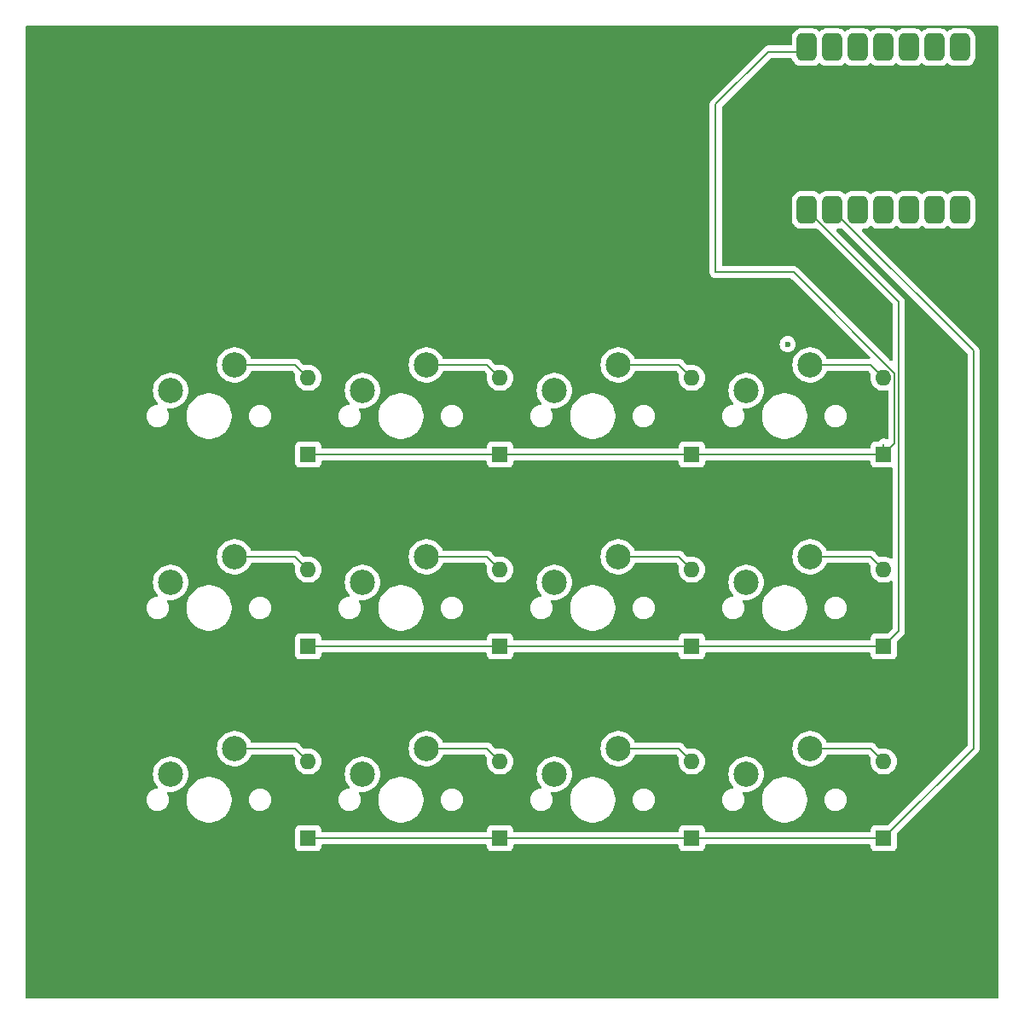
<source format=gbr>
%TF.GenerationSoftware,KiCad,Pcbnew,8.0.5*%
%TF.CreationDate,2024-10-21T21:03:58+03:00*%
%TF.ProjectId,hackpad1,6861636b-7061-4643-912e-6b696361645f,rev?*%
%TF.SameCoordinates,Original*%
%TF.FileFunction,Copper,L1,Top*%
%TF.FilePolarity,Positive*%
%FSLAX46Y46*%
G04 Gerber Fmt 4.6, Leading zero omitted, Abs format (unit mm)*
G04 Created by KiCad (PCBNEW 8.0.5) date 2024-10-21 21:03:58*
%MOMM*%
%LPD*%
G01*
G04 APERTURE LIST*
G04 Aperture macros list*
%AMRoundRect*
0 Rectangle with rounded corners*
0 $1 Rounding radius*
0 $2 $3 $4 $5 $6 $7 $8 $9 X,Y pos of 4 corners*
0 Add a 4 corners polygon primitive as box body*
4,1,4,$2,$3,$4,$5,$6,$7,$8,$9,$2,$3,0*
0 Add four circle primitives for the rounded corners*
1,1,$1+$1,$2,$3*
1,1,$1+$1,$4,$5*
1,1,$1+$1,$6,$7*
1,1,$1+$1,$8,$9*
0 Add four rect primitives between the rounded corners*
20,1,$1+$1,$2,$3,$4,$5,0*
20,1,$1+$1,$4,$5,$6,$7,0*
20,1,$1+$1,$6,$7,$8,$9,0*
20,1,$1+$1,$8,$9,$2,$3,0*%
G04 Aperture macros list end*
%TA.AperFunction,ComponentPad*%
%ADD10C,2.500000*%
%TD*%
%TA.AperFunction,SMDPad,CuDef*%
%ADD11RoundRect,0.500000X-0.500000X0.875000X-0.500000X-0.875000X0.500000X-0.875000X0.500000X0.875000X0*%
%TD*%
%TA.AperFunction,ComponentPad*%
%ADD12R,1.600000X1.600000*%
%TD*%
%TA.AperFunction,ComponentPad*%
%ADD13C,1.600000*%
%TD*%
%TA.AperFunction,ComponentPad*%
%ADD14O,1.600000X1.600000*%
%TD*%
%TA.AperFunction,ViaPad*%
%ADD15C,0.600000*%
%TD*%
%TA.AperFunction,Conductor*%
%ADD16C,0.200000*%
%TD*%
G04 APERTURE END LIST*
D10*
%TO.P,S2,1,1*%
%TO.N,Column 1*%
X119697500Y-76041250D03*
%TO.P,S2,2,2*%
%TO.N,Net-(D2-A)*%
X126047500Y-73501250D03*
%TD*%
%TO.P,S3,1,1*%
%TO.N,Column 2*%
X138747500Y-76041250D03*
%TO.P,S3,2,2*%
%TO.N,Net-(D3-A)*%
X145097500Y-73501250D03*
%TD*%
%TO.P,S11,1,1*%
%TO.N,Column 3*%
X157797500Y-95091250D03*
%TO.P,S11,2,2*%
%TO.N,Net-(D11-A)*%
X164147500Y-92551250D03*
%TD*%
%TO.P,S10,1,1*%
%TO.N,Column 3*%
X157797500Y-114141250D03*
%TO.P,S10,2,2*%
%TO.N,Net-(D10-A)*%
X164147500Y-111601250D03*
%TD*%
D11*
%TO.P,U2,1,PA02_A0_D0*%
%TO.N,unconnected-(U2-PA02_A0_D0-Pad1)*%
X179070000Y-41941250D03*
D12*
X179070000Y-42386250D03*
D11*
%TO.P,U2,2,PA4_A1_D1*%
%TO.N,unconnected-(U2-PA4_A1_D1-Pad2)*%
X176530000Y-41941250D03*
D13*
X176530000Y-42386250D03*
D11*
%TO.P,U2,3,PA10_A2_D2*%
%TO.N,Column 3*%
X173990000Y-41941250D03*
D13*
X173990000Y-42386250D03*
D11*
%TO.P,U2,4,PA11_A3_D3*%
%TO.N,Column 0*%
X171450000Y-41941250D03*
D13*
X171450000Y-42386250D03*
D11*
%TO.P,U2,5,PA8_A4_D4_SDA*%
%TO.N,Column 1*%
X168910000Y-41941250D03*
D13*
X168910000Y-42386250D03*
D11*
%TO.P,U2,6,PA9_A5_D5_SCL*%
%TO.N,Column 2*%
X166370000Y-41941250D03*
D13*
X166370000Y-42386250D03*
D11*
%TO.P,U2,7,PB08_A6_D6_TX*%
%TO.N,Row 0*%
X163830000Y-41941250D03*
D13*
X163830000Y-42386250D03*
%TO.P,U2,8,PB09_A7_D7_RX*%
%TO.N,Row 1*%
X163830000Y-57626250D03*
D11*
X163830000Y-58106250D03*
D13*
%TO.P,U2,9,PA7_A8_D8_SCK*%
%TO.N,Row 2*%
X166370000Y-57626250D03*
D11*
X166370000Y-58106250D03*
D13*
%TO.P,U2,10,PA5_A9_D9_MISO*%
%TO.N,unconnected-(U2-PA5_A9_D9_MISO-Pad10)*%
X168910000Y-57626250D03*
D11*
X168910000Y-58106250D03*
D13*
%TO.P,U2,11,PA6_A10_D10_MOSI*%
%TO.N,unconnected-(U2-PA6_A10_D10_MOSI-Pad11)*%
X171450000Y-57626250D03*
D11*
X171450000Y-58106250D03*
D13*
%TO.P,U2,12,3V3*%
%TO.N,unconnected-(U2-3V3-Pad12)*%
X173990000Y-57626250D03*
D11*
X173990000Y-58106250D03*
D13*
%TO.P,U2,13,GND*%
%TO.N,GND*%
X176530000Y-57626250D03*
D11*
X176530000Y-58106250D03*
D13*
%TO.P,U2,14,5V*%
%TO.N,unconnected-(U2-5V-Pad14)*%
X179070000Y-57626250D03*
D11*
X179070000Y-58106250D03*
%TD*%
D10*
%TO.P,S1,1,1*%
%TO.N,Column 0*%
X100647500Y-76041250D03*
%TO.P,S1,2,2*%
%TO.N,Net-(D1-A)*%
X106997500Y-73501250D03*
%TD*%
%TO.P,S6,1,1*%
%TO.N,Column 2*%
X138747500Y-95091250D03*
%TO.P,S6,2,2*%
%TO.N,Net-(D6-A)*%
X145097500Y-92551250D03*
%TD*%
%TO.P,S7,1,1*%
%TO.N,Column 0*%
X100647500Y-114141250D03*
%TO.P,S7,2,2*%
%TO.N,Net-(D7-A)*%
X106997500Y-111601250D03*
%TD*%
%TO.P,S5,1,1*%
%TO.N,Column 1*%
X119697500Y-95091250D03*
%TO.P,S5,2,2*%
%TO.N,Net-(D5-A)*%
X126047500Y-92551250D03*
%TD*%
%TO.P,S9,1,1*%
%TO.N,Column 2*%
X138747500Y-114141250D03*
%TO.P,S9,2,2*%
%TO.N,Net-(D9-A)*%
X145097500Y-111601250D03*
%TD*%
%TO.P,S4,1,1*%
%TO.N,Column 0*%
X100647500Y-95091250D03*
%TO.P,S4,2,2*%
%TO.N,Net-(D4-A)*%
X106997500Y-92551250D03*
%TD*%
%TO.P,S8,1,1*%
%TO.N,Column 1*%
X119697500Y-114141250D03*
%TO.P,S8,2,2*%
%TO.N,Net-(D8-A)*%
X126047500Y-111601250D03*
%TD*%
%TO.P,S12,1,1*%
%TO.N,Column 3*%
X157797500Y-76041250D03*
%TO.P,S12,2,2*%
%TO.N,Net-(D12-A)*%
X164147500Y-73501250D03*
%TD*%
D12*
%TO.P,D10,1,K*%
%TO.N,Row 2*%
X171450000Y-120491250D03*
D14*
%TO.P,D10,2,A*%
%TO.N,Net-(D10-A)*%
X171450000Y-112871250D03*
%TD*%
D12*
%TO.P,D3,1,K*%
%TO.N,Row 0*%
X152400000Y-82391250D03*
D14*
%TO.P,D3,2,A*%
%TO.N,Net-(D3-A)*%
X152400000Y-74771250D03*
%TD*%
D12*
%TO.P,D7,1,K*%
%TO.N,Row 2*%
X114300000Y-120491250D03*
D14*
%TO.P,D7,2,A*%
%TO.N,Net-(D7-A)*%
X114300000Y-112871250D03*
%TD*%
D12*
%TO.P,D4,1,K*%
%TO.N,Row 1*%
X114300000Y-101441250D03*
D14*
%TO.P,D4,2,A*%
%TO.N,Net-(D4-A)*%
X114300000Y-93821250D03*
%TD*%
D12*
%TO.P,D11,1,K*%
%TO.N,Row 1*%
X171450000Y-101441250D03*
D14*
%TO.P,D11,2,A*%
%TO.N,Net-(D11-A)*%
X171450000Y-93821250D03*
%TD*%
D12*
%TO.P,D5,1,K*%
%TO.N,Row 1*%
X133350000Y-101441250D03*
D14*
%TO.P,D5,2,A*%
%TO.N,Net-(D5-A)*%
X133350000Y-93821250D03*
%TD*%
D12*
%TO.P,D6,1,K*%
%TO.N,Row 1*%
X152400000Y-101441250D03*
D14*
%TO.P,D6,2,A*%
%TO.N,Net-(D6-A)*%
X152400000Y-93821250D03*
%TD*%
D12*
%TO.P,D2,1,K*%
%TO.N,Row 0*%
X133350000Y-82391250D03*
D14*
%TO.P,D2,2,A*%
%TO.N,Net-(D2-A)*%
X133350000Y-74771250D03*
%TD*%
D12*
%TO.P,D12,1,K*%
%TO.N,Row 0*%
X171450000Y-82391250D03*
D14*
%TO.P,D12,2,A*%
%TO.N,Net-(D12-A)*%
X171450000Y-74771250D03*
%TD*%
D12*
%TO.P,D9,1,K*%
%TO.N,Row 2*%
X152400000Y-120491250D03*
D14*
%TO.P,D9,2,A*%
%TO.N,Net-(D9-A)*%
X152400000Y-112871250D03*
%TD*%
D12*
%TO.P,D1,1,K*%
%TO.N,Row 0*%
X114300000Y-82391250D03*
D14*
%TO.P,D1,2,A*%
%TO.N,Net-(D1-A)*%
X114300000Y-74771250D03*
%TD*%
D12*
%TO.P,D8,1,K*%
%TO.N,Row 2*%
X133350000Y-120491250D03*
D14*
%TO.P,D8,2,A*%
%TO.N,Net-(D8-A)*%
X133350000Y-112871250D03*
%TD*%
D15*
%TO.N,*%
X161925000Y-71437500D03*
%TD*%
D16*
%TO.N,Row 0*%
X160020000Y-42386250D02*
X163830000Y-42386250D01*
X154781250Y-64293750D02*
X154781250Y-47625000D01*
X162528135Y-64293750D02*
X154781250Y-64293750D01*
X114300000Y-82391250D02*
X171450000Y-82391250D01*
X172550000Y-81291250D02*
X172550000Y-74315615D01*
X172550000Y-74315615D02*
X162528135Y-64293750D01*
X154781250Y-47625000D02*
X160020000Y-42386250D01*
X171450000Y-82391250D02*
X172550000Y-81291250D01*
X171450000Y-82391250D02*
X171450000Y-81391250D01*
%TO.N,Net-(D1-A)*%
X106997500Y-73501250D02*
X113030000Y-73501250D01*
X113030000Y-73501250D02*
X114300000Y-74771250D01*
%TO.N,Net-(D2-A)*%
X126047500Y-73501250D02*
X132080000Y-73501250D01*
X132080000Y-73501250D02*
X133350000Y-74771250D01*
%TO.N,Net-(D3-A)*%
X145097500Y-73501250D02*
X151130000Y-73501250D01*
X151130000Y-73501250D02*
X152400000Y-74771250D01*
%TO.N,Row 1*%
X172950000Y-67226250D02*
X163830000Y-58106250D01*
X114300000Y-101441250D02*
X171450000Y-101441250D01*
X171450000Y-101441250D02*
X172950000Y-99941250D01*
X172950000Y-99941250D02*
X172950000Y-67226250D01*
%TO.N,Net-(D4-A)*%
X106997500Y-92551250D02*
X113030000Y-92551250D01*
X113030000Y-92551250D02*
X114300000Y-93821250D01*
%TO.N,Net-(D5-A)*%
X132080000Y-92551250D02*
X133350000Y-93821250D01*
X126047500Y-92551250D02*
X132080000Y-92551250D01*
%TO.N,Net-(D6-A)*%
X145097500Y-92551250D02*
X151130000Y-92551250D01*
X151130000Y-92551250D02*
X152400000Y-93821250D01*
%TO.N,Net-(D7-A)*%
X113030000Y-111601250D02*
X114300000Y-112871250D01*
X106997500Y-111601250D02*
X113030000Y-111601250D01*
%TO.N,Row 2*%
X114300000Y-120491250D02*
X171450000Y-120491250D01*
X180370000Y-72079892D02*
X166370000Y-58079892D01*
X171450000Y-120491250D02*
X180370000Y-111571250D01*
X180370000Y-111571250D02*
X180370000Y-72079892D01*
X166370000Y-58079892D02*
X166370000Y-57626250D01*
%TO.N,Net-(D8-A)*%
X132080000Y-111601250D02*
X133350000Y-112871250D01*
X126047500Y-111601250D02*
X132080000Y-111601250D01*
%TO.N,Net-(D9-A)*%
X151130000Y-111601250D02*
X152400000Y-112871250D01*
X145097500Y-111601250D02*
X151130000Y-111601250D01*
%TO.N,Net-(D10-A)*%
X164147500Y-111601250D02*
X170180000Y-111601250D01*
X170180000Y-111601250D02*
X171450000Y-112871250D01*
%TO.N,Net-(D11-A)*%
X164147500Y-92551250D02*
X170180000Y-92551250D01*
X170180000Y-92551250D02*
X171450000Y-93821250D01*
%TO.N,Net-(D12-A)*%
X164147500Y-73501250D02*
X170180000Y-73501250D01*
X170180000Y-73501250D02*
X171450000Y-74771250D01*
%TD*%
%TA.AperFunction,NonConductor*%
G36*
X182798789Y-39810810D02*
G01*
X182844544Y-39863614D01*
X182855750Y-39915125D01*
X182855750Y-136297375D01*
X182836065Y-136364414D01*
X182783261Y-136410169D01*
X182731750Y-136421375D01*
X86349500Y-136421375D01*
X86282461Y-136401690D01*
X86236706Y-136348886D01*
X86225500Y-136297375D01*
X86225500Y-116592671D01*
X98252000Y-116592671D01*
X98252000Y-116769828D01*
X98279714Y-116944806D01*
X98334456Y-117113289D01*
X98334457Y-117113292D01*
X98414886Y-117271140D01*
X98519017Y-117414464D01*
X98644286Y-117539733D01*
X98787610Y-117643864D01*
X98856077Y-117678750D01*
X98945457Y-117724292D01*
X98945460Y-117724293D01*
X99029701Y-117751664D01*
X99113945Y-117779036D01*
X99288921Y-117806750D01*
X99288922Y-117806750D01*
X99466078Y-117806750D01*
X99466079Y-117806750D01*
X99641055Y-117779036D01*
X99809542Y-117724292D01*
X99967390Y-117643864D01*
X100110714Y-117539733D01*
X100235983Y-117414464D01*
X100340114Y-117271140D01*
X100420542Y-117113292D01*
X100475286Y-116944805D01*
X100503000Y-116769829D01*
X100503000Y-116592671D01*
X100493665Y-116533736D01*
X102207000Y-116533736D01*
X102207000Y-116828763D01*
X102222278Y-116944805D01*
X102245507Y-117121243D01*
X102321861Y-117406201D01*
X102321864Y-117406211D01*
X102434754Y-117678750D01*
X102434758Y-117678760D01*
X102582261Y-117934243D01*
X102761852Y-118168290D01*
X102761858Y-118168297D01*
X102970452Y-118376891D01*
X102970459Y-118376897D01*
X103204506Y-118556488D01*
X103459989Y-118703991D01*
X103459990Y-118703991D01*
X103459993Y-118703993D01*
X103732548Y-118816889D01*
X104017507Y-118893243D01*
X104309994Y-118931750D01*
X104310001Y-118931750D01*
X104604999Y-118931750D01*
X104605006Y-118931750D01*
X104897493Y-118893243D01*
X105182452Y-118816889D01*
X105455007Y-118703993D01*
X105710494Y-118556488D01*
X105944542Y-118376896D01*
X106153146Y-118168292D01*
X106332738Y-117934244D01*
X106480243Y-117678757D01*
X106593139Y-117406202D01*
X106669493Y-117121243D01*
X106708000Y-116828756D01*
X106708000Y-116592671D01*
X108412000Y-116592671D01*
X108412000Y-116769828D01*
X108439714Y-116944806D01*
X108494456Y-117113289D01*
X108494457Y-117113292D01*
X108574886Y-117271140D01*
X108679017Y-117414464D01*
X108804286Y-117539733D01*
X108947610Y-117643864D01*
X109016077Y-117678750D01*
X109105457Y-117724292D01*
X109105460Y-117724293D01*
X109189701Y-117751664D01*
X109273945Y-117779036D01*
X109448921Y-117806750D01*
X109448922Y-117806750D01*
X109626078Y-117806750D01*
X109626079Y-117806750D01*
X109801055Y-117779036D01*
X109969542Y-117724292D01*
X110127390Y-117643864D01*
X110270714Y-117539733D01*
X110395983Y-117414464D01*
X110500114Y-117271140D01*
X110580542Y-117113292D01*
X110635286Y-116944805D01*
X110663000Y-116769829D01*
X110663000Y-116592671D01*
X117302000Y-116592671D01*
X117302000Y-116769828D01*
X117329714Y-116944806D01*
X117384456Y-117113289D01*
X117384457Y-117113292D01*
X117464886Y-117271140D01*
X117569017Y-117414464D01*
X117694286Y-117539733D01*
X117837610Y-117643864D01*
X117906077Y-117678750D01*
X117995457Y-117724292D01*
X117995460Y-117724293D01*
X118079701Y-117751664D01*
X118163945Y-117779036D01*
X118338921Y-117806750D01*
X118338922Y-117806750D01*
X118516078Y-117806750D01*
X118516079Y-117806750D01*
X118691055Y-117779036D01*
X118859542Y-117724292D01*
X119017390Y-117643864D01*
X119160714Y-117539733D01*
X119285983Y-117414464D01*
X119390114Y-117271140D01*
X119470542Y-117113292D01*
X119525286Y-116944805D01*
X119553000Y-116769829D01*
X119553000Y-116592671D01*
X119543665Y-116533736D01*
X121257000Y-116533736D01*
X121257000Y-116828763D01*
X121272278Y-116944805D01*
X121295507Y-117121243D01*
X121371861Y-117406201D01*
X121371864Y-117406211D01*
X121484754Y-117678750D01*
X121484758Y-117678760D01*
X121632261Y-117934243D01*
X121811852Y-118168290D01*
X121811858Y-118168297D01*
X122020452Y-118376891D01*
X122020459Y-118376897D01*
X122254506Y-118556488D01*
X122509989Y-118703991D01*
X122509990Y-118703991D01*
X122509993Y-118703993D01*
X122782548Y-118816889D01*
X123067507Y-118893243D01*
X123359994Y-118931750D01*
X123360001Y-118931750D01*
X123654999Y-118931750D01*
X123655006Y-118931750D01*
X123947493Y-118893243D01*
X124232452Y-118816889D01*
X124505007Y-118703993D01*
X124760494Y-118556488D01*
X124994542Y-118376896D01*
X125203146Y-118168292D01*
X125382738Y-117934244D01*
X125530243Y-117678757D01*
X125643139Y-117406202D01*
X125719493Y-117121243D01*
X125758000Y-116828756D01*
X125758000Y-116592671D01*
X127462000Y-116592671D01*
X127462000Y-116769828D01*
X127489714Y-116944806D01*
X127544456Y-117113289D01*
X127544457Y-117113292D01*
X127624886Y-117271140D01*
X127729017Y-117414464D01*
X127854286Y-117539733D01*
X127997610Y-117643864D01*
X128066077Y-117678750D01*
X128155457Y-117724292D01*
X128155460Y-117724293D01*
X128239701Y-117751664D01*
X128323945Y-117779036D01*
X128498921Y-117806750D01*
X128498922Y-117806750D01*
X128676078Y-117806750D01*
X128676079Y-117806750D01*
X128851055Y-117779036D01*
X129019542Y-117724292D01*
X129177390Y-117643864D01*
X129320714Y-117539733D01*
X129445983Y-117414464D01*
X129550114Y-117271140D01*
X129630542Y-117113292D01*
X129685286Y-116944805D01*
X129713000Y-116769829D01*
X129713000Y-116592671D01*
X136352000Y-116592671D01*
X136352000Y-116769828D01*
X136379714Y-116944806D01*
X136434456Y-117113289D01*
X136434457Y-117113292D01*
X136514886Y-117271140D01*
X136619017Y-117414464D01*
X136744286Y-117539733D01*
X136887610Y-117643864D01*
X136956077Y-117678750D01*
X137045457Y-117724292D01*
X137045460Y-117724293D01*
X137129701Y-117751664D01*
X137213945Y-117779036D01*
X137388921Y-117806750D01*
X137388922Y-117806750D01*
X137566078Y-117806750D01*
X137566079Y-117806750D01*
X137741055Y-117779036D01*
X137909542Y-117724292D01*
X138067390Y-117643864D01*
X138210714Y-117539733D01*
X138335983Y-117414464D01*
X138440114Y-117271140D01*
X138520542Y-117113292D01*
X138575286Y-116944805D01*
X138603000Y-116769829D01*
X138603000Y-116592671D01*
X138593665Y-116533736D01*
X140307000Y-116533736D01*
X140307000Y-116828763D01*
X140322278Y-116944805D01*
X140345507Y-117121243D01*
X140421861Y-117406201D01*
X140421864Y-117406211D01*
X140534754Y-117678750D01*
X140534758Y-117678760D01*
X140682261Y-117934243D01*
X140861852Y-118168290D01*
X140861858Y-118168297D01*
X141070452Y-118376891D01*
X141070459Y-118376897D01*
X141304506Y-118556488D01*
X141559989Y-118703991D01*
X141559990Y-118703991D01*
X141559993Y-118703993D01*
X141832548Y-118816889D01*
X142117507Y-118893243D01*
X142409994Y-118931750D01*
X142410001Y-118931750D01*
X142704999Y-118931750D01*
X142705006Y-118931750D01*
X142997493Y-118893243D01*
X143282452Y-118816889D01*
X143555007Y-118703993D01*
X143810494Y-118556488D01*
X144044542Y-118376896D01*
X144253146Y-118168292D01*
X144432738Y-117934244D01*
X144580243Y-117678757D01*
X144693139Y-117406202D01*
X144769493Y-117121243D01*
X144808000Y-116828756D01*
X144808000Y-116592671D01*
X146512000Y-116592671D01*
X146512000Y-116769828D01*
X146539714Y-116944806D01*
X146594456Y-117113289D01*
X146594457Y-117113292D01*
X146674886Y-117271140D01*
X146779017Y-117414464D01*
X146904286Y-117539733D01*
X147047610Y-117643864D01*
X147116077Y-117678750D01*
X147205457Y-117724292D01*
X147205460Y-117724293D01*
X147289701Y-117751664D01*
X147373945Y-117779036D01*
X147548921Y-117806750D01*
X147548922Y-117806750D01*
X147726078Y-117806750D01*
X147726079Y-117806750D01*
X147901055Y-117779036D01*
X148069542Y-117724292D01*
X148227390Y-117643864D01*
X148370714Y-117539733D01*
X148495983Y-117414464D01*
X148600114Y-117271140D01*
X148680542Y-117113292D01*
X148735286Y-116944805D01*
X148763000Y-116769829D01*
X148763000Y-116592671D01*
X155402000Y-116592671D01*
X155402000Y-116769828D01*
X155429714Y-116944806D01*
X155484456Y-117113289D01*
X155484457Y-117113292D01*
X155564886Y-117271140D01*
X155669017Y-117414464D01*
X155794286Y-117539733D01*
X155937610Y-117643864D01*
X156006077Y-117678750D01*
X156095457Y-117724292D01*
X156095460Y-117724293D01*
X156179701Y-117751664D01*
X156263945Y-117779036D01*
X156438921Y-117806750D01*
X156438922Y-117806750D01*
X156616078Y-117806750D01*
X156616079Y-117806750D01*
X156791055Y-117779036D01*
X156959542Y-117724292D01*
X157117390Y-117643864D01*
X157260714Y-117539733D01*
X157385983Y-117414464D01*
X157490114Y-117271140D01*
X157570542Y-117113292D01*
X157625286Y-116944805D01*
X157653000Y-116769829D01*
X157653000Y-116592671D01*
X157643665Y-116533736D01*
X159357000Y-116533736D01*
X159357000Y-116828763D01*
X159372278Y-116944805D01*
X159395507Y-117121243D01*
X159471861Y-117406201D01*
X159471864Y-117406211D01*
X159584754Y-117678750D01*
X159584758Y-117678760D01*
X159732261Y-117934243D01*
X159911852Y-118168290D01*
X159911858Y-118168297D01*
X160120452Y-118376891D01*
X160120459Y-118376897D01*
X160354506Y-118556488D01*
X160609989Y-118703991D01*
X160609990Y-118703991D01*
X160609993Y-118703993D01*
X160882548Y-118816889D01*
X161167507Y-118893243D01*
X161459994Y-118931750D01*
X161460001Y-118931750D01*
X161754999Y-118931750D01*
X161755006Y-118931750D01*
X162047493Y-118893243D01*
X162332452Y-118816889D01*
X162605007Y-118703993D01*
X162860494Y-118556488D01*
X163094542Y-118376896D01*
X163303146Y-118168292D01*
X163482738Y-117934244D01*
X163630243Y-117678757D01*
X163743139Y-117406202D01*
X163819493Y-117121243D01*
X163858000Y-116828756D01*
X163858000Y-116592671D01*
X165562000Y-116592671D01*
X165562000Y-116769828D01*
X165589714Y-116944806D01*
X165644456Y-117113289D01*
X165644457Y-117113292D01*
X165724886Y-117271140D01*
X165829017Y-117414464D01*
X165954286Y-117539733D01*
X166097610Y-117643864D01*
X166166077Y-117678750D01*
X166255457Y-117724292D01*
X166255460Y-117724293D01*
X166339701Y-117751664D01*
X166423945Y-117779036D01*
X166598921Y-117806750D01*
X166598922Y-117806750D01*
X166776078Y-117806750D01*
X166776079Y-117806750D01*
X166951055Y-117779036D01*
X167119542Y-117724292D01*
X167277390Y-117643864D01*
X167420714Y-117539733D01*
X167545983Y-117414464D01*
X167650114Y-117271140D01*
X167730542Y-117113292D01*
X167785286Y-116944805D01*
X167813000Y-116769829D01*
X167813000Y-116592671D01*
X167785286Y-116417695D01*
X167730542Y-116249208D01*
X167730542Y-116249207D01*
X167650113Y-116091359D01*
X167639701Y-116077028D01*
X167545983Y-115948036D01*
X167420714Y-115822767D01*
X167277390Y-115718636D01*
X167119542Y-115638207D01*
X167119539Y-115638206D01*
X166951056Y-115583464D01*
X166863567Y-115569607D01*
X166776079Y-115555750D01*
X166598921Y-115555750D01*
X166540595Y-115564988D01*
X166423943Y-115583464D01*
X166255460Y-115638206D01*
X166255457Y-115638207D01*
X166097609Y-115718636D01*
X166019604Y-115775311D01*
X165954286Y-115822767D01*
X165954284Y-115822769D01*
X165954283Y-115822769D01*
X165829019Y-115948033D01*
X165829019Y-115948034D01*
X165829017Y-115948036D01*
X165784296Y-116009588D01*
X165724886Y-116091359D01*
X165644457Y-116249207D01*
X165644456Y-116249210D01*
X165589714Y-116417693D01*
X165562000Y-116592671D01*
X163858000Y-116592671D01*
X163858000Y-116533744D01*
X163819493Y-116241257D01*
X163743139Y-115956298D01*
X163630243Y-115683743D01*
X163617388Y-115661478D01*
X163482738Y-115428256D01*
X163303147Y-115194209D01*
X163303141Y-115194202D01*
X163094547Y-114985608D01*
X163094540Y-114985602D01*
X162860493Y-114806011D01*
X162605010Y-114658508D01*
X162605000Y-114658504D01*
X162332461Y-114545614D01*
X162332454Y-114545612D01*
X162332452Y-114545611D01*
X162047493Y-114469257D01*
X161998613Y-114462821D01*
X161755013Y-114430750D01*
X161755006Y-114430750D01*
X161459994Y-114430750D01*
X161459986Y-114430750D01*
X161181585Y-114467403D01*
X161167507Y-114469257D01*
X160882548Y-114545611D01*
X160882538Y-114545614D01*
X160609999Y-114658504D01*
X160609989Y-114658508D01*
X160354506Y-114806011D01*
X160120459Y-114985602D01*
X160120452Y-114985608D01*
X159911858Y-115194202D01*
X159911852Y-115194209D01*
X159732261Y-115428256D01*
X159584758Y-115683739D01*
X159584754Y-115683749D01*
X159471864Y-115956288D01*
X159471861Y-115956298D01*
X159435672Y-116091360D01*
X159395508Y-116241254D01*
X159395506Y-116241265D01*
X159357000Y-116533736D01*
X157643665Y-116533736D01*
X157625286Y-116417695D01*
X157570542Y-116249208D01*
X157570542Y-116249207D01*
X157542690Y-116194545D01*
X157490114Y-116091360D01*
X157489029Y-116089867D01*
X157479702Y-116077028D01*
X157456222Y-116011222D01*
X157472048Y-115943168D01*
X157522154Y-115894473D01*
X157590632Y-115880598D01*
X157598492Y-115881526D01*
X157666318Y-115891750D01*
X157928682Y-115891750D01*
X158188115Y-115852646D01*
X158438823Y-115775313D01*
X158675204Y-115661478D01*
X158891979Y-115513683D01*
X159084305Y-115335231D01*
X159247886Y-115130107D01*
X159379068Y-114902893D01*
X159474920Y-114658666D01*
X159533302Y-114402880D01*
X159550250Y-114176718D01*
X159552908Y-114141254D01*
X159552908Y-114141245D01*
X159533303Y-113879629D01*
X159533302Y-113879624D01*
X159533302Y-113879620D01*
X159474920Y-113623834D01*
X159379068Y-113379607D01*
X159247886Y-113152393D01*
X159084305Y-112947269D01*
X159084304Y-112947268D01*
X159084301Y-112947264D01*
X158891979Y-112768817D01*
X158675204Y-112621022D01*
X158675200Y-112621020D01*
X158675197Y-112621018D01*
X158675196Y-112621017D01*
X158438825Y-112507188D01*
X158438827Y-112507188D01*
X158188123Y-112429856D01*
X158188119Y-112429855D01*
X158188115Y-112429854D01*
X158063323Y-112411044D01*
X157928687Y-112390750D01*
X157928682Y-112390750D01*
X157666318Y-112390750D01*
X157666312Y-112390750D01*
X157504747Y-112415103D01*
X157406885Y-112429854D01*
X157406882Y-112429855D01*
X157406876Y-112429856D01*
X157156173Y-112507188D01*
X156919803Y-112621017D01*
X156919802Y-112621018D01*
X156703020Y-112768817D01*
X156510698Y-112947264D01*
X156347114Y-113152393D01*
X156215932Y-113379606D01*
X156120082Y-113623828D01*
X156120076Y-113623847D01*
X156061697Y-113879624D01*
X156061696Y-113879629D01*
X156042092Y-114141245D01*
X156042092Y-114141254D01*
X156061696Y-114402870D01*
X156061697Y-114402875D01*
X156120076Y-114658652D01*
X156120078Y-114658661D01*
X156120080Y-114658666D01*
X156215932Y-114902893D01*
X156347114Y-115130107D01*
X156398233Y-115194208D01*
X156510697Y-115335234D01*
X156516877Y-115340967D01*
X156552633Y-115400994D01*
X156550260Y-115470824D01*
X156510511Y-115528285D01*
X156446006Y-115555134D01*
X156442288Y-115555484D01*
X156438928Y-115555748D01*
X156263943Y-115583464D01*
X156095460Y-115638206D01*
X156095457Y-115638207D01*
X155937609Y-115718636D01*
X155859604Y-115775311D01*
X155794286Y-115822767D01*
X155794284Y-115822769D01*
X155794283Y-115822769D01*
X155669019Y-115948033D01*
X155669019Y-115948034D01*
X155669017Y-115948036D01*
X155624296Y-116009588D01*
X155564886Y-116091359D01*
X155484457Y-116249207D01*
X155484456Y-116249210D01*
X155429714Y-116417693D01*
X155402000Y-116592671D01*
X148763000Y-116592671D01*
X148735286Y-116417695D01*
X148680542Y-116249208D01*
X148680542Y-116249207D01*
X148600113Y-116091359D01*
X148589701Y-116077028D01*
X148495983Y-115948036D01*
X148370714Y-115822767D01*
X148227390Y-115718636D01*
X148069542Y-115638207D01*
X148069539Y-115638206D01*
X147901056Y-115583464D01*
X147813567Y-115569607D01*
X147726079Y-115555750D01*
X147548921Y-115555750D01*
X147490595Y-115564988D01*
X147373943Y-115583464D01*
X147205460Y-115638206D01*
X147205457Y-115638207D01*
X147047609Y-115718636D01*
X146969604Y-115775311D01*
X146904286Y-115822767D01*
X146904284Y-115822769D01*
X146904283Y-115822769D01*
X146779019Y-115948033D01*
X146779019Y-115948034D01*
X146779017Y-115948036D01*
X146734296Y-116009588D01*
X146674886Y-116091359D01*
X146594457Y-116249207D01*
X146594456Y-116249210D01*
X146539714Y-116417693D01*
X146512000Y-116592671D01*
X144808000Y-116592671D01*
X144808000Y-116533744D01*
X144769493Y-116241257D01*
X144693139Y-115956298D01*
X144580243Y-115683743D01*
X144567388Y-115661478D01*
X144432738Y-115428256D01*
X144253147Y-115194209D01*
X144253141Y-115194202D01*
X144044547Y-114985608D01*
X144044540Y-114985602D01*
X143810493Y-114806011D01*
X143555010Y-114658508D01*
X143555000Y-114658504D01*
X143282461Y-114545614D01*
X143282454Y-114545612D01*
X143282452Y-114545611D01*
X142997493Y-114469257D01*
X142948613Y-114462821D01*
X142705013Y-114430750D01*
X142705006Y-114430750D01*
X142409994Y-114430750D01*
X142409986Y-114430750D01*
X142131585Y-114467403D01*
X142117507Y-114469257D01*
X141832548Y-114545611D01*
X141832538Y-114545614D01*
X141559999Y-114658504D01*
X141559989Y-114658508D01*
X141304506Y-114806011D01*
X141070459Y-114985602D01*
X141070452Y-114985608D01*
X140861858Y-115194202D01*
X140861852Y-115194209D01*
X140682261Y-115428256D01*
X140534758Y-115683739D01*
X140534754Y-115683749D01*
X140421864Y-115956288D01*
X140421861Y-115956298D01*
X140385672Y-116091360D01*
X140345508Y-116241254D01*
X140345506Y-116241265D01*
X140307000Y-116533736D01*
X138593665Y-116533736D01*
X138575286Y-116417695D01*
X138520542Y-116249208D01*
X138520542Y-116249207D01*
X138492690Y-116194545D01*
X138440114Y-116091360D01*
X138439029Y-116089867D01*
X138429702Y-116077028D01*
X138406222Y-116011222D01*
X138422048Y-115943168D01*
X138472154Y-115894473D01*
X138540632Y-115880598D01*
X138548492Y-115881526D01*
X138616318Y-115891750D01*
X138878682Y-115891750D01*
X139138115Y-115852646D01*
X139388823Y-115775313D01*
X139625204Y-115661478D01*
X139841979Y-115513683D01*
X140034305Y-115335231D01*
X140197886Y-115130107D01*
X140329068Y-114902893D01*
X140424920Y-114658666D01*
X140483302Y-114402880D01*
X140500250Y-114176718D01*
X140502908Y-114141254D01*
X140502908Y-114141245D01*
X140483303Y-113879629D01*
X140483302Y-113879624D01*
X140483302Y-113879620D01*
X140424920Y-113623834D01*
X140329068Y-113379607D01*
X140197886Y-113152393D01*
X140034305Y-112947269D01*
X140034304Y-112947268D01*
X140034301Y-112947264D01*
X139841979Y-112768817D01*
X139625204Y-112621022D01*
X139625200Y-112621020D01*
X139625197Y-112621018D01*
X139625196Y-112621017D01*
X139388825Y-112507188D01*
X139388827Y-112507188D01*
X139138123Y-112429856D01*
X139138119Y-112429855D01*
X139138115Y-112429854D01*
X139013323Y-112411044D01*
X138878687Y-112390750D01*
X138878682Y-112390750D01*
X138616318Y-112390750D01*
X138616312Y-112390750D01*
X138454747Y-112415103D01*
X138356885Y-112429854D01*
X138356882Y-112429855D01*
X138356876Y-112429856D01*
X138106173Y-112507188D01*
X137869803Y-112621017D01*
X137869802Y-112621018D01*
X137653020Y-112768817D01*
X137460698Y-112947264D01*
X137297114Y-113152393D01*
X137165932Y-113379606D01*
X137070082Y-113623828D01*
X137070076Y-113623847D01*
X137011697Y-113879624D01*
X137011696Y-113879629D01*
X136992092Y-114141245D01*
X136992092Y-114141254D01*
X137011696Y-114402870D01*
X137011697Y-114402875D01*
X137070076Y-114658652D01*
X137070078Y-114658661D01*
X137070080Y-114658666D01*
X137165932Y-114902893D01*
X137297114Y-115130107D01*
X137348233Y-115194208D01*
X137460697Y-115335234D01*
X137466877Y-115340967D01*
X137502633Y-115400994D01*
X137500260Y-115470824D01*
X137460511Y-115528285D01*
X137396006Y-115555134D01*
X137392288Y-115555484D01*
X137388928Y-115555748D01*
X137213943Y-115583464D01*
X137045460Y-115638206D01*
X137045457Y-115638207D01*
X136887609Y-115718636D01*
X136809604Y-115775311D01*
X136744286Y-115822767D01*
X136744284Y-115822769D01*
X136744283Y-115822769D01*
X136619019Y-115948033D01*
X136619019Y-115948034D01*
X136619017Y-115948036D01*
X136574296Y-116009588D01*
X136514886Y-116091359D01*
X136434457Y-116249207D01*
X136434456Y-116249210D01*
X136379714Y-116417693D01*
X136352000Y-116592671D01*
X129713000Y-116592671D01*
X129685286Y-116417695D01*
X129630542Y-116249208D01*
X129630542Y-116249207D01*
X129550113Y-116091359D01*
X129539701Y-116077028D01*
X129445983Y-115948036D01*
X129320714Y-115822767D01*
X129177390Y-115718636D01*
X129019542Y-115638207D01*
X129019539Y-115638206D01*
X128851056Y-115583464D01*
X128763567Y-115569607D01*
X128676079Y-115555750D01*
X128498921Y-115555750D01*
X128440595Y-115564988D01*
X128323943Y-115583464D01*
X128155460Y-115638206D01*
X128155457Y-115638207D01*
X127997609Y-115718636D01*
X127919604Y-115775311D01*
X127854286Y-115822767D01*
X127854284Y-115822769D01*
X127854283Y-115822769D01*
X127729019Y-115948033D01*
X127729019Y-115948034D01*
X127729017Y-115948036D01*
X127684296Y-116009588D01*
X127624886Y-116091359D01*
X127544457Y-116249207D01*
X127544456Y-116249210D01*
X127489714Y-116417693D01*
X127462000Y-116592671D01*
X125758000Y-116592671D01*
X125758000Y-116533744D01*
X125719493Y-116241257D01*
X125643139Y-115956298D01*
X125530243Y-115683743D01*
X125517388Y-115661478D01*
X125382738Y-115428256D01*
X125203147Y-115194209D01*
X125203141Y-115194202D01*
X124994547Y-114985608D01*
X124994540Y-114985602D01*
X124760493Y-114806011D01*
X124505010Y-114658508D01*
X124505000Y-114658504D01*
X124232461Y-114545614D01*
X124232454Y-114545612D01*
X124232452Y-114545611D01*
X123947493Y-114469257D01*
X123898613Y-114462821D01*
X123655013Y-114430750D01*
X123655006Y-114430750D01*
X123359994Y-114430750D01*
X123359986Y-114430750D01*
X123081585Y-114467403D01*
X123067507Y-114469257D01*
X122782548Y-114545611D01*
X122782538Y-114545614D01*
X122509999Y-114658504D01*
X122509989Y-114658508D01*
X122254506Y-114806011D01*
X122020459Y-114985602D01*
X122020452Y-114985608D01*
X121811858Y-115194202D01*
X121811852Y-115194209D01*
X121632261Y-115428256D01*
X121484758Y-115683739D01*
X121484754Y-115683749D01*
X121371864Y-115956288D01*
X121371861Y-115956298D01*
X121335672Y-116091360D01*
X121295508Y-116241254D01*
X121295506Y-116241265D01*
X121257000Y-116533736D01*
X119543665Y-116533736D01*
X119525286Y-116417695D01*
X119470542Y-116249208D01*
X119470542Y-116249207D01*
X119442690Y-116194545D01*
X119390114Y-116091360D01*
X119389029Y-116089867D01*
X119379702Y-116077028D01*
X119356222Y-116011222D01*
X119372048Y-115943168D01*
X119422154Y-115894473D01*
X119490632Y-115880598D01*
X119498492Y-115881526D01*
X119566318Y-115891750D01*
X119828682Y-115891750D01*
X120088115Y-115852646D01*
X120338823Y-115775313D01*
X120575204Y-115661478D01*
X120791979Y-115513683D01*
X120984305Y-115335231D01*
X121147886Y-115130107D01*
X121279068Y-114902893D01*
X121374920Y-114658666D01*
X121433302Y-114402880D01*
X121450250Y-114176718D01*
X121452908Y-114141254D01*
X121452908Y-114141245D01*
X121433303Y-113879629D01*
X121433302Y-113879624D01*
X121433302Y-113879620D01*
X121374920Y-113623834D01*
X121279068Y-113379607D01*
X121147886Y-113152393D01*
X120984305Y-112947269D01*
X120984304Y-112947268D01*
X120984301Y-112947264D01*
X120791979Y-112768817D01*
X120575204Y-112621022D01*
X120575200Y-112621020D01*
X120575197Y-112621018D01*
X120575196Y-112621017D01*
X120338825Y-112507188D01*
X120338827Y-112507188D01*
X120088123Y-112429856D01*
X120088119Y-112429855D01*
X120088115Y-112429854D01*
X119963323Y-112411044D01*
X119828687Y-112390750D01*
X119828682Y-112390750D01*
X119566318Y-112390750D01*
X119566312Y-112390750D01*
X119404747Y-112415103D01*
X119306885Y-112429854D01*
X119306882Y-112429855D01*
X119306876Y-112429856D01*
X119056173Y-112507188D01*
X118819803Y-112621017D01*
X118819802Y-112621018D01*
X118603020Y-112768817D01*
X118410698Y-112947264D01*
X118247114Y-113152393D01*
X118115932Y-113379606D01*
X118020082Y-113623828D01*
X118020076Y-113623847D01*
X117961697Y-113879624D01*
X117961696Y-113879629D01*
X117942092Y-114141245D01*
X117942092Y-114141254D01*
X117961696Y-114402870D01*
X117961697Y-114402875D01*
X118020076Y-114658652D01*
X118020078Y-114658661D01*
X118020080Y-114658666D01*
X118115932Y-114902893D01*
X118247114Y-115130107D01*
X118298233Y-115194208D01*
X118410697Y-115335234D01*
X118416877Y-115340967D01*
X118452633Y-115400994D01*
X118450260Y-115470824D01*
X118410511Y-115528285D01*
X118346006Y-115555134D01*
X118342288Y-115555484D01*
X118338928Y-115555748D01*
X118163943Y-115583464D01*
X117995460Y-115638206D01*
X117995457Y-115638207D01*
X117837609Y-115718636D01*
X117759604Y-115775311D01*
X117694286Y-115822767D01*
X117694284Y-115822769D01*
X117694283Y-115822769D01*
X117569019Y-115948033D01*
X117569019Y-115948034D01*
X117569017Y-115948036D01*
X117524296Y-116009588D01*
X117464886Y-116091359D01*
X117384457Y-116249207D01*
X117384456Y-116249210D01*
X117329714Y-116417693D01*
X117302000Y-116592671D01*
X110663000Y-116592671D01*
X110635286Y-116417695D01*
X110580542Y-116249208D01*
X110580542Y-116249207D01*
X110500113Y-116091359D01*
X110489701Y-116077028D01*
X110395983Y-115948036D01*
X110270714Y-115822767D01*
X110127390Y-115718636D01*
X109969542Y-115638207D01*
X109969539Y-115638206D01*
X109801056Y-115583464D01*
X109713567Y-115569607D01*
X109626079Y-115555750D01*
X109448921Y-115555750D01*
X109390595Y-115564988D01*
X109273943Y-115583464D01*
X109105460Y-115638206D01*
X109105457Y-115638207D01*
X108947609Y-115718636D01*
X108869604Y-115775311D01*
X108804286Y-115822767D01*
X108804284Y-115822769D01*
X108804283Y-115822769D01*
X108679019Y-115948033D01*
X108679019Y-115948034D01*
X108679017Y-115948036D01*
X108634296Y-116009588D01*
X108574886Y-116091359D01*
X108494457Y-116249207D01*
X108494456Y-116249210D01*
X108439714Y-116417693D01*
X108412000Y-116592671D01*
X106708000Y-116592671D01*
X106708000Y-116533744D01*
X106669493Y-116241257D01*
X106593139Y-115956298D01*
X106480243Y-115683743D01*
X106467388Y-115661478D01*
X106332738Y-115428256D01*
X106153147Y-115194209D01*
X106153141Y-115194202D01*
X105944547Y-114985608D01*
X105944540Y-114985602D01*
X105710493Y-114806011D01*
X105455010Y-114658508D01*
X105455000Y-114658504D01*
X105182461Y-114545614D01*
X105182454Y-114545612D01*
X105182452Y-114545611D01*
X104897493Y-114469257D01*
X104848613Y-114462821D01*
X104605013Y-114430750D01*
X104605006Y-114430750D01*
X104309994Y-114430750D01*
X104309986Y-114430750D01*
X104031585Y-114467403D01*
X104017507Y-114469257D01*
X103732548Y-114545611D01*
X103732538Y-114545614D01*
X103459999Y-114658504D01*
X103459989Y-114658508D01*
X103204506Y-114806011D01*
X102970459Y-114985602D01*
X102970452Y-114985608D01*
X102761858Y-115194202D01*
X102761852Y-115194209D01*
X102582261Y-115428256D01*
X102434758Y-115683739D01*
X102434754Y-115683749D01*
X102321864Y-115956288D01*
X102321861Y-115956298D01*
X102285672Y-116091360D01*
X102245508Y-116241254D01*
X102245506Y-116241265D01*
X102207000Y-116533736D01*
X100493665Y-116533736D01*
X100475286Y-116417695D01*
X100420542Y-116249208D01*
X100420542Y-116249207D01*
X100392690Y-116194545D01*
X100340114Y-116091360D01*
X100339029Y-116089867D01*
X100329702Y-116077028D01*
X100306222Y-116011222D01*
X100322048Y-115943168D01*
X100372154Y-115894473D01*
X100440632Y-115880598D01*
X100448492Y-115881526D01*
X100516318Y-115891750D01*
X100778682Y-115891750D01*
X101038115Y-115852646D01*
X101288823Y-115775313D01*
X101525204Y-115661478D01*
X101741979Y-115513683D01*
X101934305Y-115335231D01*
X102097886Y-115130107D01*
X102229068Y-114902893D01*
X102324920Y-114658666D01*
X102383302Y-114402880D01*
X102400250Y-114176718D01*
X102402908Y-114141254D01*
X102402908Y-114141245D01*
X102383303Y-113879629D01*
X102383302Y-113879624D01*
X102383302Y-113879620D01*
X102324920Y-113623834D01*
X102229068Y-113379607D01*
X102097886Y-113152393D01*
X101934305Y-112947269D01*
X101934304Y-112947268D01*
X101934301Y-112947264D01*
X101741979Y-112768817D01*
X101525204Y-112621022D01*
X101525200Y-112621020D01*
X101525197Y-112621018D01*
X101525196Y-112621017D01*
X101288825Y-112507188D01*
X101288827Y-112507188D01*
X101038123Y-112429856D01*
X101038119Y-112429855D01*
X101038115Y-112429854D01*
X100913323Y-112411044D01*
X100778687Y-112390750D01*
X100778682Y-112390750D01*
X100516318Y-112390750D01*
X100516312Y-112390750D01*
X100354747Y-112415103D01*
X100256885Y-112429854D01*
X100256882Y-112429855D01*
X100256876Y-112429856D01*
X100006173Y-112507188D01*
X99769803Y-112621017D01*
X99769802Y-112621018D01*
X99553020Y-112768817D01*
X99360698Y-112947264D01*
X99197114Y-113152393D01*
X99065932Y-113379606D01*
X98970082Y-113623828D01*
X98970076Y-113623847D01*
X98911697Y-113879624D01*
X98911696Y-113879629D01*
X98892092Y-114141245D01*
X98892092Y-114141254D01*
X98911696Y-114402870D01*
X98911697Y-114402875D01*
X98970076Y-114658652D01*
X98970078Y-114658661D01*
X98970080Y-114658666D01*
X99065932Y-114902893D01*
X99197114Y-115130107D01*
X99248233Y-115194208D01*
X99360697Y-115335234D01*
X99366877Y-115340967D01*
X99402633Y-115400994D01*
X99400260Y-115470824D01*
X99360511Y-115528285D01*
X99296006Y-115555134D01*
X99292288Y-115555484D01*
X99288928Y-115555748D01*
X99113943Y-115583464D01*
X98945460Y-115638206D01*
X98945457Y-115638207D01*
X98787609Y-115718636D01*
X98709604Y-115775311D01*
X98644286Y-115822767D01*
X98644284Y-115822769D01*
X98644283Y-115822769D01*
X98519019Y-115948033D01*
X98519019Y-115948034D01*
X98519017Y-115948036D01*
X98474296Y-116009588D01*
X98414886Y-116091359D01*
X98334457Y-116249207D01*
X98334456Y-116249210D01*
X98279714Y-116417693D01*
X98252000Y-116592671D01*
X86225500Y-116592671D01*
X86225500Y-111601245D01*
X105242092Y-111601245D01*
X105242092Y-111601254D01*
X105261696Y-111862870D01*
X105261697Y-111862875D01*
X105320076Y-112118652D01*
X105320078Y-112118661D01*
X105320080Y-112118666D01*
X105415932Y-112362893D01*
X105547114Y-112590107D01*
X105679236Y-112755783D01*
X105710698Y-112795235D01*
X105792625Y-112871251D01*
X105903021Y-112973683D01*
X106119796Y-113121478D01*
X106119801Y-113121480D01*
X106119802Y-113121481D01*
X106119803Y-113121482D01*
X106245343Y-113181938D01*
X106356173Y-113235311D01*
X106356174Y-113235311D01*
X106356177Y-113235313D01*
X106606885Y-113312646D01*
X106866318Y-113351750D01*
X107128682Y-113351750D01*
X107388115Y-113312646D01*
X107638823Y-113235313D01*
X107875204Y-113121478D01*
X108091979Y-112973683D01*
X108284305Y-112795231D01*
X108447886Y-112590107D01*
X108579068Y-112362893D01*
X108611426Y-112280444D01*
X108654240Y-112225234D01*
X108720110Y-112201933D01*
X108726853Y-112201750D01*
X112729903Y-112201750D01*
X112796942Y-112221435D01*
X112817584Y-112238069D01*
X113008058Y-112428543D01*
X113041543Y-112489866D01*
X113040152Y-112548317D01*
X113014366Y-112644552D01*
X113014364Y-112644563D01*
X112994532Y-112871248D01*
X112994532Y-112871251D01*
X113014364Y-113097936D01*
X113014366Y-113097947D01*
X113073258Y-113317738D01*
X113073261Y-113317747D01*
X113169431Y-113523982D01*
X113169432Y-113523984D01*
X113299954Y-113710391D01*
X113460858Y-113871295D01*
X113472753Y-113879624D01*
X113647266Y-114001818D01*
X113853504Y-114097989D01*
X114073308Y-114156885D01*
X114235230Y-114171051D01*
X114299998Y-114176718D01*
X114300000Y-114176718D01*
X114300002Y-114176718D01*
X114356673Y-114171759D01*
X114526692Y-114156885D01*
X114746496Y-114097989D01*
X114952734Y-114001818D01*
X115139139Y-113871297D01*
X115300047Y-113710389D01*
X115430568Y-113523984D01*
X115526739Y-113317746D01*
X115585635Y-113097942D01*
X115605468Y-112871250D01*
X115585635Y-112644558D01*
X115526739Y-112424754D01*
X115430568Y-112218516D01*
X115300047Y-112032111D01*
X115300045Y-112032108D01*
X115139141Y-111871204D01*
X114952734Y-111740682D01*
X114952732Y-111740681D01*
X114746497Y-111644511D01*
X114746488Y-111644508D01*
X114585026Y-111601245D01*
X124292092Y-111601245D01*
X124292092Y-111601254D01*
X124311696Y-111862870D01*
X124311697Y-111862875D01*
X124370076Y-112118652D01*
X124370078Y-112118661D01*
X124370080Y-112118666D01*
X124465932Y-112362893D01*
X124597114Y-112590107D01*
X124729236Y-112755783D01*
X124760698Y-112795235D01*
X124842625Y-112871251D01*
X124953021Y-112973683D01*
X125169796Y-113121478D01*
X125169801Y-113121480D01*
X125169802Y-113121481D01*
X125169803Y-113121482D01*
X125295343Y-113181938D01*
X125406173Y-113235311D01*
X125406174Y-113235311D01*
X125406177Y-113235313D01*
X125656885Y-113312646D01*
X125916318Y-113351750D01*
X126178682Y-113351750D01*
X126438115Y-113312646D01*
X126688823Y-113235313D01*
X126925204Y-113121478D01*
X127141979Y-112973683D01*
X127334305Y-112795231D01*
X127497886Y-112590107D01*
X127629068Y-112362893D01*
X127661426Y-112280444D01*
X127704240Y-112225234D01*
X127770110Y-112201933D01*
X127776853Y-112201750D01*
X131779903Y-112201750D01*
X131846942Y-112221435D01*
X131867584Y-112238069D01*
X132058058Y-112428543D01*
X132091543Y-112489866D01*
X132090152Y-112548317D01*
X132064366Y-112644552D01*
X132064364Y-112644563D01*
X132044532Y-112871248D01*
X132044532Y-112871251D01*
X132064364Y-113097936D01*
X132064366Y-113097947D01*
X132123258Y-113317738D01*
X132123261Y-113317747D01*
X132219431Y-113523982D01*
X132219432Y-113523984D01*
X132349954Y-113710391D01*
X132510858Y-113871295D01*
X132522753Y-113879624D01*
X132697266Y-114001818D01*
X132903504Y-114097989D01*
X133123308Y-114156885D01*
X133285230Y-114171051D01*
X133349998Y-114176718D01*
X133350000Y-114176718D01*
X133350002Y-114176718D01*
X133406673Y-114171759D01*
X133576692Y-114156885D01*
X133796496Y-114097989D01*
X134002734Y-114001818D01*
X134189139Y-113871297D01*
X134350047Y-113710389D01*
X134480568Y-113523984D01*
X134576739Y-113317746D01*
X134635635Y-113097942D01*
X134655468Y-112871250D01*
X134635635Y-112644558D01*
X134576739Y-112424754D01*
X134480568Y-112218516D01*
X134350047Y-112032111D01*
X134350045Y-112032108D01*
X134189141Y-111871204D01*
X134002734Y-111740682D01*
X134002732Y-111740681D01*
X133796497Y-111644511D01*
X133796488Y-111644508D01*
X133635026Y-111601245D01*
X143342092Y-111601245D01*
X143342092Y-111601254D01*
X143361696Y-111862870D01*
X143361697Y-111862875D01*
X143420076Y-112118652D01*
X143420078Y-112118661D01*
X143420080Y-112118666D01*
X143515932Y-112362893D01*
X143647114Y-112590107D01*
X143779236Y-112755783D01*
X143810698Y-112795235D01*
X143892625Y-112871251D01*
X144003021Y-112973683D01*
X144219796Y-113121478D01*
X144219801Y-113121480D01*
X144219802Y-113121481D01*
X144219803Y-113121482D01*
X144345343Y-113181938D01*
X144456173Y-113235311D01*
X144456174Y-113235311D01*
X144456177Y-113235313D01*
X144706885Y-113312646D01*
X144966318Y-113351750D01*
X145228682Y-113351750D01*
X145488115Y-113312646D01*
X145738823Y-113235313D01*
X145975204Y-113121478D01*
X146191979Y-112973683D01*
X146384305Y-112795231D01*
X146547886Y-112590107D01*
X146679068Y-112362893D01*
X146711426Y-112280444D01*
X146754240Y-112225234D01*
X146820110Y-112201933D01*
X146826853Y-112201750D01*
X150829903Y-112201750D01*
X150896942Y-112221435D01*
X150917584Y-112238069D01*
X151108058Y-112428543D01*
X151141543Y-112489866D01*
X151140152Y-112548317D01*
X151114366Y-112644552D01*
X151114364Y-112644563D01*
X151094532Y-112871248D01*
X151094532Y-112871251D01*
X151114364Y-113097936D01*
X151114366Y-113097947D01*
X151173258Y-113317738D01*
X151173261Y-113317747D01*
X151269431Y-113523982D01*
X151269432Y-113523984D01*
X151399954Y-113710391D01*
X151560858Y-113871295D01*
X151572753Y-113879624D01*
X151747266Y-114001818D01*
X151953504Y-114097989D01*
X152173308Y-114156885D01*
X152335230Y-114171051D01*
X152399998Y-114176718D01*
X152400000Y-114176718D01*
X152400002Y-114176718D01*
X152456673Y-114171759D01*
X152626692Y-114156885D01*
X152846496Y-114097989D01*
X153052734Y-114001818D01*
X153239139Y-113871297D01*
X153400047Y-113710389D01*
X153530568Y-113523984D01*
X153626739Y-113317746D01*
X153685635Y-113097942D01*
X153705468Y-112871250D01*
X153685635Y-112644558D01*
X153626739Y-112424754D01*
X153530568Y-112218516D01*
X153400047Y-112032111D01*
X153400045Y-112032108D01*
X153239141Y-111871204D01*
X153052734Y-111740682D01*
X153052732Y-111740681D01*
X152846497Y-111644511D01*
X152846488Y-111644508D01*
X152685026Y-111601245D01*
X162392092Y-111601245D01*
X162392092Y-111601254D01*
X162411696Y-111862870D01*
X162411697Y-111862875D01*
X162470076Y-112118652D01*
X162470078Y-112118661D01*
X162470080Y-112118666D01*
X162565932Y-112362893D01*
X162697114Y-112590107D01*
X162829236Y-112755783D01*
X162860698Y-112795235D01*
X162942625Y-112871251D01*
X163053021Y-112973683D01*
X163269796Y-113121478D01*
X163269801Y-113121480D01*
X163269802Y-113121481D01*
X163269803Y-113121482D01*
X163395343Y-113181938D01*
X163506173Y-113235311D01*
X163506174Y-113235311D01*
X163506177Y-113235313D01*
X163756885Y-113312646D01*
X164016318Y-113351750D01*
X164278682Y-113351750D01*
X164538115Y-113312646D01*
X164788823Y-113235313D01*
X165025204Y-113121478D01*
X165241979Y-112973683D01*
X165434305Y-112795231D01*
X165597886Y-112590107D01*
X165729068Y-112362893D01*
X165761426Y-112280444D01*
X165804240Y-112225234D01*
X165870110Y-112201933D01*
X165876853Y-112201750D01*
X169879903Y-112201750D01*
X169946942Y-112221435D01*
X169967584Y-112238069D01*
X170158058Y-112428543D01*
X170191543Y-112489866D01*
X170190152Y-112548317D01*
X170164366Y-112644552D01*
X170164364Y-112644563D01*
X170144532Y-112871248D01*
X170144532Y-112871251D01*
X170164364Y-113097936D01*
X170164366Y-113097947D01*
X170223258Y-113317738D01*
X170223261Y-113317747D01*
X170319431Y-113523982D01*
X170319432Y-113523984D01*
X170449954Y-113710391D01*
X170610858Y-113871295D01*
X170622753Y-113879624D01*
X170797266Y-114001818D01*
X171003504Y-114097989D01*
X171223308Y-114156885D01*
X171385230Y-114171051D01*
X171449998Y-114176718D01*
X171450000Y-114176718D01*
X171450002Y-114176718D01*
X171506673Y-114171759D01*
X171676692Y-114156885D01*
X171896496Y-114097989D01*
X172102734Y-114001818D01*
X172289139Y-113871297D01*
X172450047Y-113710389D01*
X172580568Y-113523984D01*
X172676739Y-113317746D01*
X172735635Y-113097942D01*
X172755468Y-112871250D01*
X172735635Y-112644558D01*
X172676739Y-112424754D01*
X172580568Y-112218516D01*
X172450047Y-112032111D01*
X172450045Y-112032108D01*
X172289141Y-111871204D01*
X172102734Y-111740682D01*
X172102732Y-111740681D01*
X171896497Y-111644511D01*
X171896488Y-111644508D01*
X171676697Y-111585616D01*
X171676693Y-111585615D01*
X171676692Y-111585615D01*
X171676691Y-111585614D01*
X171676686Y-111585614D01*
X171450002Y-111565782D01*
X171449998Y-111565782D01*
X171223313Y-111585614D01*
X171223302Y-111585616D01*
X171127067Y-111611402D01*
X171057217Y-111609739D01*
X171007293Y-111579308D01*
X170667590Y-111239605D01*
X170667588Y-111239602D01*
X170548717Y-111120731D01*
X170548716Y-111120730D01*
X170461904Y-111070610D01*
X170461904Y-111070609D01*
X170461900Y-111070608D01*
X170411785Y-111041673D01*
X170259057Y-111000749D01*
X170100943Y-111000749D01*
X170093347Y-111000749D01*
X170093331Y-111000750D01*
X165876853Y-111000750D01*
X165809814Y-110981065D01*
X165764059Y-110928261D01*
X165761441Y-110922092D01*
X165729068Y-110839607D01*
X165597886Y-110612393D01*
X165434305Y-110407269D01*
X165434304Y-110407268D01*
X165434301Y-110407264D01*
X165241979Y-110228817D01*
X165025204Y-110081022D01*
X165025200Y-110081020D01*
X165025197Y-110081018D01*
X165025196Y-110081017D01*
X164788825Y-109967188D01*
X164788827Y-109967188D01*
X164538123Y-109889856D01*
X164538119Y-109889855D01*
X164538115Y-109889854D01*
X164413323Y-109871044D01*
X164278687Y-109850750D01*
X164278682Y-109850750D01*
X164016318Y-109850750D01*
X164016312Y-109850750D01*
X163854747Y-109875103D01*
X163756885Y-109889854D01*
X163756882Y-109889855D01*
X163756876Y-109889856D01*
X163506173Y-109967188D01*
X163269803Y-110081017D01*
X163269802Y-110081018D01*
X163053020Y-110228817D01*
X162860698Y-110407264D01*
X162697114Y-110612393D01*
X162565932Y-110839606D01*
X162470082Y-111083828D01*
X162470076Y-111083847D01*
X162411697Y-111339624D01*
X162411696Y-111339629D01*
X162392092Y-111601245D01*
X152685026Y-111601245D01*
X152626697Y-111585616D01*
X152626693Y-111585615D01*
X152626692Y-111585615D01*
X152626691Y-111585614D01*
X152626686Y-111585614D01*
X152400002Y-111565782D01*
X152399998Y-111565782D01*
X152173313Y-111585614D01*
X152173302Y-111585616D01*
X152077067Y-111611402D01*
X152007217Y-111609739D01*
X151957293Y-111579308D01*
X151617590Y-111239605D01*
X151617588Y-111239602D01*
X151498717Y-111120731D01*
X151498716Y-111120730D01*
X151411904Y-111070610D01*
X151411904Y-111070609D01*
X151411900Y-111070608D01*
X151361785Y-111041673D01*
X151209057Y-111000749D01*
X151050943Y-111000749D01*
X151043347Y-111000749D01*
X151043331Y-111000750D01*
X146826853Y-111000750D01*
X146759814Y-110981065D01*
X146714059Y-110928261D01*
X146711441Y-110922092D01*
X146679068Y-110839607D01*
X146547886Y-110612393D01*
X146384305Y-110407269D01*
X146384304Y-110407268D01*
X146384301Y-110407264D01*
X146191979Y-110228817D01*
X145975204Y-110081022D01*
X145975200Y-110081020D01*
X145975197Y-110081018D01*
X145975196Y-110081017D01*
X145738825Y-109967188D01*
X145738827Y-109967188D01*
X145488123Y-109889856D01*
X145488119Y-109889855D01*
X145488115Y-109889854D01*
X145363323Y-109871044D01*
X145228687Y-109850750D01*
X145228682Y-109850750D01*
X144966318Y-109850750D01*
X144966312Y-109850750D01*
X144804747Y-109875103D01*
X144706885Y-109889854D01*
X144706882Y-109889855D01*
X144706876Y-109889856D01*
X144456173Y-109967188D01*
X144219803Y-110081017D01*
X144219802Y-110081018D01*
X144003020Y-110228817D01*
X143810698Y-110407264D01*
X143647114Y-110612393D01*
X143515932Y-110839606D01*
X143420082Y-111083828D01*
X143420076Y-111083847D01*
X143361697Y-111339624D01*
X143361696Y-111339629D01*
X143342092Y-111601245D01*
X133635026Y-111601245D01*
X133576697Y-111585616D01*
X133576693Y-111585615D01*
X133576692Y-111585615D01*
X133576691Y-111585614D01*
X133576686Y-111585614D01*
X133350002Y-111565782D01*
X133349998Y-111565782D01*
X133123313Y-111585614D01*
X133123302Y-111585616D01*
X133027067Y-111611402D01*
X132957217Y-111609739D01*
X132907293Y-111579308D01*
X132567590Y-111239605D01*
X132567588Y-111239602D01*
X132448717Y-111120731D01*
X132448716Y-111120730D01*
X132361904Y-111070610D01*
X132361904Y-111070609D01*
X132361900Y-111070608D01*
X132311785Y-111041673D01*
X132159057Y-111000749D01*
X132000943Y-111000749D01*
X131993347Y-111000749D01*
X131993331Y-111000750D01*
X127776853Y-111000750D01*
X127709814Y-110981065D01*
X127664059Y-110928261D01*
X127661441Y-110922092D01*
X127629068Y-110839607D01*
X127497886Y-110612393D01*
X127334305Y-110407269D01*
X127334304Y-110407268D01*
X127334301Y-110407264D01*
X127141979Y-110228817D01*
X126925204Y-110081022D01*
X126925200Y-110081020D01*
X126925197Y-110081018D01*
X126925196Y-110081017D01*
X126688825Y-109967188D01*
X126688827Y-109967188D01*
X126438123Y-109889856D01*
X126438119Y-109889855D01*
X126438115Y-109889854D01*
X126313323Y-109871044D01*
X126178687Y-109850750D01*
X126178682Y-109850750D01*
X125916318Y-109850750D01*
X125916312Y-109850750D01*
X125754747Y-109875103D01*
X125656885Y-109889854D01*
X125656882Y-109889855D01*
X125656876Y-109889856D01*
X125406173Y-109967188D01*
X125169803Y-110081017D01*
X125169802Y-110081018D01*
X124953020Y-110228817D01*
X124760698Y-110407264D01*
X124597114Y-110612393D01*
X124465932Y-110839606D01*
X124370082Y-111083828D01*
X124370076Y-111083847D01*
X124311697Y-111339624D01*
X124311696Y-111339629D01*
X124292092Y-111601245D01*
X114585026Y-111601245D01*
X114526697Y-111585616D01*
X114526693Y-111585615D01*
X114526692Y-111585615D01*
X114526691Y-111585614D01*
X114526686Y-111585614D01*
X114300002Y-111565782D01*
X114299998Y-111565782D01*
X114073313Y-111585614D01*
X114073302Y-111585616D01*
X113977067Y-111611402D01*
X113907217Y-111609739D01*
X113857293Y-111579308D01*
X113517590Y-111239605D01*
X113517588Y-111239602D01*
X113398717Y-111120731D01*
X113398716Y-111120730D01*
X113311904Y-111070610D01*
X113311904Y-111070609D01*
X113311900Y-111070608D01*
X113261785Y-111041673D01*
X113109057Y-111000749D01*
X112950943Y-111000749D01*
X112943347Y-111000749D01*
X112943331Y-111000750D01*
X108726853Y-111000750D01*
X108659814Y-110981065D01*
X108614059Y-110928261D01*
X108611441Y-110922092D01*
X108579068Y-110839607D01*
X108447886Y-110612393D01*
X108284305Y-110407269D01*
X108284304Y-110407268D01*
X108284301Y-110407264D01*
X108091979Y-110228817D01*
X107875204Y-110081022D01*
X107875200Y-110081020D01*
X107875197Y-110081018D01*
X107875196Y-110081017D01*
X107638825Y-109967188D01*
X107638827Y-109967188D01*
X107388123Y-109889856D01*
X107388119Y-109889855D01*
X107388115Y-109889854D01*
X107263323Y-109871044D01*
X107128687Y-109850750D01*
X107128682Y-109850750D01*
X106866318Y-109850750D01*
X106866312Y-109850750D01*
X106704747Y-109875103D01*
X106606885Y-109889854D01*
X106606882Y-109889855D01*
X106606876Y-109889856D01*
X106356173Y-109967188D01*
X106119803Y-110081017D01*
X106119802Y-110081018D01*
X105903020Y-110228817D01*
X105710698Y-110407264D01*
X105547114Y-110612393D01*
X105415932Y-110839606D01*
X105320082Y-111083828D01*
X105320076Y-111083847D01*
X105261697Y-111339624D01*
X105261696Y-111339629D01*
X105242092Y-111601245D01*
X86225500Y-111601245D01*
X86225500Y-97542671D01*
X98252000Y-97542671D01*
X98252000Y-97719828D01*
X98279714Y-97894806D01*
X98334456Y-98063289D01*
X98334457Y-98063292D01*
X98414886Y-98221140D01*
X98519017Y-98364464D01*
X98644286Y-98489733D01*
X98787610Y-98593864D01*
X98856077Y-98628750D01*
X98945457Y-98674292D01*
X98945460Y-98674293D01*
X99029701Y-98701664D01*
X99113945Y-98729036D01*
X99288921Y-98756750D01*
X99288922Y-98756750D01*
X99466078Y-98756750D01*
X99466079Y-98756750D01*
X99641055Y-98729036D01*
X99809542Y-98674292D01*
X99967390Y-98593864D01*
X100110714Y-98489733D01*
X100235983Y-98364464D01*
X100340114Y-98221140D01*
X100420542Y-98063292D01*
X100475286Y-97894805D01*
X100503000Y-97719829D01*
X100503000Y-97542671D01*
X100493665Y-97483736D01*
X102207000Y-97483736D01*
X102207000Y-97778763D01*
X102222278Y-97894805D01*
X102245507Y-98071243D01*
X102321861Y-98356201D01*
X102321864Y-98356211D01*
X102434754Y-98628750D01*
X102434758Y-98628760D01*
X102582261Y-98884243D01*
X102761852Y-99118290D01*
X102761858Y-99118297D01*
X102970452Y-99326891D01*
X102970459Y-99326897D01*
X103204506Y-99506488D01*
X103459989Y-99653991D01*
X103459990Y-99653991D01*
X103459993Y-99653993D01*
X103732548Y-99766889D01*
X104017507Y-99843243D01*
X104309994Y-99881750D01*
X104310001Y-99881750D01*
X104604999Y-99881750D01*
X104605006Y-99881750D01*
X104897493Y-99843243D01*
X105182452Y-99766889D01*
X105455007Y-99653993D01*
X105710494Y-99506488D01*
X105944542Y-99326896D01*
X106153146Y-99118292D01*
X106332738Y-98884244D01*
X106480243Y-98628757D01*
X106593139Y-98356202D01*
X106669493Y-98071243D01*
X106708000Y-97778756D01*
X106708000Y-97542671D01*
X108412000Y-97542671D01*
X108412000Y-97719828D01*
X108439714Y-97894806D01*
X108494456Y-98063289D01*
X108494457Y-98063292D01*
X108574886Y-98221140D01*
X108679017Y-98364464D01*
X108804286Y-98489733D01*
X108947610Y-98593864D01*
X109016077Y-98628750D01*
X109105457Y-98674292D01*
X109105460Y-98674293D01*
X109189701Y-98701664D01*
X109273945Y-98729036D01*
X109448921Y-98756750D01*
X109448922Y-98756750D01*
X109626078Y-98756750D01*
X109626079Y-98756750D01*
X109801055Y-98729036D01*
X109969542Y-98674292D01*
X110127390Y-98593864D01*
X110270714Y-98489733D01*
X110395983Y-98364464D01*
X110500114Y-98221140D01*
X110580542Y-98063292D01*
X110635286Y-97894805D01*
X110663000Y-97719829D01*
X110663000Y-97542671D01*
X117302000Y-97542671D01*
X117302000Y-97719828D01*
X117329714Y-97894806D01*
X117384456Y-98063289D01*
X117384457Y-98063292D01*
X117464886Y-98221140D01*
X117569017Y-98364464D01*
X117694286Y-98489733D01*
X117837610Y-98593864D01*
X117906077Y-98628750D01*
X117995457Y-98674292D01*
X117995460Y-98674293D01*
X118079701Y-98701664D01*
X118163945Y-98729036D01*
X118338921Y-98756750D01*
X118338922Y-98756750D01*
X118516078Y-98756750D01*
X118516079Y-98756750D01*
X118691055Y-98729036D01*
X118859542Y-98674292D01*
X119017390Y-98593864D01*
X119160714Y-98489733D01*
X119285983Y-98364464D01*
X119390114Y-98221140D01*
X119470542Y-98063292D01*
X119525286Y-97894805D01*
X119553000Y-97719829D01*
X119553000Y-97542671D01*
X119543665Y-97483736D01*
X121257000Y-97483736D01*
X121257000Y-97778763D01*
X121272278Y-97894805D01*
X121295507Y-98071243D01*
X121371861Y-98356201D01*
X121371864Y-98356211D01*
X121484754Y-98628750D01*
X121484758Y-98628760D01*
X121632261Y-98884243D01*
X121811852Y-99118290D01*
X121811858Y-99118297D01*
X122020452Y-99326891D01*
X122020459Y-99326897D01*
X122254506Y-99506488D01*
X122509989Y-99653991D01*
X122509990Y-99653991D01*
X122509993Y-99653993D01*
X122782548Y-99766889D01*
X123067507Y-99843243D01*
X123359994Y-99881750D01*
X123360001Y-99881750D01*
X123654999Y-99881750D01*
X123655006Y-99881750D01*
X123947493Y-99843243D01*
X124232452Y-99766889D01*
X124505007Y-99653993D01*
X124760494Y-99506488D01*
X124994542Y-99326896D01*
X125203146Y-99118292D01*
X125382738Y-98884244D01*
X125530243Y-98628757D01*
X125643139Y-98356202D01*
X125719493Y-98071243D01*
X125758000Y-97778756D01*
X125758000Y-97542671D01*
X127462000Y-97542671D01*
X127462000Y-97719828D01*
X127489714Y-97894806D01*
X127544456Y-98063289D01*
X127544457Y-98063292D01*
X127624886Y-98221140D01*
X127729017Y-98364464D01*
X127854286Y-98489733D01*
X127997610Y-98593864D01*
X128066077Y-98628750D01*
X128155457Y-98674292D01*
X128155460Y-98674293D01*
X128239701Y-98701664D01*
X128323945Y-98729036D01*
X128498921Y-98756750D01*
X128498922Y-98756750D01*
X128676078Y-98756750D01*
X128676079Y-98756750D01*
X128851055Y-98729036D01*
X129019542Y-98674292D01*
X129177390Y-98593864D01*
X129320714Y-98489733D01*
X129445983Y-98364464D01*
X129550114Y-98221140D01*
X129630542Y-98063292D01*
X129685286Y-97894805D01*
X129713000Y-97719829D01*
X129713000Y-97542671D01*
X136352000Y-97542671D01*
X136352000Y-97719828D01*
X136379714Y-97894806D01*
X136434456Y-98063289D01*
X136434457Y-98063292D01*
X136514886Y-98221140D01*
X136619017Y-98364464D01*
X136744286Y-98489733D01*
X136887610Y-98593864D01*
X136956077Y-98628750D01*
X137045457Y-98674292D01*
X137045460Y-98674293D01*
X137129701Y-98701664D01*
X137213945Y-98729036D01*
X137388921Y-98756750D01*
X137388922Y-98756750D01*
X137566078Y-98756750D01*
X137566079Y-98756750D01*
X137741055Y-98729036D01*
X137909542Y-98674292D01*
X138067390Y-98593864D01*
X138210714Y-98489733D01*
X138335983Y-98364464D01*
X138440114Y-98221140D01*
X138520542Y-98063292D01*
X138575286Y-97894805D01*
X138603000Y-97719829D01*
X138603000Y-97542671D01*
X138593665Y-97483736D01*
X140307000Y-97483736D01*
X140307000Y-97778763D01*
X140322278Y-97894805D01*
X140345507Y-98071243D01*
X140421861Y-98356201D01*
X140421864Y-98356211D01*
X140534754Y-98628750D01*
X140534758Y-98628760D01*
X140682261Y-98884243D01*
X140861852Y-99118290D01*
X140861858Y-99118297D01*
X141070452Y-99326891D01*
X141070459Y-99326897D01*
X141304506Y-99506488D01*
X141559989Y-99653991D01*
X141559990Y-99653991D01*
X141559993Y-99653993D01*
X141832548Y-99766889D01*
X142117507Y-99843243D01*
X142409994Y-99881750D01*
X142410001Y-99881750D01*
X142704999Y-99881750D01*
X142705006Y-99881750D01*
X142997493Y-99843243D01*
X143282452Y-99766889D01*
X143555007Y-99653993D01*
X143810494Y-99506488D01*
X144044542Y-99326896D01*
X144253146Y-99118292D01*
X144432738Y-98884244D01*
X144580243Y-98628757D01*
X144693139Y-98356202D01*
X144769493Y-98071243D01*
X144808000Y-97778756D01*
X144808000Y-97542671D01*
X146512000Y-97542671D01*
X146512000Y-97719828D01*
X146539714Y-97894806D01*
X146594456Y-98063289D01*
X146594457Y-98063292D01*
X146674886Y-98221140D01*
X146779017Y-98364464D01*
X146904286Y-98489733D01*
X147047610Y-98593864D01*
X147116077Y-98628750D01*
X147205457Y-98674292D01*
X147205460Y-98674293D01*
X147289701Y-98701664D01*
X147373945Y-98729036D01*
X147548921Y-98756750D01*
X147548922Y-98756750D01*
X147726078Y-98756750D01*
X147726079Y-98756750D01*
X147901055Y-98729036D01*
X148069542Y-98674292D01*
X148227390Y-98593864D01*
X148370714Y-98489733D01*
X148495983Y-98364464D01*
X148600114Y-98221140D01*
X148680542Y-98063292D01*
X148735286Y-97894805D01*
X148763000Y-97719829D01*
X148763000Y-97542671D01*
X155402000Y-97542671D01*
X155402000Y-97719828D01*
X155429714Y-97894806D01*
X155484456Y-98063289D01*
X155484457Y-98063292D01*
X155564886Y-98221140D01*
X155669017Y-98364464D01*
X155794286Y-98489733D01*
X155937610Y-98593864D01*
X156006077Y-98628750D01*
X156095457Y-98674292D01*
X156095460Y-98674293D01*
X156179701Y-98701664D01*
X156263945Y-98729036D01*
X156438921Y-98756750D01*
X156438922Y-98756750D01*
X156616078Y-98756750D01*
X156616079Y-98756750D01*
X156791055Y-98729036D01*
X156959542Y-98674292D01*
X157117390Y-98593864D01*
X157260714Y-98489733D01*
X157385983Y-98364464D01*
X157490114Y-98221140D01*
X157570542Y-98063292D01*
X157625286Y-97894805D01*
X157653000Y-97719829D01*
X157653000Y-97542671D01*
X157643665Y-97483736D01*
X159357000Y-97483736D01*
X159357000Y-97778763D01*
X159372278Y-97894805D01*
X159395507Y-98071243D01*
X159471861Y-98356201D01*
X159471864Y-98356211D01*
X159584754Y-98628750D01*
X159584758Y-98628760D01*
X159732261Y-98884243D01*
X159911852Y-99118290D01*
X159911858Y-99118297D01*
X160120452Y-99326891D01*
X160120459Y-99326897D01*
X160354506Y-99506488D01*
X160609989Y-99653991D01*
X160609990Y-99653991D01*
X160609993Y-99653993D01*
X160882548Y-99766889D01*
X161167507Y-99843243D01*
X161459994Y-99881750D01*
X161460001Y-99881750D01*
X161754999Y-99881750D01*
X161755006Y-99881750D01*
X162047493Y-99843243D01*
X162332452Y-99766889D01*
X162605007Y-99653993D01*
X162860494Y-99506488D01*
X163094542Y-99326896D01*
X163303146Y-99118292D01*
X163482738Y-98884244D01*
X163630243Y-98628757D01*
X163743139Y-98356202D01*
X163819493Y-98071243D01*
X163858000Y-97778756D01*
X163858000Y-97542671D01*
X165562000Y-97542671D01*
X165562000Y-97719828D01*
X165589714Y-97894806D01*
X165644456Y-98063289D01*
X165644457Y-98063292D01*
X165724886Y-98221140D01*
X165829017Y-98364464D01*
X165954286Y-98489733D01*
X166097610Y-98593864D01*
X166166077Y-98628750D01*
X166255457Y-98674292D01*
X166255460Y-98674293D01*
X166339701Y-98701664D01*
X166423945Y-98729036D01*
X166598921Y-98756750D01*
X166598922Y-98756750D01*
X166776078Y-98756750D01*
X166776079Y-98756750D01*
X166951055Y-98729036D01*
X167119542Y-98674292D01*
X167277390Y-98593864D01*
X167420714Y-98489733D01*
X167545983Y-98364464D01*
X167650114Y-98221140D01*
X167730542Y-98063292D01*
X167785286Y-97894805D01*
X167813000Y-97719829D01*
X167813000Y-97542671D01*
X167785286Y-97367695D01*
X167730542Y-97199208D01*
X167730542Y-97199207D01*
X167650113Y-97041359D01*
X167639701Y-97027028D01*
X167545983Y-96898036D01*
X167420714Y-96772767D01*
X167277390Y-96668636D01*
X167119542Y-96588207D01*
X167119539Y-96588206D01*
X166951056Y-96533464D01*
X166863567Y-96519607D01*
X166776079Y-96505750D01*
X166598921Y-96505750D01*
X166540595Y-96514988D01*
X166423943Y-96533464D01*
X166255460Y-96588206D01*
X166255457Y-96588207D01*
X166097609Y-96668636D01*
X166019604Y-96725311D01*
X165954286Y-96772767D01*
X165954284Y-96772769D01*
X165954283Y-96772769D01*
X165829019Y-96898033D01*
X165829019Y-96898034D01*
X165829017Y-96898036D01*
X165784296Y-96959588D01*
X165724886Y-97041359D01*
X165644457Y-97199207D01*
X165644456Y-97199210D01*
X165589714Y-97367693D01*
X165562000Y-97542671D01*
X163858000Y-97542671D01*
X163858000Y-97483744D01*
X163819493Y-97191257D01*
X163743139Y-96906298D01*
X163630243Y-96633743D01*
X163617388Y-96611478D01*
X163482738Y-96378256D01*
X163303147Y-96144209D01*
X163303141Y-96144202D01*
X163094547Y-95935608D01*
X163094540Y-95935602D01*
X162860493Y-95756011D01*
X162605010Y-95608508D01*
X162605000Y-95608504D01*
X162332461Y-95495614D01*
X162332454Y-95495612D01*
X162332452Y-95495611D01*
X162047493Y-95419257D01*
X161998613Y-95412821D01*
X161755013Y-95380750D01*
X161755006Y-95380750D01*
X161459994Y-95380750D01*
X161459986Y-95380750D01*
X161181585Y-95417403D01*
X161167507Y-95419257D01*
X160882548Y-95495611D01*
X160882538Y-95495614D01*
X160609999Y-95608504D01*
X160609989Y-95608508D01*
X160354506Y-95756011D01*
X160120459Y-95935602D01*
X160120452Y-95935608D01*
X159911858Y-96144202D01*
X159911852Y-96144209D01*
X159732261Y-96378256D01*
X159584758Y-96633739D01*
X159584754Y-96633749D01*
X159471864Y-96906288D01*
X159471861Y-96906298D01*
X159435672Y-97041360D01*
X159395508Y-97191254D01*
X159395506Y-97191265D01*
X159357000Y-97483736D01*
X157643665Y-97483736D01*
X157625286Y-97367695D01*
X157570542Y-97199208D01*
X157570542Y-97199207D01*
X157542690Y-97144545D01*
X157490114Y-97041360D01*
X157489029Y-97039867D01*
X157479702Y-97027028D01*
X157456222Y-96961222D01*
X157472048Y-96893168D01*
X157522154Y-96844473D01*
X157590632Y-96830598D01*
X157598492Y-96831526D01*
X157666318Y-96841750D01*
X157928682Y-96841750D01*
X158188115Y-96802646D01*
X158438823Y-96725313D01*
X158675204Y-96611478D01*
X158891979Y-96463683D01*
X159084305Y-96285231D01*
X159247886Y-96080107D01*
X159379068Y-95852893D01*
X159474920Y-95608666D01*
X159533302Y-95352880D01*
X159550250Y-95126718D01*
X159552908Y-95091254D01*
X159552908Y-95091245D01*
X159533303Y-94829629D01*
X159533302Y-94829624D01*
X159533302Y-94829620D01*
X159474920Y-94573834D01*
X159379068Y-94329607D01*
X159247886Y-94102393D01*
X159084305Y-93897269D01*
X159084304Y-93897268D01*
X159084301Y-93897264D01*
X158891979Y-93718817D01*
X158675204Y-93571022D01*
X158675200Y-93571020D01*
X158675197Y-93571018D01*
X158675196Y-93571017D01*
X158438825Y-93457188D01*
X158438827Y-93457188D01*
X158188123Y-93379856D01*
X158188119Y-93379855D01*
X158188115Y-93379854D01*
X158063323Y-93361044D01*
X157928687Y-93340750D01*
X157928682Y-93340750D01*
X157666318Y-93340750D01*
X157666312Y-93340750D01*
X157504747Y-93365103D01*
X157406885Y-93379854D01*
X157406882Y-93379855D01*
X157406876Y-93379856D01*
X157156173Y-93457188D01*
X156919803Y-93571017D01*
X156919802Y-93571018D01*
X156703020Y-93718817D01*
X156510698Y-93897264D01*
X156347114Y-94102393D01*
X156215932Y-94329606D01*
X156120082Y-94573828D01*
X156120076Y-94573847D01*
X156061697Y-94829624D01*
X156061696Y-94829629D01*
X156042092Y-95091245D01*
X156042092Y-95091254D01*
X156061696Y-95352870D01*
X156061697Y-95352875D01*
X156120076Y-95608652D01*
X156120078Y-95608661D01*
X156120080Y-95608666D01*
X156215932Y-95852893D01*
X156347114Y-96080107D01*
X156398233Y-96144208D01*
X156510697Y-96285234D01*
X156516877Y-96290967D01*
X156552633Y-96350994D01*
X156550260Y-96420824D01*
X156510511Y-96478285D01*
X156446006Y-96505134D01*
X156442288Y-96505484D01*
X156438928Y-96505748D01*
X156263943Y-96533464D01*
X156095460Y-96588206D01*
X156095457Y-96588207D01*
X155937609Y-96668636D01*
X155859604Y-96725311D01*
X155794286Y-96772767D01*
X155794284Y-96772769D01*
X155794283Y-96772769D01*
X155669019Y-96898033D01*
X155669019Y-96898034D01*
X155669017Y-96898036D01*
X155624296Y-96959588D01*
X155564886Y-97041359D01*
X155484457Y-97199207D01*
X155484456Y-97199210D01*
X155429714Y-97367693D01*
X155402000Y-97542671D01*
X148763000Y-97542671D01*
X148735286Y-97367695D01*
X148680542Y-97199208D01*
X148680542Y-97199207D01*
X148600113Y-97041359D01*
X148589701Y-97027028D01*
X148495983Y-96898036D01*
X148370714Y-96772767D01*
X148227390Y-96668636D01*
X148069542Y-96588207D01*
X148069539Y-96588206D01*
X147901056Y-96533464D01*
X147813567Y-96519607D01*
X147726079Y-96505750D01*
X147548921Y-96505750D01*
X147490595Y-96514988D01*
X147373943Y-96533464D01*
X147205460Y-96588206D01*
X147205457Y-96588207D01*
X147047609Y-96668636D01*
X146969604Y-96725311D01*
X146904286Y-96772767D01*
X146904284Y-96772769D01*
X146904283Y-96772769D01*
X146779019Y-96898033D01*
X146779019Y-96898034D01*
X146779017Y-96898036D01*
X146734296Y-96959588D01*
X146674886Y-97041359D01*
X146594457Y-97199207D01*
X146594456Y-97199210D01*
X146539714Y-97367693D01*
X146512000Y-97542671D01*
X144808000Y-97542671D01*
X144808000Y-97483744D01*
X144769493Y-97191257D01*
X144693139Y-96906298D01*
X144580243Y-96633743D01*
X144567388Y-96611478D01*
X144432738Y-96378256D01*
X144253147Y-96144209D01*
X144253141Y-96144202D01*
X144044547Y-95935608D01*
X144044540Y-95935602D01*
X143810493Y-95756011D01*
X143555010Y-95608508D01*
X143555000Y-95608504D01*
X143282461Y-95495614D01*
X143282454Y-95495612D01*
X143282452Y-95495611D01*
X142997493Y-95419257D01*
X142948613Y-95412821D01*
X142705013Y-95380750D01*
X142705006Y-95380750D01*
X142409994Y-95380750D01*
X142409986Y-95380750D01*
X142131585Y-95417403D01*
X142117507Y-95419257D01*
X141832548Y-95495611D01*
X141832538Y-95495614D01*
X141559999Y-95608504D01*
X141559989Y-95608508D01*
X141304506Y-95756011D01*
X141070459Y-95935602D01*
X141070452Y-95935608D01*
X140861858Y-96144202D01*
X140861852Y-96144209D01*
X140682261Y-96378256D01*
X140534758Y-96633739D01*
X140534754Y-96633749D01*
X140421864Y-96906288D01*
X140421861Y-96906298D01*
X140385672Y-97041360D01*
X140345508Y-97191254D01*
X140345506Y-97191265D01*
X140307000Y-97483736D01*
X138593665Y-97483736D01*
X138575286Y-97367695D01*
X138520542Y-97199208D01*
X138520542Y-97199207D01*
X138492690Y-97144545D01*
X138440114Y-97041360D01*
X138439029Y-97039867D01*
X138429702Y-97027028D01*
X138406222Y-96961222D01*
X138422048Y-96893168D01*
X138472154Y-96844473D01*
X138540632Y-96830598D01*
X138548492Y-96831526D01*
X138616318Y-96841750D01*
X138878682Y-96841750D01*
X139138115Y-96802646D01*
X139388823Y-96725313D01*
X139625204Y-96611478D01*
X139841979Y-96463683D01*
X140034305Y-96285231D01*
X140197886Y-96080107D01*
X140329068Y-95852893D01*
X140424920Y-95608666D01*
X140483302Y-95352880D01*
X140500250Y-95126718D01*
X140502908Y-95091254D01*
X140502908Y-95091245D01*
X140483303Y-94829629D01*
X140483302Y-94829624D01*
X140483302Y-94829620D01*
X140424920Y-94573834D01*
X140329068Y-94329607D01*
X140197886Y-94102393D01*
X140034305Y-93897269D01*
X140034304Y-93897268D01*
X140034301Y-93897264D01*
X139841979Y-93718817D01*
X139625204Y-93571022D01*
X139625200Y-93571020D01*
X139625197Y-93571018D01*
X139625196Y-93571017D01*
X139388825Y-93457188D01*
X139388827Y-93457188D01*
X139138123Y-93379856D01*
X139138119Y-93379855D01*
X139138115Y-93379854D01*
X139013323Y-93361044D01*
X138878687Y-93340750D01*
X138878682Y-93340750D01*
X138616318Y-93340750D01*
X138616312Y-93340750D01*
X138454747Y-93365103D01*
X138356885Y-93379854D01*
X138356882Y-93379855D01*
X138356876Y-93379856D01*
X138106173Y-93457188D01*
X137869803Y-93571017D01*
X137869802Y-93571018D01*
X137653020Y-93718817D01*
X137460698Y-93897264D01*
X137297114Y-94102393D01*
X137165932Y-94329606D01*
X137070082Y-94573828D01*
X137070076Y-94573847D01*
X137011697Y-94829624D01*
X137011696Y-94829629D01*
X136992092Y-95091245D01*
X136992092Y-95091254D01*
X137011696Y-95352870D01*
X137011697Y-95352875D01*
X137070076Y-95608652D01*
X137070078Y-95608661D01*
X137070080Y-95608666D01*
X137165932Y-95852893D01*
X137297114Y-96080107D01*
X137348233Y-96144208D01*
X137460697Y-96285234D01*
X137466877Y-96290967D01*
X137502633Y-96350994D01*
X137500260Y-96420824D01*
X137460511Y-96478285D01*
X137396006Y-96505134D01*
X137392288Y-96505484D01*
X137388928Y-96505748D01*
X137213943Y-96533464D01*
X137045460Y-96588206D01*
X137045457Y-96588207D01*
X136887609Y-96668636D01*
X136809604Y-96725311D01*
X136744286Y-96772767D01*
X136744284Y-96772769D01*
X136744283Y-96772769D01*
X136619019Y-96898033D01*
X136619019Y-96898034D01*
X136619017Y-96898036D01*
X136574296Y-96959588D01*
X136514886Y-97041359D01*
X136434457Y-97199207D01*
X136434456Y-97199210D01*
X136379714Y-97367693D01*
X136352000Y-97542671D01*
X129713000Y-97542671D01*
X129685286Y-97367695D01*
X129630542Y-97199208D01*
X129630542Y-97199207D01*
X129550113Y-97041359D01*
X129539701Y-97027028D01*
X129445983Y-96898036D01*
X129320714Y-96772767D01*
X129177390Y-96668636D01*
X129019542Y-96588207D01*
X129019539Y-96588206D01*
X128851056Y-96533464D01*
X128763567Y-96519607D01*
X128676079Y-96505750D01*
X128498921Y-96505750D01*
X128440595Y-96514988D01*
X128323943Y-96533464D01*
X128155460Y-96588206D01*
X128155457Y-96588207D01*
X127997609Y-96668636D01*
X127919604Y-96725311D01*
X127854286Y-96772767D01*
X127854284Y-96772769D01*
X127854283Y-96772769D01*
X127729019Y-96898033D01*
X127729019Y-96898034D01*
X127729017Y-96898036D01*
X127684296Y-96959588D01*
X127624886Y-97041359D01*
X127544457Y-97199207D01*
X127544456Y-97199210D01*
X127489714Y-97367693D01*
X127462000Y-97542671D01*
X125758000Y-97542671D01*
X125758000Y-97483744D01*
X125719493Y-97191257D01*
X125643139Y-96906298D01*
X125530243Y-96633743D01*
X125517388Y-96611478D01*
X125382738Y-96378256D01*
X125203147Y-96144209D01*
X125203141Y-96144202D01*
X124994547Y-95935608D01*
X124994540Y-95935602D01*
X124760493Y-95756011D01*
X124505010Y-95608508D01*
X124505000Y-95608504D01*
X124232461Y-95495614D01*
X124232454Y-95495612D01*
X124232452Y-95495611D01*
X123947493Y-95419257D01*
X123898613Y-95412821D01*
X123655013Y-95380750D01*
X123655006Y-95380750D01*
X123359994Y-95380750D01*
X123359986Y-95380750D01*
X123081585Y-95417403D01*
X123067507Y-95419257D01*
X122782548Y-95495611D01*
X122782538Y-95495614D01*
X122509999Y-95608504D01*
X122509989Y-95608508D01*
X122254506Y-95756011D01*
X122020459Y-95935602D01*
X122020452Y-95935608D01*
X121811858Y-96144202D01*
X121811852Y-96144209D01*
X121632261Y-96378256D01*
X121484758Y-96633739D01*
X121484754Y-96633749D01*
X121371864Y-96906288D01*
X121371861Y-96906298D01*
X121335672Y-97041360D01*
X121295508Y-97191254D01*
X121295506Y-97191265D01*
X121257000Y-97483736D01*
X119543665Y-97483736D01*
X119525286Y-97367695D01*
X119470542Y-97199208D01*
X119470542Y-97199207D01*
X119442690Y-97144545D01*
X119390114Y-97041360D01*
X119389029Y-97039867D01*
X119379702Y-97027028D01*
X119356222Y-96961222D01*
X119372048Y-96893168D01*
X119422154Y-96844473D01*
X119490632Y-96830598D01*
X119498492Y-96831526D01*
X119566318Y-96841750D01*
X119828682Y-96841750D01*
X120088115Y-96802646D01*
X120338823Y-96725313D01*
X120575204Y-96611478D01*
X120791979Y-96463683D01*
X120984305Y-96285231D01*
X121147886Y-96080107D01*
X121279068Y-95852893D01*
X121374920Y-95608666D01*
X121433302Y-95352880D01*
X121450250Y-95126718D01*
X121452908Y-95091254D01*
X121452908Y-95091245D01*
X121433303Y-94829629D01*
X121433302Y-94829624D01*
X121433302Y-94829620D01*
X121374920Y-94573834D01*
X121279068Y-94329607D01*
X121147886Y-94102393D01*
X120984305Y-93897269D01*
X120984304Y-93897268D01*
X120984301Y-93897264D01*
X120791979Y-93718817D01*
X120575204Y-93571022D01*
X120575200Y-93571020D01*
X120575197Y-93571018D01*
X120575196Y-93571017D01*
X120338825Y-93457188D01*
X120338827Y-93457188D01*
X120088123Y-93379856D01*
X120088119Y-93379855D01*
X120088115Y-93379854D01*
X119963323Y-93361044D01*
X119828687Y-93340750D01*
X119828682Y-93340750D01*
X119566318Y-93340750D01*
X119566312Y-93340750D01*
X119404747Y-93365103D01*
X119306885Y-93379854D01*
X119306882Y-93379855D01*
X119306876Y-93379856D01*
X119056173Y-93457188D01*
X118819803Y-93571017D01*
X118819802Y-93571018D01*
X118603020Y-93718817D01*
X118410698Y-93897264D01*
X118247114Y-94102393D01*
X118115932Y-94329606D01*
X118020082Y-94573828D01*
X118020076Y-94573847D01*
X117961697Y-94829624D01*
X117961696Y-94829629D01*
X117942092Y-95091245D01*
X117942092Y-95091254D01*
X117961696Y-95352870D01*
X117961697Y-95352875D01*
X118020076Y-95608652D01*
X118020078Y-95608661D01*
X118020080Y-95608666D01*
X118115932Y-95852893D01*
X118247114Y-96080107D01*
X118298233Y-96144208D01*
X118410697Y-96285234D01*
X118416877Y-96290967D01*
X118452633Y-96350994D01*
X118450260Y-96420824D01*
X118410511Y-96478285D01*
X118346006Y-96505134D01*
X118342288Y-96505484D01*
X118338928Y-96505748D01*
X118163943Y-96533464D01*
X117995460Y-96588206D01*
X117995457Y-96588207D01*
X117837609Y-96668636D01*
X117759604Y-96725311D01*
X117694286Y-96772767D01*
X117694284Y-96772769D01*
X117694283Y-96772769D01*
X117569019Y-96898033D01*
X117569019Y-96898034D01*
X117569017Y-96898036D01*
X117524296Y-96959588D01*
X117464886Y-97041359D01*
X117384457Y-97199207D01*
X117384456Y-97199210D01*
X117329714Y-97367693D01*
X117302000Y-97542671D01*
X110663000Y-97542671D01*
X110635286Y-97367695D01*
X110580542Y-97199208D01*
X110580542Y-97199207D01*
X110500113Y-97041359D01*
X110489701Y-97027028D01*
X110395983Y-96898036D01*
X110270714Y-96772767D01*
X110127390Y-96668636D01*
X109969542Y-96588207D01*
X109969539Y-96588206D01*
X109801056Y-96533464D01*
X109713567Y-96519607D01*
X109626079Y-96505750D01*
X109448921Y-96505750D01*
X109390595Y-96514988D01*
X109273943Y-96533464D01*
X109105460Y-96588206D01*
X109105457Y-96588207D01*
X108947609Y-96668636D01*
X108869604Y-96725311D01*
X108804286Y-96772767D01*
X108804284Y-96772769D01*
X108804283Y-96772769D01*
X108679019Y-96898033D01*
X108679019Y-96898034D01*
X108679017Y-96898036D01*
X108634296Y-96959588D01*
X108574886Y-97041359D01*
X108494457Y-97199207D01*
X108494456Y-97199210D01*
X108439714Y-97367693D01*
X108412000Y-97542671D01*
X106708000Y-97542671D01*
X106708000Y-97483744D01*
X106669493Y-97191257D01*
X106593139Y-96906298D01*
X106480243Y-96633743D01*
X106467388Y-96611478D01*
X106332738Y-96378256D01*
X106153147Y-96144209D01*
X106153141Y-96144202D01*
X105944547Y-95935608D01*
X105944540Y-95935602D01*
X105710493Y-95756011D01*
X105455010Y-95608508D01*
X105455000Y-95608504D01*
X105182461Y-95495614D01*
X105182454Y-95495612D01*
X105182452Y-95495611D01*
X104897493Y-95419257D01*
X104848613Y-95412821D01*
X104605013Y-95380750D01*
X104605006Y-95380750D01*
X104309994Y-95380750D01*
X104309986Y-95380750D01*
X104031585Y-95417403D01*
X104017507Y-95419257D01*
X103732548Y-95495611D01*
X103732538Y-95495614D01*
X103459999Y-95608504D01*
X103459989Y-95608508D01*
X103204506Y-95756011D01*
X102970459Y-95935602D01*
X102970452Y-95935608D01*
X102761858Y-96144202D01*
X102761852Y-96144209D01*
X102582261Y-96378256D01*
X102434758Y-96633739D01*
X102434754Y-96633749D01*
X102321864Y-96906288D01*
X102321861Y-96906298D01*
X102285672Y-97041360D01*
X102245508Y-97191254D01*
X102245506Y-97191265D01*
X102207000Y-97483736D01*
X100493665Y-97483736D01*
X100475286Y-97367695D01*
X100420542Y-97199208D01*
X100420542Y-97199207D01*
X100392690Y-97144545D01*
X100340114Y-97041360D01*
X100339029Y-97039867D01*
X100329702Y-97027028D01*
X100306222Y-96961222D01*
X100322048Y-96893168D01*
X100372154Y-96844473D01*
X100440632Y-96830598D01*
X100448492Y-96831526D01*
X100516318Y-96841750D01*
X100778682Y-96841750D01*
X101038115Y-96802646D01*
X101288823Y-96725313D01*
X101525204Y-96611478D01*
X101741979Y-96463683D01*
X101934305Y-96285231D01*
X102097886Y-96080107D01*
X102229068Y-95852893D01*
X102324920Y-95608666D01*
X102383302Y-95352880D01*
X102400250Y-95126718D01*
X102402908Y-95091254D01*
X102402908Y-95091245D01*
X102383303Y-94829629D01*
X102383302Y-94829624D01*
X102383302Y-94829620D01*
X102324920Y-94573834D01*
X102229068Y-94329607D01*
X102097886Y-94102393D01*
X101934305Y-93897269D01*
X101934304Y-93897268D01*
X101934301Y-93897264D01*
X101741979Y-93718817D01*
X101525204Y-93571022D01*
X101525200Y-93571020D01*
X101525197Y-93571018D01*
X101525196Y-93571017D01*
X101288825Y-93457188D01*
X101288827Y-93457188D01*
X101038123Y-93379856D01*
X101038119Y-93379855D01*
X101038115Y-93379854D01*
X100913323Y-93361044D01*
X100778687Y-93340750D01*
X100778682Y-93340750D01*
X100516318Y-93340750D01*
X100516312Y-93340750D01*
X100354747Y-93365103D01*
X100256885Y-93379854D01*
X100256882Y-93379855D01*
X100256876Y-93379856D01*
X100006173Y-93457188D01*
X99769803Y-93571017D01*
X99769802Y-93571018D01*
X99553020Y-93718817D01*
X99360698Y-93897264D01*
X99197114Y-94102393D01*
X99065932Y-94329606D01*
X98970082Y-94573828D01*
X98970076Y-94573847D01*
X98911697Y-94829624D01*
X98911696Y-94829629D01*
X98892092Y-95091245D01*
X98892092Y-95091254D01*
X98911696Y-95352870D01*
X98911697Y-95352875D01*
X98970076Y-95608652D01*
X98970078Y-95608661D01*
X98970080Y-95608666D01*
X99065932Y-95852893D01*
X99197114Y-96080107D01*
X99248233Y-96144208D01*
X99360697Y-96285234D01*
X99366877Y-96290967D01*
X99402633Y-96350994D01*
X99400260Y-96420824D01*
X99360511Y-96478285D01*
X99296006Y-96505134D01*
X99292288Y-96505484D01*
X99288928Y-96505748D01*
X99113943Y-96533464D01*
X98945460Y-96588206D01*
X98945457Y-96588207D01*
X98787609Y-96668636D01*
X98709604Y-96725311D01*
X98644286Y-96772767D01*
X98644284Y-96772769D01*
X98644283Y-96772769D01*
X98519019Y-96898033D01*
X98519019Y-96898034D01*
X98519017Y-96898036D01*
X98474296Y-96959588D01*
X98414886Y-97041359D01*
X98334457Y-97199207D01*
X98334456Y-97199210D01*
X98279714Y-97367693D01*
X98252000Y-97542671D01*
X86225500Y-97542671D01*
X86225500Y-92551245D01*
X105242092Y-92551245D01*
X105242092Y-92551254D01*
X105261696Y-92812870D01*
X105261697Y-92812875D01*
X105320076Y-93068652D01*
X105320078Y-93068661D01*
X105320080Y-93068666D01*
X105415932Y-93312893D01*
X105547114Y-93540107D01*
X105679236Y-93705783D01*
X105710698Y-93745235D01*
X105792625Y-93821251D01*
X105903021Y-93923683D01*
X106119796Y-94071478D01*
X106119801Y-94071480D01*
X106119802Y-94071481D01*
X106119803Y-94071482D01*
X106245343Y-94131938D01*
X106356173Y-94185311D01*
X106356174Y-94185311D01*
X106356177Y-94185313D01*
X106606885Y-94262646D01*
X106866318Y-94301750D01*
X107128682Y-94301750D01*
X107388115Y-94262646D01*
X107638823Y-94185313D01*
X107875204Y-94071478D01*
X108091979Y-93923683D01*
X108284305Y-93745231D01*
X108447886Y-93540107D01*
X108579068Y-93312893D01*
X108611426Y-93230444D01*
X108654240Y-93175234D01*
X108720110Y-93151933D01*
X108726853Y-93151750D01*
X112729903Y-93151750D01*
X112796942Y-93171435D01*
X112817584Y-93188069D01*
X113008058Y-93378543D01*
X113041543Y-93439866D01*
X113040152Y-93498317D01*
X113014366Y-93594552D01*
X113014364Y-93594563D01*
X112994532Y-93821248D01*
X112994532Y-93821251D01*
X113014364Y-94047936D01*
X113014366Y-94047947D01*
X113073258Y-94267738D01*
X113073261Y-94267747D01*
X113169431Y-94473982D01*
X113169432Y-94473984D01*
X113299954Y-94660391D01*
X113460858Y-94821295D01*
X113472753Y-94829624D01*
X113647266Y-94951818D01*
X113853504Y-95047989D01*
X114073308Y-95106885D01*
X114235230Y-95121051D01*
X114299998Y-95126718D01*
X114300000Y-95126718D01*
X114300002Y-95126718D01*
X114356673Y-95121759D01*
X114526692Y-95106885D01*
X114746496Y-95047989D01*
X114952734Y-94951818D01*
X115139139Y-94821297D01*
X115300047Y-94660389D01*
X115430568Y-94473984D01*
X115526739Y-94267746D01*
X115585635Y-94047942D01*
X115605468Y-93821250D01*
X115585635Y-93594558D01*
X115526739Y-93374754D01*
X115430568Y-93168516D01*
X115300047Y-92982111D01*
X115300045Y-92982108D01*
X115139141Y-92821204D01*
X114952734Y-92690682D01*
X114952732Y-92690681D01*
X114746497Y-92594511D01*
X114746488Y-92594508D01*
X114585026Y-92551245D01*
X124292092Y-92551245D01*
X124292092Y-92551254D01*
X124311696Y-92812870D01*
X124311697Y-92812875D01*
X124370076Y-93068652D01*
X124370078Y-93068661D01*
X124370080Y-93068666D01*
X124465932Y-93312893D01*
X124597114Y-93540107D01*
X124729236Y-93705783D01*
X124760698Y-93745235D01*
X124842625Y-93821251D01*
X124953021Y-93923683D01*
X125169796Y-94071478D01*
X125169801Y-94071480D01*
X125169802Y-94071481D01*
X125169803Y-94071482D01*
X125295343Y-94131938D01*
X125406173Y-94185311D01*
X125406174Y-94185311D01*
X125406177Y-94185313D01*
X125656885Y-94262646D01*
X125916318Y-94301750D01*
X126178682Y-94301750D01*
X126438115Y-94262646D01*
X126688823Y-94185313D01*
X126925204Y-94071478D01*
X127141979Y-93923683D01*
X127334305Y-93745231D01*
X127497886Y-93540107D01*
X127629068Y-93312893D01*
X127661426Y-93230444D01*
X127704240Y-93175234D01*
X127770110Y-93151933D01*
X127776853Y-93151750D01*
X131779903Y-93151750D01*
X131846942Y-93171435D01*
X131867584Y-93188069D01*
X132058058Y-93378543D01*
X132091543Y-93439866D01*
X132090152Y-93498317D01*
X132064366Y-93594552D01*
X132064364Y-93594563D01*
X132044532Y-93821248D01*
X132044532Y-93821251D01*
X132064364Y-94047936D01*
X132064366Y-94047947D01*
X132123258Y-94267738D01*
X132123261Y-94267747D01*
X132219431Y-94473982D01*
X132219432Y-94473984D01*
X132349954Y-94660391D01*
X132510858Y-94821295D01*
X132522753Y-94829624D01*
X132697266Y-94951818D01*
X132903504Y-95047989D01*
X133123308Y-95106885D01*
X133285230Y-95121051D01*
X133349998Y-95126718D01*
X133350000Y-95126718D01*
X133350002Y-95126718D01*
X133406673Y-95121759D01*
X133576692Y-95106885D01*
X133796496Y-95047989D01*
X134002734Y-94951818D01*
X134189139Y-94821297D01*
X134350047Y-94660389D01*
X134480568Y-94473984D01*
X134576739Y-94267746D01*
X134635635Y-94047942D01*
X134655468Y-93821250D01*
X134635635Y-93594558D01*
X134576739Y-93374754D01*
X134480568Y-93168516D01*
X134350047Y-92982111D01*
X134350045Y-92982108D01*
X134189141Y-92821204D01*
X134002734Y-92690682D01*
X134002732Y-92690681D01*
X133796497Y-92594511D01*
X133796488Y-92594508D01*
X133635026Y-92551245D01*
X143342092Y-92551245D01*
X143342092Y-92551254D01*
X143361696Y-92812870D01*
X143361697Y-92812875D01*
X143420076Y-93068652D01*
X143420078Y-93068661D01*
X143420080Y-93068666D01*
X143515932Y-93312893D01*
X143647114Y-93540107D01*
X143779236Y-93705783D01*
X143810698Y-93745235D01*
X143892625Y-93821251D01*
X144003021Y-93923683D01*
X144219796Y-94071478D01*
X144219801Y-94071480D01*
X144219802Y-94071481D01*
X144219803Y-94071482D01*
X144345343Y-94131938D01*
X144456173Y-94185311D01*
X144456174Y-94185311D01*
X144456177Y-94185313D01*
X144706885Y-94262646D01*
X144966318Y-94301750D01*
X145228682Y-94301750D01*
X145488115Y-94262646D01*
X145738823Y-94185313D01*
X145975204Y-94071478D01*
X146191979Y-93923683D01*
X146384305Y-93745231D01*
X146547886Y-93540107D01*
X146679068Y-93312893D01*
X146711426Y-93230444D01*
X146754240Y-93175234D01*
X146820110Y-93151933D01*
X146826853Y-93151750D01*
X150829903Y-93151750D01*
X150896942Y-93171435D01*
X150917584Y-93188069D01*
X151108058Y-93378543D01*
X151141543Y-93439866D01*
X151140152Y-93498317D01*
X151114366Y-93594552D01*
X151114364Y-93594563D01*
X151094532Y-93821248D01*
X151094532Y-93821251D01*
X151114364Y-94047936D01*
X151114366Y-94047947D01*
X151173258Y-94267738D01*
X151173261Y-94267747D01*
X151269431Y-94473982D01*
X151269432Y-94473984D01*
X151399954Y-94660391D01*
X151560858Y-94821295D01*
X151572753Y-94829624D01*
X151747266Y-94951818D01*
X151953504Y-95047989D01*
X152173308Y-95106885D01*
X152335230Y-95121051D01*
X152399998Y-95126718D01*
X152400000Y-95126718D01*
X152400002Y-95126718D01*
X152456673Y-95121759D01*
X152626692Y-95106885D01*
X152846496Y-95047989D01*
X153052734Y-94951818D01*
X153239139Y-94821297D01*
X153400047Y-94660389D01*
X153530568Y-94473984D01*
X153626739Y-94267746D01*
X153685635Y-94047942D01*
X153705468Y-93821250D01*
X153685635Y-93594558D01*
X153626739Y-93374754D01*
X153530568Y-93168516D01*
X153400047Y-92982111D01*
X153400045Y-92982108D01*
X153239141Y-92821204D01*
X153052734Y-92690682D01*
X153052732Y-92690681D01*
X152846497Y-92594511D01*
X152846488Y-92594508D01*
X152626697Y-92535616D01*
X152626693Y-92535615D01*
X152626692Y-92535615D01*
X152626691Y-92535614D01*
X152626686Y-92535614D01*
X152400002Y-92515782D01*
X152399998Y-92515782D01*
X152173313Y-92535614D01*
X152173302Y-92535616D01*
X152077067Y-92561402D01*
X152007217Y-92559739D01*
X151957293Y-92529308D01*
X151617590Y-92189605D01*
X151617588Y-92189602D01*
X151498717Y-92070731D01*
X151498716Y-92070730D01*
X151411904Y-92020610D01*
X151411904Y-92020609D01*
X151411900Y-92020608D01*
X151361785Y-91991673D01*
X151209057Y-91950749D01*
X151050943Y-91950749D01*
X151043347Y-91950749D01*
X151043331Y-91950750D01*
X146826853Y-91950750D01*
X146759814Y-91931065D01*
X146714059Y-91878261D01*
X146711441Y-91872092D01*
X146679068Y-91789607D01*
X146547886Y-91562393D01*
X146384305Y-91357269D01*
X146384304Y-91357268D01*
X146384301Y-91357264D01*
X146191979Y-91178817D01*
X145975204Y-91031022D01*
X145975200Y-91031020D01*
X145975197Y-91031018D01*
X145975196Y-91031017D01*
X145738825Y-90917188D01*
X145738827Y-90917188D01*
X145488123Y-90839856D01*
X145488119Y-90839855D01*
X145488115Y-90839854D01*
X145363323Y-90821044D01*
X145228687Y-90800750D01*
X145228682Y-90800750D01*
X144966318Y-90800750D01*
X144966312Y-90800750D01*
X144804747Y-90825103D01*
X144706885Y-90839854D01*
X144706882Y-90839855D01*
X144706876Y-90839856D01*
X144456173Y-90917188D01*
X144219803Y-91031017D01*
X144219802Y-91031018D01*
X144003020Y-91178817D01*
X143810698Y-91357264D01*
X143647114Y-91562393D01*
X143515932Y-91789606D01*
X143420082Y-92033828D01*
X143420076Y-92033847D01*
X143361697Y-92289624D01*
X143361696Y-92289629D01*
X143342092Y-92551245D01*
X133635026Y-92551245D01*
X133576697Y-92535616D01*
X133576693Y-92535615D01*
X133576692Y-92535615D01*
X133576691Y-92535614D01*
X133576686Y-92535614D01*
X133350002Y-92515782D01*
X133349998Y-92515782D01*
X133123313Y-92535614D01*
X133123302Y-92535616D01*
X133027067Y-92561402D01*
X132957217Y-92559739D01*
X132907293Y-92529308D01*
X132567590Y-92189605D01*
X132567588Y-92189602D01*
X132448717Y-92070731D01*
X132448716Y-92070730D01*
X132361904Y-92020610D01*
X132361904Y-92020609D01*
X132361900Y-92020608D01*
X132311785Y-91991673D01*
X132159057Y-91950749D01*
X132000943Y-91950749D01*
X131993347Y-91950749D01*
X131993331Y-91950750D01*
X127776853Y-91950750D01*
X127709814Y-91931065D01*
X127664059Y-91878261D01*
X127661441Y-91872092D01*
X127629068Y-91789607D01*
X127497886Y-91562393D01*
X127334305Y-91357269D01*
X127334304Y-91357268D01*
X127334301Y-91357264D01*
X127141979Y-91178817D01*
X126925204Y-91031022D01*
X126925200Y-91031020D01*
X126925197Y-91031018D01*
X126925196Y-91031017D01*
X126688825Y-90917188D01*
X126688827Y-90917188D01*
X126438123Y-90839856D01*
X126438119Y-90839855D01*
X126438115Y-90839854D01*
X126313323Y-90821044D01*
X126178687Y-90800750D01*
X126178682Y-90800750D01*
X125916318Y-90800750D01*
X125916312Y-90800750D01*
X125754747Y-90825103D01*
X125656885Y-90839854D01*
X125656882Y-90839855D01*
X125656876Y-90839856D01*
X125406173Y-90917188D01*
X125169803Y-91031017D01*
X125169802Y-91031018D01*
X124953020Y-91178817D01*
X124760698Y-91357264D01*
X124597114Y-91562393D01*
X124465932Y-91789606D01*
X124370082Y-92033828D01*
X124370076Y-92033847D01*
X124311697Y-92289624D01*
X124311696Y-92289629D01*
X124292092Y-92551245D01*
X114585026Y-92551245D01*
X114526697Y-92535616D01*
X114526693Y-92535615D01*
X114526692Y-92535615D01*
X114526691Y-92535614D01*
X114526686Y-92535614D01*
X114300002Y-92515782D01*
X114299998Y-92515782D01*
X114073313Y-92535614D01*
X114073302Y-92535616D01*
X113977067Y-92561402D01*
X113907217Y-92559739D01*
X113857293Y-92529308D01*
X113517590Y-92189605D01*
X113517588Y-92189602D01*
X113398717Y-92070731D01*
X113398716Y-92070730D01*
X113311904Y-92020610D01*
X113311904Y-92020609D01*
X113311900Y-92020608D01*
X113261785Y-91991673D01*
X113109057Y-91950749D01*
X112950943Y-91950749D01*
X112943347Y-91950749D01*
X112943331Y-91950750D01*
X108726853Y-91950750D01*
X108659814Y-91931065D01*
X108614059Y-91878261D01*
X108611441Y-91872092D01*
X108579068Y-91789607D01*
X108447886Y-91562393D01*
X108284305Y-91357269D01*
X108284304Y-91357268D01*
X108284301Y-91357264D01*
X108091979Y-91178817D01*
X107875204Y-91031022D01*
X107875200Y-91031020D01*
X107875197Y-91031018D01*
X107875196Y-91031017D01*
X107638825Y-90917188D01*
X107638827Y-90917188D01*
X107388123Y-90839856D01*
X107388119Y-90839855D01*
X107388115Y-90839854D01*
X107263323Y-90821044D01*
X107128687Y-90800750D01*
X107128682Y-90800750D01*
X106866318Y-90800750D01*
X106866312Y-90800750D01*
X106704747Y-90825103D01*
X106606885Y-90839854D01*
X106606882Y-90839855D01*
X106606876Y-90839856D01*
X106356173Y-90917188D01*
X106119803Y-91031017D01*
X106119802Y-91031018D01*
X105903020Y-91178817D01*
X105710698Y-91357264D01*
X105547114Y-91562393D01*
X105415932Y-91789606D01*
X105320082Y-92033828D01*
X105320076Y-92033847D01*
X105261697Y-92289624D01*
X105261696Y-92289629D01*
X105242092Y-92551245D01*
X86225500Y-92551245D01*
X86225500Y-81543385D01*
X112999500Y-81543385D01*
X112999500Y-83239120D01*
X112999501Y-83239126D01*
X113005908Y-83298733D01*
X113056202Y-83433578D01*
X113056206Y-83433585D01*
X113142452Y-83548794D01*
X113142455Y-83548797D01*
X113257664Y-83635043D01*
X113257671Y-83635047D01*
X113392517Y-83685341D01*
X113392516Y-83685341D01*
X113399444Y-83686085D01*
X113452127Y-83691750D01*
X115147872Y-83691749D01*
X115207483Y-83685341D01*
X115342331Y-83635046D01*
X115457546Y-83548796D01*
X115543796Y-83433581D01*
X115594091Y-83298733D01*
X115600500Y-83239123D01*
X115600500Y-83115750D01*
X115620185Y-83048711D01*
X115672989Y-83002956D01*
X115724500Y-82991750D01*
X131925501Y-82991750D01*
X131992540Y-83011435D01*
X132038295Y-83064239D01*
X132049501Y-83115750D01*
X132049501Y-83239126D01*
X132055908Y-83298733D01*
X132106202Y-83433578D01*
X132106206Y-83433585D01*
X132192452Y-83548794D01*
X132192455Y-83548797D01*
X132307664Y-83635043D01*
X132307671Y-83635047D01*
X132442517Y-83685341D01*
X132442516Y-83685341D01*
X132449444Y-83686085D01*
X132502127Y-83691750D01*
X134197872Y-83691749D01*
X134257483Y-83685341D01*
X134392331Y-83635046D01*
X134507546Y-83548796D01*
X134593796Y-83433581D01*
X134644091Y-83298733D01*
X134650500Y-83239123D01*
X134650500Y-83115750D01*
X134670185Y-83048711D01*
X134722989Y-83002956D01*
X134774500Y-82991750D01*
X150975501Y-82991750D01*
X151042540Y-83011435D01*
X151088295Y-83064239D01*
X151099501Y-83115750D01*
X151099501Y-83239126D01*
X151105908Y-83298733D01*
X151156202Y-83433578D01*
X151156206Y-83433585D01*
X151242452Y-83548794D01*
X151242455Y-83548797D01*
X151357664Y-83635043D01*
X151357671Y-83635047D01*
X151492517Y-83685341D01*
X151492516Y-83685341D01*
X151499444Y-83686085D01*
X151552127Y-83691750D01*
X153247872Y-83691749D01*
X153307483Y-83685341D01*
X153442331Y-83635046D01*
X153557546Y-83548796D01*
X153643796Y-83433581D01*
X153694091Y-83298733D01*
X153700500Y-83239123D01*
X153700500Y-83115750D01*
X153720185Y-83048711D01*
X153772989Y-83002956D01*
X153824500Y-82991750D01*
X170025501Y-82991750D01*
X170092540Y-83011435D01*
X170138295Y-83064239D01*
X170149501Y-83115750D01*
X170149501Y-83239126D01*
X170155908Y-83298733D01*
X170206202Y-83433578D01*
X170206206Y-83433585D01*
X170292452Y-83548794D01*
X170292455Y-83548797D01*
X170407664Y-83635043D01*
X170407671Y-83635047D01*
X170542517Y-83685341D01*
X170542516Y-83685341D01*
X170549444Y-83686085D01*
X170602127Y-83691750D01*
X172225500Y-83691749D01*
X172292539Y-83711434D01*
X172338294Y-83764237D01*
X172349500Y-83815749D01*
X172349500Y-92625267D01*
X172329815Y-92692306D01*
X172277011Y-92738061D01*
X172207853Y-92748005D01*
X172154378Y-92726843D01*
X172105053Y-92692306D01*
X172102734Y-92690682D01*
X172102732Y-92690681D01*
X171896497Y-92594511D01*
X171896488Y-92594508D01*
X171676697Y-92535616D01*
X171676693Y-92535615D01*
X171676692Y-92535615D01*
X171676691Y-92535614D01*
X171676686Y-92535614D01*
X171450002Y-92515782D01*
X171449998Y-92515782D01*
X171223313Y-92535614D01*
X171223302Y-92535616D01*
X171127067Y-92561402D01*
X171057217Y-92559739D01*
X171007293Y-92529308D01*
X170667590Y-92189605D01*
X170667588Y-92189602D01*
X170548717Y-92070731D01*
X170548716Y-92070730D01*
X170461904Y-92020610D01*
X170461904Y-92020609D01*
X170461900Y-92020608D01*
X170411785Y-91991673D01*
X170259057Y-91950749D01*
X170100943Y-91950749D01*
X170093347Y-91950749D01*
X170093331Y-91950750D01*
X165876853Y-91950750D01*
X165809814Y-91931065D01*
X165764059Y-91878261D01*
X165761441Y-91872092D01*
X165729068Y-91789607D01*
X165597886Y-91562393D01*
X165434305Y-91357269D01*
X165434304Y-91357268D01*
X165434301Y-91357264D01*
X165241979Y-91178817D01*
X165025204Y-91031022D01*
X165025200Y-91031020D01*
X165025197Y-91031018D01*
X165025196Y-91031017D01*
X164788825Y-90917188D01*
X164788827Y-90917188D01*
X164538123Y-90839856D01*
X164538119Y-90839855D01*
X164538115Y-90839854D01*
X164413323Y-90821044D01*
X164278687Y-90800750D01*
X164278682Y-90800750D01*
X164016318Y-90800750D01*
X164016312Y-90800750D01*
X163854747Y-90825103D01*
X163756885Y-90839854D01*
X163756882Y-90839855D01*
X163756876Y-90839856D01*
X163506173Y-90917188D01*
X163269803Y-91031017D01*
X163269802Y-91031018D01*
X163053020Y-91178817D01*
X162860698Y-91357264D01*
X162697114Y-91562393D01*
X162565932Y-91789606D01*
X162470082Y-92033828D01*
X162470076Y-92033847D01*
X162411697Y-92289624D01*
X162411696Y-92289629D01*
X162392092Y-92551245D01*
X162392092Y-92551254D01*
X162411696Y-92812870D01*
X162411697Y-92812875D01*
X162470076Y-93068652D01*
X162470078Y-93068661D01*
X162470080Y-93068666D01*
X162565932Y-93312893D01*
X162697114Y-93540107D01*
X162829236Y-93705783D01*
X162860698Y-93745235D01*
X162942625Y-93821251D01*
X163053021Y-93923683D01*
X163269796Y-94071478D01*
X163269801Y-94071480D01*
X163269802Y-94071481D01*
X163269803Y-94071482D01*
X163395343Y-94131938D01*
X163506173Y-94185311D01*
X163506174Y-94185311D01*
X163506177Y-94185313D01*
X163756885Y-94262646D01*
X164016318Y-94301750D01*
X164278682Y-94301750D01*
X164538115Y-94262646D01*
X164788823Y-94185313D01*
X165025204Y-94071478D01*
X165241979Y-93923683D01*
X165434305Y-93745231D01*
X165597886Y-93540107D01*
X165729068Y-93312893D01*
X165761426Y-93230444D01*
X165804240Y-93175234D01*
X165870110Y-93151933D01*
X165876853Y-93151750D01*
X169879903Y-93151750D01*
X169946942Y-93171435D01*
X169967584Y-93188069D01*
X170158058Y-93378543D01*
X170191543Y-93439866D01*
X170190152Y-93498317D01*
X170164366Y-93594552D01*
X170164364Y-93594563D01*
X170144532Y-93821248D01*
X170144532Y-93821251D01*
X170164364Y-94047936D01*
X170164366Y-94047947D01*
X170223258Y-94267738D01*
X170223261Y-94267747D01*
X170319431Y-94473982D01*
X170319432Y-94473984D01*
X170449954Y-94660391D01*
X170610858Y-94821295D01*
X170622753Y-94829624D01*
X170797266Y-94951818D01*
X171003504Y-95047989D01*
X171223308Y-95106885D01*
X171385230Y-95121051D01*
X171449998Y-95126718D01*
X171450000Y-95126718D01*
X171450002Y-95126718D01*
X171506673Y-95121759D01*
X171676692Y-95106885D01*
X171896496Y-95047989D01*
X172102734Y-94951818D01*
X172154378Y-94915656D01*
X172220583Y-94893330D01*
X172288350Y-94910340D01*
X172336163Y-94961288D01*
X172349500Y-95017232D01*
X172349500Y-99641152D01*
X172329815Y-99708191D01*
X172313181Y-99728833D01*
X171937583Y-100104431D01*
X171876260Y-100137916D01*
X171849902Y-100140750D01*
X170602129Y-100140750D01*
X170602123Y-100140751D01*
X170542516Y-100147158D01*
X170407671Y-100197452D01*
X170407664Y-100197456D01*
X170292455Y-100283702D01*
X170292452Y-100283705D01*
X170206206Y-100398914D01*
X170206202Y-100398921D01*
X170155908Y-100533767D01*
X170149501Y-100593366D01*
X170149501Y-100593373D01*
X170149500Y-100593385D01*
X170149500Y-100716750D01*
X170129815Y-100783789D01*
X170077011Y-100829544D01*
X170025500Y-100840750D01*
X153824499Y-100840750D01*
X153757460Y-100821065D01*
X153711705Y-100768261D01*
X153700499Y-100716750D01*
X153700499Y-100593379D01*
X153700498Y-100593373D01*
X153700497Y-100593366D01*
X153694091Y-100533767D01*
X153652319Y-100421771D01*
X153643797Y-100398921D01*
X153643793Y-100398914D01*
X153557547Y-100283705D01*
X153557544Y-100283702D01*
X153442335Y-100197456D01*
X153442328Y-100197452D01*
X153307482Y-100147158D01*
X153307483Y-100147158D01*
X153247883Y-100140751D01*
X153247881Y-100140750D01*
X153247873Y-100140750D01*
X153247864Y-100140750D01*
X151552129Y-100140750D01*
X151552123Y-100140751D01*
X151492516Y-100147158D01*
X151357671Y-100197452D01*
X151357664Y-100197456D01*
X151242455Y-100283702D01*
X151242452Y-100283705D01*
X151156206Y-100398914D01*
X151156202Y-100398921D01*
X151105908Y-100533767D01*
X151099501Y-100593366D01*
X151099501Y-100593373D01*
X151099500Y-100593385D01*
X151099500Y-100716750D01*
X151079815Y-100783789D01*
X151027011Y-100829544D01*
X150975500Y-100840750D01*
X134774499Y-100840750D01*
X134707460Y-100821065D01*
X134661705Y-100768261D01*
X134650499Y-100716750D01*
X134650499Y-100593379D01*
X134650498Y-100593373D01*
X134650497Y-100593366D01*
X134644091Y-100533767D01*
X134602319Y-100421771D01*
X134593797Y-100398921D01*
X134593793Y-100398914D01*
X134507547Y-100283705D01*
X134507544Y-100283702D01*
X134392335Y-100197456D01*
X134392328Y-100197452D01*
X134257482Y-100147158D01*
X134257483Y-100147158D01*
X134197883Y-100140751D01*
X134197881Y-100140750D01*
X134197873Y-100140750D01*
X134197864Y-100140750D01*
X132502129Y-100140750D01*
X132502123Y-100140751D01*
X132442516Y-100147158D01*
X132307671Y-100197452D01*
X132307664Y-100197456D01*
X132192455Y-100283702D01*
X132192452Y-100283705D01*
X132106206Y-100398914D01*
X132106202Y-100398921D01*
X132055908Y-100533767D01*
X132049501Y-100593366D01*
X132049501Y-100593373D01*
X132049500Y-100593385D01*
X132049500Y-100716750D01*
X132029815Y-100783789D01*
X131977011Y-100829544D01*
X131925500Y-100840750D01*
X115724499Y-100840750D01*
X115657460Y-100821065D01*
X115611705Y-100768261D01*
X115600499Y-100716750D01*
X115600499Y-100593379D01*
X115600498Y-100593373D01*
X115600497Y-100593366D01*
X115594091Y-100533767D01*
X115552319Y-100421771D01*
X115543797Y-100398921D01*
X115543793Y-100398914D01*
X115457547Y-100283705D01*
X115457544Y-100283702D01*
X115342335Y-100197456D01*
X115342328Y-100197452D01*
X115207482Y-100147158D01*
X115207483Y-100147158D01*
X115147883Y-100140751D01*
X115147881Y-100140750D01*
X115147873Y-100140750D01*
X115147864Y-100140750D01*
X113452129Y-100140750D01*
X113452123Y-100140751D01*
X113392516Y-100147158D01*
X113257671Y-100197452D01*
X113257664Y-100197456D01*
X113142455Y-100283702D01*
X113142452Y-100283705D01*
X113056206Y-100398914D01*
X113056202Y-100398921D01*
X113005908Y-100533767D01*
X112999501Y-100593366D01*
X112999501Y-100593373D01*
X112999500Y-100593385D01*
X112999500Y-102289120D01*
X112999501Y-102289126D01*
X113005908Y-102348733D01*
X113056202Y-102483578D01*
X113056206Y-102483585D01*
X113142452Y-102598794D01*
X113142455Y-102598797D01*
X113257664Y-102685043D01*
X113257671Y-102685047D01*
X113392517Y-102735341D01*
X113392516Y-102735341D01*
X113399444Y-102736085D01*
X113452127Y-102741750D01*
X115147872Y-102741749D01*
X115207483Y-102735341D01*
X115342331Y-102685046D01*
X115457546Y-102598796D01*
X115543796Y-102483581D01*
X115594091Y-102348733D01*
X115600500Y-102289123D01*
X115600500Y-102165750D01*
X115620185Y-102098711D01*
X115672989Y-102052956D01*
X115724500Y-102041750D01*
X131925501Y-102041750D01*
X131992540Y-102061435D01*
X132038295Y-102114239D01*
X132049501Y-102165750D01*
X132049501Y-102289126D01*
X132055908Y-102348733D01*
X132106202Y-102483578D01*
X132106206Y-102483585D01*
X132192452Y-102598794D01*
X132192455Y-102598797D01*
X132307664Y-102685043D01*
X132307671Y-102685047D01*
X132442517Y-102735341D01*
X132442516Y-102735341D01*
X132449444Y-102736085D01*
X132502127Y-102741750D01*
X134197872Y-102741749D01*
X134257483Y-102735341D01*
X134392331Y-102685046D01*
X134507546Y-102598796D01*
X134593796Y-102483581D01*
X134644091Y-102348733D01*
X134650500Y-102289123D01*
X134650500Y-102165750D01*
X134670185Y-102098711D01*
X134722989Y-102052956D01*
X134774500Y-102041750D01*
X150975501Y-102041750D01*
X151042540Y-102061435D01*
X151088295Y-102114239D01*
X151099501Y-102165750D01*
X151099501Y-102289126D01*
X151105908Y-102348733D01*
X151156202Y-102483578D01*
X151156206Y-102483585D01*
X151242452Y-102598794D01*
X151242455Y-102598797D01*
X151357664Y-102685043D01*
X151357671Y-102685047D01*
X151492517Y-102735341D01*
X151492516Y-102735341D01*
X151499444Y-102736085D01*
X151552127Y-102741750D01*
X153247872Y-102741749D01*
X153307483Y-102735341D01*
X153442331Y-102685046D01*
X153557546Y-102598796D01*
X153643796Y-102483581D01*
X153694091Y-102348733D01*
X153700500Y-102289123D01*
X153700500Y-102165750D01*
X153720185Y-102098711D01*
X153772989Y-102052956D01*
X153824500Y-102041750D01*
X170025501Y-102041750D01*
X170092540Y-102061435D01*
X170138295Y-102114239D01*
X170149501Y-102165750D01*
X170149501Y-102289126D01*
X170155908Y-102348733D01*
X170206202Y-102483578D01*
X170206206Y-102483585D01*
X170292452Y-102598794D01*
X170292455Y-102598797D01*
X170407664Y-102685043D01*
X170407671Y-102685047D01*
X170542517Y-102735341D01*
X170542516Y-102735341D01*
X170549444Y-102736085D01*
X170602127Y-102741750D01*
X172297872Y-102741749D01*
X172357483Y-102735341D01*
X172492331Y-102685046D01*
X172607546Y-102598796D01*
X172693796Y-102483581D01*
X172744091Y-102348733D01*
X172750500Y-102289123D01*
X172750499Y-101041345D01*
X172770184Y-100974307D01*
X172786813Y-100953670D01*
X173308506Y-100431978D01*
X173308511Y-100431974D01*
X173318714Y-100421770D01*
X173318716Y-100421770D01*
X173430520Y-100309966D01*
X173509577Y-100173034D01*
X173550500Y-100020307D01*
X173550500Y-67315310D01*
X173550501Y-67315297D01*
X173550501Y-67147194D01*
X173509576Y-66994464D01*
X173509573Y-66994459D01*
X173430524Y-66857540D01*
X173430518Y-66857532D01*
X166766415Y-60193430D01*
X166732930Y-60132107D01*
X166737914Y-60062415D01*
X166779786Y-60006482D01*
X166845250Y-59982065D01*
X166854096Y-59981749D01*
X166928028Y-59981749D01*
X166928036Y-59981749D01*
X167047418Y-59971136D01*
X167243049Y-59915159D01*
X167243057Y-59915154D01*
X167247890Y-59913225D01*
X167317449Y-59906637D01*
X167379527Y-59938700D01*
X167381570Y-59940697D01*
X179733181Y-72292308D01*
X179766666Y-72353631D01*
X179769500Y-72379989D01*
X179769500Y-111271152D01*
X179749815Y-111338191D01*
X179733181Y-111358833D01*
X171937582Y-119154431D01*
X171876259Y-119187916D01*
X171849901Y-119190750D01*
X170602129Y-119190750D01*
X170602123Y-119190751D01*
X170542516Y-119197158D01*
X170407671Y-119247452D01*
X170407664Y-119247456D01*
X170292455Y-119333702D01*
X170292452Y-119333705D01*
X170206206Y-119448914D01*
X170206202Y-119448921D01*
X170155908Y-119583767D01*
X170149501Y-119643366D01*
X170149501Y-119643373D01*
X170149500Y-119643385D01*
X170149500Y-119766750D01*
X170129815Y-119833789D01*
X170077011Y-119879544D01*
X170025500Y-119890750D01*
X153824499Y-119890750D01*
X153757460Y-119871065D01*
X153711705Y-119818261D01*
X153700499Y-119766750D01*
X153700499Y-119643379D01*
X153700498Y-119643373D01*
X153700497Y-119643366D01*
X153694091Y-119583767D01*
X153643796Y-119448919D01*
X153643795Y-119448918D01*
X153643793Y-119448914D01*
X153557547Y-119333705D01*
X153557544Y-119333702D01*
X153442335Y-119247456D01*
X153442328Y-119247452D01*
X153307482Y-119197158D01*
X153307483Y-119197158D01*
X153247883Y-119190751D01*
X153247881Y-119190750D01*
X153247873Y-119190750D01*
X153247864Y-119190750D01*
X151552129Y-119190750D01*
X151552123Y-119190751D01*
X151492516Y-119197158D01*
X151357671Y-119247452D01*
X151357664Y-119247456D01*
X151242455Y-119333702D01*
X151242452Y-119333705D01*
X151156206Y-119448914D01*
X151156202Y-119448921D01*
X151105908Y-119583767D01*
X151099501Y-119643366D01*
X151099501Y-119643373D01*
X151099500Y-119643385D01*
X151099500Y-119766750D01*
X151079815Y-119833789D01*
X151027011Y-119879544D01*
X150975500Y-119890750D01*
X134774499Y-119890750D01*
X134707460Y-119871065D01*
X134661705Y-119818261D01*
X134650499Y-119766750D01*
X134650499Y-119643379D01*
X134650498Y-119643373D01*
X134650497Y-119643366D01*
X134644091Y-119583767D01*
X134593796Y-119448919D01*
X134593795Y-119448918D01*
X134593793Y-119448914D01*
X134507547Y-119333705D01*
X134507544Y-119333702D01*
X134392335Y-119247456D01*
X134392328Y-119247452D01*
X134257482Y-119197158D01*
X134257483Y-119197158D01*
X134197883Y-119190751D01*
X134197881Y-119190750D01*
X134197873Y-119190750D01*
X134197864Y-119190750D01*
X132502129Y-119190750D01*
X132502123Y-119190751D01*
X132442516Y-119197158D01*
X132307671Y-119247452D01*
X132307664Y-119247456D01*
X132192455Y-119333702D01*
X132192452Y-119333705D01*
X132106206Y-119448914D01*
X132106202Y-119448921D01*
X132055908Y-119583767D01*
X132049501Y-119643366D01*
X132049501Y-119643373D01*
X132049500Y-119643385D01*
X132049500Y-119766750D01*
X132029815Y-119833789D01*
X131977011Y-119879544D01*
X131925500Y-119890750D01*
X115724499Y-119890750D01*
X115657460Y-119871065D01*
X115611705Y-119818261D01*
X115600499Y-119766750D01*
X115600499Y-119643379D01*
X115600498Y-119643373D01*
X115600497Y-119643366D01*
X115594091Y-119583767D01*
X115543796Y-119448919D01*
X115543795Y-119448918D01*
X115543793Y-119448914D01*
X115457547Y-119333705D01*
X115457544Y-119333702D01*
X115342335Y-119247456D01*
X115342328Y-119247452D01*
X115207482Y-119197158D01*
X115207483Y-119197158D01*
X115147883Y-119190751D01*
X115147881Y-119190750D01*
X115147873Y-119190750D01*
X115147864Y-119190750D01*
X113452129Y-119190750D01*
X113452123Y-119190751D01*
X113392516Y-119197158D01*
X113257671Y-119247452D01*
X113257664Y-119247456D01*
X113142455Y-119333702D01*
X113142452Y-119333705D01*
X113056206Y-119448914D01*
X113056202Y-119448921D01*
X113005908Y-119583767D01*
X112999501Y-119643366D01*
X112999501Y-119643373D01*
X112999500Y-119643385D01*
X112999500Y-121339120D01*
X112999501Y-121339126D01*
X113005908Y-121398733D01*
X113056202Y-121533578D01*
X113056206Y-121533585D01*
X113142452Y-121648794D01*
X113142455Y-121648797D01*
X113257664Y-121735043D01*
X113257671Y-121735047D01*
X113392517Y-121785341D01*
X113392516Y-121785341D01*
X113399444Y-121786085D01*
X113452127Y-121791750D01*
X115147872Y-121791749D01*
X115207483Y-121785341D01*
X115342331Y-121735046D01*
X115457546Y-121648796D01*
X115543796Y-121533581D01*
X115594091Y-121398733D01*
X115600500Y-121339123D01*
X115600500Y-121215750D01*
X115620185Y-121148711D01*
X115672989Y-121102956D01*
X115724500Y-121091750D01*
X131925501Y-121091750D01*
X131992540Y-121111435D01*
X132038295Y-121164239D01*
X132049501Y-121215750D01*
X132049501Y-121339126D01*
X132055908Y-121398733D01*
X132106202Y-121533578D01*
X132106206Y-121533585D01*
X132192452Y-121648794D01*
X132192455Y-121648797D01*
X132307664Y-121735043D01*
X132307671Y-121735047D01*
X132442517Y-121785341D01*
X132442516Y-121785341D01*
X132449444Y-121786085D01*
X132502127Y-121791750D01*
X134197872Y-121791749D01*
X134257483Y-121785341D01*
X134392331Y-121735046D01*
X134507546Y-121648796D01*
X134593796Y-121533581D01*
X134644091Y-121398733D01*
X134650500Y-121339123D01*
X134650500Y-121215750D01*
X134670185Y-121148711D01*
X134722989Y-121102956D01*
X134774500Y-121091750D01*
X150975501Y-121091750D01*
X151042540Y-121111435D01*
X151088295Y-121164239D01*
X151099501Y-121215750D01*
X151099501Y-121339126D01*
X151105908Y-121398733D01*
X151156202Y-121533578D01*
X151156206Y-121533585D01*
X151242452Y-121648794D01*
X151242455Y-121648797D01*
X151357664Y-121735043D01*
X151357671Y-121735047D01*
X151492517Y-121785341D01*
X151492516Y-121785341D01*
X151499444Y-121786085D01*
X151552127Y-121791750D01*
X153247872Y-121791749D01*
X153307483Y-121785341D01*
X153442331Y-121735046D01*
X153557546Y-121648796D01*
X153643796Y-121533581D01*
X153694091Y-121398733D01*
X153700500Y-121339123D01*
X153700500Y-121215750D01*
X153720185Y-121148711D01*
X153772989Y-121102956D01*
X153824500Y-121091750D01*
X170025501Y-121091750D01*
X170092540Y-121111435D01*
X170138295Y-121164239D01*
X170149501Y-121215750D01*
X170149501Y-121339126D01*
X170155908Y-121398733D01*
X170206202Y-121533578D01*
X170206206Y-121533585D01*
X170292452Y-121648794D01*
X170292455Y-121648797D01*
X170407664Y-121735043D01*
X170407671Y-121735047D01*
X170542517Y-121785341D01*
X170542516Y-121785341D01*
X170549444Y-121786085D01*
X170602127Y-121791750D01*
X172297872Y-121791749D01*
X172357483Y-121785341D01*
X172492331Y-121735046D01*
X172607546Y-121648796D01*
X172693796Y-121533581D01*
X172744091Y-121398733D01*
X172750500Y-121339123D01*
X172750499Y-120091345D01*
X172770184Y-120024307D01*
X172786813Y-120003670D01*
X180728506Y-112061978D01*
X180728511Y-112061974D01*
X180738714Y-112051770D01*
X180738716Y-112051770D01*
X180850520Y-111939966D01*
X180912257Y-111833034D01*
X180929577Y-111803035D01*
X180970501Y-111650307D01*
X180970501Y-111492193D01*
X180970501Y-111484598D01*
X180970500Y-111484580D01*
X180970500Y-72168951D01*
X180970501Y-72168938D01*
X180970501Y-72000837D01*
X180970501Y-72000835D01*
X180929577Y-71848107D01*
X180894309Y-71787022D01*
X180894309Y-71787020D01*
X180850524Y-71711182D01*
X180850521Y-71711178D01*
X180850520Y-71711176D01*
X180738716Y-71599372D01*
X180738715Y-71599371D01*
X180734385Y-71595041D01*
X180734374Y-71595031D01*
X169332773Y-60193430D01*
X169299288Y-60132107D01*
X169304272Y-60062415D01*
X169346144Y-60006482D01*
X169411608Y-59982065D01*
X169420454Y-59981749D01*
X169468028Y-59981749D01*
X169468036Y-59981749D01*
X169587418Y-59971136D01*
X169783049Y-59915159D01*
X169963407Y-59820948D01*
X170101640Y-59708233D01*
X170166035Y-59681125D01*
X170234865Y-59693134D01*
X170258357Y-59708231D01*
X170396593Y-59820948D01*
X170576951Y-59915159D01*
X170576953Y-59915159D01*
X170576954Y-59915160D01*
X170596355Y-59920711D01*
X170772582Y-59971136D01*
X170891963Y-59981750D01*
X172008036Y-59981749D01*
X172127418Y-59971136D01*
X172323049Y-59915159D01*
X172503407Y-59820948D01*
X172641640Y-59708233D01*
X172706035Y-59681125D01*
X172774865Y-59693134D01*
X172798357Y-59708231D01*
X172936593Y-59820948D01*
X173116951Y-59915159D01*
X173116953Y-59915159D01*
X173116954Y-59915160D01*
X173136355Y-59920711D01*
X173312582Y-59971136D01*
X173431963Y-59981750D01*
X174548036Y-59981749D01*
X174667418Y-59971136D01*
X174863049Y-59915159D01*
X175043407Y-59820948D01*
X175181640Y-59708233D01*
X175246035Y-59681125D01*
X175314865Y-59693134D01*
X175338357Y-59708231D01*
X175476593Y-59820948D01*
X175656951Y-59915159D01*
X175656953Y-59915159D01*
X175656954Y-59915160D01*
X175676355Y-59920711D01*
X175852582Y-59971136D01*
X175971963Y-59981750D01*
X177088036Y-59981749D01*
X177207418Y-59971136D01*
X177403049Y-59915159D01*
X177583407Y-59820948D01*
X177721640Y-59708233D01*
X177786035Y-59681125D01*
X177854865Y-59693134D01*
X177878357Y-59708231D01*
X178016593Y-59820948D01*
X178196951Y-59915159D01*
X178196953Y-59915159D01*
X178196954Y-59915160D01*
X178216355Y-59920711D01*
X178392582Y-59971136D01*
X178511963Y-59981750D01*
X179628036Y-59981749D01*
X179747418Y-59971136D01*
X179943049Y-59915159D01*
X180123407Y-59820948D01*
X180281109Y-59692359D01*
X180409698Y-59534657D01*
X180503909Y-59354299D01*
X180559886Y-59158668D01*
X180570500Y-59039287D01*
X180570499Y-57173214D01*
X180559886Y-57053832D01*
X180503909Y-56858201D01*
X180409698Y-56677843D01*
X180340000Y-56592365D01*
X180281109Y-56520140D01*
X180123409Y-56391554D01*
X180123410Y-56391554D01*
X180123407Y-56391552D01*
X179943049Y-56297341D01*
X179943048Y-56297340D01*
X179943045Y-56297339D01*
X179825829Y-56263800D01*
X179747418Y-56241364D01*
X179747415Y-56241363D01*
X179747413Y-56241363D01*
X179681102Y-56235467D01*
X179628037Y-56230750D01*
X179628032Y-56230750D01*
X178511971Y-56230750D01*
X178511965Y-56230750D01*
X178511964Y-56230751D01*
X178500316Y-56231786D01*
X178392584Y-56241363D01*
X178196954Y-56297339D01*
X178106772Y-56344446D01*
X178016593Y-56391552D01*
X178016591Y-56391553D01*
X178016590Y-56391554D01*
X177878361Y-56504265D01*
X177813964Y-56531374D01*
X177745135Y-56519365D01*
X177721639Y-56504265D01*
X177583409Y-56391554D01*
X177583410Y-56391554D01*
X177583407Y-56391552D01*
X177403049Y-56297341D01*
X177403048Y-56297340D01*
X177403045Y-56297339D01*
X177285829Y-56263800D01*
X177207418Y-56241364D01*
X177207415Y-56241363D01*
X177207413Y-56241363D01*
X177141102Y-56235467D01*
X177088037Y-56230750D01*
X177088032Y-56230750D01*
X175971971Y-56230750D01*
X175971965Y-56230750D01*
X175971964Y-56230751D01*
X175960316Y-56231786D01*
X175852584Y-56241363D01*
X175656954Y-56297339D01*
X175566772Y-56344446D01*
X175476593Y-56391552D01*
X175476591Y-56391553D01*
X175476590Y-56391554D01*
X175338361Y-56504265D01*
X175273964Y-56531374D01*
X175205135Y-56519365D01*
X175181639Y-56504265D01*
X175043409Y-56391554D01*
X175043410Y-56391554D01*
X175043407Y-56391552D01*
X174863049Y-56297341D01*
X174863048Y-56297340D01*
X174863045Y-56297339D01*
X174745829Y-56263800D01*
X174667418Y-56241364D01*
X174667415Y-56241363D01*
X174667413Y-56241363D01*
X174601102Y-56235467D01*
X174548037Y-56230750D01*
X174548032Y-56230750D01*
X173431971Y-56230750D01*
X173431965Y-56230750D01*
X173431964Y-56230751D01*
X173420316Y-56231786D01*
X173312584Y-56241363D01*
X173116954Y-56297339D01*
X173026772Y-56344446D01*
X172936593Y-56391552D01*
X172936591Y-56391553D01*
X172936590Y-56391554D01*
X172798361Y-56504265D01*
X172733964Y-56531374D01*
X172665135Y-56519365D01*
X172641639Y-56504265D01*
X172503409Y-56391554D01*
X172503410Y-56391554D01*
X172503407Y-56391552D01*
X172323049Y-56297341D01*
X172323048Y-56297340D01*
X172323045Y-56297339D01*
X172205829Y-56263800D01*
X172127418Y-56241364D01*
X172127415Y-56241363D01*
X172127413Y-56241363D01*
X172061102Y-56235467D01*
X172008037Y-56230750D01*
X172008032Y-56230750D01*
X170891971Y-56230750D01*
X170891965Y-56230750D01*
X170891964Y-56230751D01*
X170880316Y-56231786D01*
X170772584Y-56241363D01*
X170576954Y-56297339D01*
X170486772Y-56344446D01*
X170396593Y-56391552D01*
X170396591Y-56391553D01*
X170396590Y-56391554D01*
X170258361Y-56504265D01*
X170193964Y-56531374D01*
X170125135Y-56519365D01*
X170101639Y-56504265D01*
X169963409Y-56391554D01*
X169963410Y-56391554D01*
X169963407Y-56391552D01*
X169783049Y-56297341D01*
X169783048Y-56297340D01*
X169783045Y-56297339D01*
X169665829Y-56263800D01*
X169587418Y-56241364D01*
X169587415Y-56241363D01*
X169587413Y-56241363D01*
X169521102Y-56235467D01*
X169468037Y-56230750D01*
X169468032Y-56230750D01*
X168351971Y-56230750D01*
X168351965Y-56230750D01*
X168351964Y-56230751D01*
X168340316Y-56231786D01*
X168232584Y-56241363D01*
X168036954Y-56297339D01*
X167946772Y-56344446D01*
X167856593Y-56391552D01*
X167856591Y-56391553D01*
X167856590Y-56391554D01*
X167718361Y-56504265D01*
X167653964Y-56531374D01*
X167585135Y-56519365D01*
X167561639Y-56504265D01*
X167423409Y-56391554D01*
X167423410Y-56391554D01*
X167423407Y-56391552D01*
X167243049Y-56297341D01*
X167243048Y-56297340D01*
X167243045Y-56297339D01*
X167125829Y-56263800D01*
X167047418Y-56241364D01*
X167047415Y-56241363D01*
X167047413Y-56241363D01*
X166981102Y-56235467D01*
X166928037Y-56230750D01*
X166928032Y-56230750D01*
X165811971Y-56230750D01*
X165811965Y-56230750D01*
X165811964Y-56230751D01*
X165800316Y-56231786D01*
X165692584Y-56241363D01*
X165496954Y-56297339D01*
X165406772Y-56344446D01*
X165316593Y-56391552D01*
X165316591Y-56391553D01*
X165316590Y-56391554D01*
X165178361Y-56504265D01*
X165113964Y-56531374D01*
X165045135Y-56519365D01*
X165021639Y-56504265D01*
X164883409Y-56391554D01*
X164883410Y-56391554D01*
X164883407Y-56391552D01*
X164703049Y-56297341D01*
X164703048Y-56297340D01*
X164703045Y-56297339D01*
X164585829Y-56263800D01*
X164507418Y-56241364D01*
X164507415Y-56241363D01*
X164507413Y-56241363D01*
X164441102Y-56235467D01*
X164388037Y-56230750D01*
X164388032Y-56230750D01*
X163271971Y-56230750D01*
X163271965Y-56230750D01*
X163271964Y-56230751D01*
X163260316Y-56231786D01*
X163152584Y-56241363D01*
X162956954Y-56297339D01*
X162866772Y-56344446D01*
X162776593Y-56391552D01*
X162776591Y-56391553D01*
X162776590Y-56391554D01*
X162618890Y-56520140D01*
X162490304Y-56677840D01*
X162396089Y-56858204D01*
X162340114Y-57053833D01*
X162340113Y-57053836D01*
X162329500Y-57173216D01*
X162329500Y-59039278D01*
X162329501Y-59039284D01*
X162340113Y-59158665D01*
X162396089Y-59354295D01*
X162396090Y-59354298D01*
X162396091Y-59354299D01*
X162490302Y-59534657D01*
X162490304Y-59534659D01*
X162618890Y-59692359D01*
X162712803Y-59768934D01*
X162776593Y-59820948D01*
X162956951Y-59915159D01*
X162956953Y-59915159D01*
X162956954Y-59915160D01*
X162976355Y-59920711D01*
X163152582Y-59971136D01*
X163271963Y-59981750D01*
X164388036Y-59981749D01*
X164507418Y-59971136D01*
X164700225Y-59915967D01*
X164770091Y-59916450D01*
X164822016Y-59947502D01*
X172313181Y-67438666D01*
X172346666Y-67499989D01*
X172349500Y-67526347D01*
X172349500Y-72966518D01*
X172329815Y-73033557D01*
X172277011Y-73079312D01*
X172207853Y-73089256D01*
X172144297Y-73060231D01*
X172137819Y-73054199D01*
X163015725Y-63932105D01*
X163015723Y-63932102D01*
X162896852Y-63813231D01*
X162896851Y-63813230D01*
X162810039Y-63763110D01*
X162810039Y-63763109D01*
X162810035Y-63763108D01*
X162759920Y-63734173D01*
X162607192Y-63693249D01*
X162449078Y-63693249D01*
X162441482Y-63693249D01*
X162441466Y-63693250D01*
X155505750Y-63693250D01*
X155438711Y-63673565D01*
X155392956Y-63620761D01*
X155381750Y-63569250D01*
X155381750Y-47925097D01*
X155401435Y-47858058D01*
X155418069Y-47837416D01*
X160232416Y-43023069D01*
X160293739Y-42989584D01*
X160320097Y-42986750D01*
X162244639Y-42986750D01*
X162311678Y-43006435D01*
X162357433Y-43059239D01*
X162363853Y-43076634D01*
X162396091Y-43189299D01*
X162490302Y-43369657D01*
X162490304Y-43369659D01*
X162618890Y-43527359D01*
X162712803Y-43603934D01*
X162776593Y-43655948D01*
X162956951Y-43750159D01*
X163152582Y-43806136D01*
X163271963Y-43816750D01*
X164388036Y-43816749D01*
X164507418Y-43806136D01*
X164703049Y-43750159D01*
X164883407Y-43655948D01*
X165021640Y-43543233D01*
X165086035Y-43516125D01*
X165154865Y-43528134D01*
X165178357Y-43543231D01*
X165316593Y-43655948D01*
X165496951Y-43750159D01*
X165692582Y-43806136D01*
X165811963Y-43816750D01*
X166928036Y-43816749D01*
X167047418Y-43806136D01*
X167243049Y-43750159D01*
X167423407Y-43655948D01*
X167561640Y-43543233D01*
X167626035Y-43516125D01*
X167694865Y-43528134D01*
X167718357Y-43543231D01*
X167856593Y-43655948D01*
X168036951Y-43750159D01*
X168232582Y-43806136D01*
X168351963Y-43816750D01*
X169468036Y-43816749D01*
X169587418Y-43806136D01*
X169783049Y-43750159D01*
X169963407Y-43655948D01*
X170101640Y-43543233D01*
X170166035Y-43516125D01*
X170234865Y-43528134D01*
X170258357Y-43543231D01*
X170396593Y-43655948D01*
X170576951Y-43750159D01*
X170772582Y-43806136D01*
X170891963Y-43816750D01*
X172008036Y-43816749D01*
X172127418Y-43806136D01*
X172323049Y-43750159D01*
X172503407Y-43655948D01*
X172641640Y-43543233D01*
X172706035Y-43516125D01*
X172774865Y-43528134D01*
X172798357Y-43543231D01*
X172936593Y-43655948D01*
X173116951Y-43750159D01*
X173312582Y-43806136D01*
X173431963Y-43816750D01*
X174548036Y-43816749D01*
X174667418Y-43806136D01*
X174863049Y-43750159D01*
X175043407Y-43655948D01*
X175181640Y-43543233D01*
X175246035Y-43516125D01*
X175314865Y-43528134D01*
X175338357Y-43543231D01*
X175476593Y-43655948D01*
X175656951Y-43750159D01*
X175852582Y-43806136D01*
X175971963Y-43816750D01*
X177088036Y-43816749D01*
X177207418Y-43806136D01*
X177403049Y-43750159D01*
X177583407Y-43655948D01*
X177721640Y-43543233D01*
X177786035Y-43516125D01*
X177854865Y-43528134D01*
X177878357Y-43543231D01*
X178016593Y-43655948D01*
X178196951Y-43750159D01*
X178392582Y-43806136D01*
X178511963Y-43816750D01*
X179628036Y-43816749D01*
X179747418Y-43806136D01*
X179943049Y-43750159D01*
X180123407Y-43655948D01*
X180281109Y-43527359D01*
X180409698Y-43369657D01*
X180503909Y-43189299D01*
X180559886Y-42993668D01*
X180570500Y-42874287D01*
X180570499Y-41008214D01*
X180559886Y-40888832D01*
X180503909Y-40693201D01*
X180409698Y-40512843D01*
X180340000Y-40427365D01*
X180281109Y-40355140D01*
X180123409Y-40226554D01*
X180123410Y-40226554D01*
X180123407Y-40226552D01*
X179943049Y-40132341D01*
X179943048Y-40132340D01*
X179943045Y-40132339D01*
X179825829Y-40098800D01*
X179747418Y-40076364D01*
X179747415Y-40076363D01*
X179747413Y-40076363D01*
X179681102Y-40070467D01*
X179628037Y-40065750D01*
X179628032Y-40065750D01*
X178511971Y-40065750D01*
X178511965Y-40065750D01*
X178511964Y-40065751D01*
X178500316Y-40066786D01*
X178392584Y-40076363D01*
X178196954Y-40132339D01*
X178106772Y-40179446D01*
X178016593Y-40226552D01*
X178016591Y-40226553D01*
X178016590Y-40226554D01*
X177878361Y-40339265D01*
X177813964Y-40366374D01*
X177745135Y-40354365D01*
X177721639Y-40339265D01*
X177583409Y-40226554D01*
X177583410Y-40226554D01*
X177583407Y-40226552D01*
X177403049Y-40132341D01*
X177403048Y-40132340D01*
X177403045Y-40132339D01*
X177285829Y-40098800D01*
X177207418Y-40076364D01*
X177207415Y-40076363D01*
X177207413Y-40076363D01*
X177141102Y-40070467D01*
X177088037Y-40065750D01*
X177088032Y-40065750D01*
X175971971Y-40065750D01*
X175971965Y-40065750D01*
X175971964Y-40065751D01*
X175960316Y-40066786D01*
X175852584Y-40076363D01*
X175656954Y-40132339D01*
X175566772Y-40179446D01*
X175476593Y-40226552D01*
X175476591Y-40226553D01*
X175476590Y-40226554D01*
X175338361Y-40339265D01*
X175273964Y-40366374D01*
X175205135Y-40354365D01*
X175181639Y-40339265D01*
X175043409Y-40226554D01*
X175043410Y-40226554D01*
X175043407Y-40226552D01*
X174863049Y-40132341D01*
X174863048Y-40132340D01*
X174863045Y-40132339D01*
X174745829Y-40098800D01*
X174667418Y-40076364D01*
X174667415Y-40076363D01*
X174667413Y-40076363D01*
X174601102Y-40070467D01*
X174548037Y-40065750D01*
X174548032Y-40065750D01*
X173431971Y-40065750D01*
X173431965Y-40065750D01*
X173431964Y-40065751D01*
X173420316Y-40066786D01*
X173312584Y-40076363D01*
X173116954Y-40132339D01*
X173026772Y-40179446D01*
X172936593Y-40226552D01*
X172936591Y-40226553D01*
X172936590Y-40226554D01*
X172798361Y-40339265D01*
X172733964Y-40366374D01*
X172665135Y-40354365D01*
X172641639Y-40339265D01*
X172503409Y-40226554D01*
X172503410Y-40226554D01*
X172503407Y-40226552D01*
X172323049Y-40132341D01*
X172323048Y-40132340D01*
X172323045Y-40132339D01*
X172205829Y-40098800D01*
X172127418Y-40076364D01*
X172127415Y-40076363D01*
X172127413Y-40076363D01*
X172061102Y-40070467D01*
X172008037Y-40065750D01*
X172008032Y-40065750D01*
X170891971Y-40065750D01*
X170891965Y-40065750D01*
X170891964Y-40065751D01*
X170880316Y-40066786D01*
X170772584Y-40076363D01*
X170576954Y-40132339D01*
X170486772Y-40179446D01*
X170396593Y-40226552D01*
X170396591Y-40226553D01*
X170396590Y-40226554D01*
X170258361Y-40339265D01*
X170193964Y-40366374D01*
X170125135Y-40354365D01*
X170101639Y-40339265D01*
X169963409Y-40226554D01*
X169963410Y-40226554D01*
X169963407Y-40226552D01*
X169783049Y-40132341D01*
X169783048Y-40132340D01*
X169783045Y-40132339D01*
X169665829Y-40098800D01*
X169587418Y-40076364D01*
X169587415Y-40076363D01*
X169587413Y-40076363D01*
X169521102Y-40070467D01*
X169468037Y-40065750D01*
X169468032Y-40065750D01*
X168351971Y-40065750D01*
X168351965Y-40065750D01*
X168351964Y-40065751D01*
X168340316Y-40066786D01*
X168232584Y-40076363D01*
X168036954Y-40132339D01*
X167946772Y-40179446D01*
X167856593Y-40226552D01*
X167856591Y-40226553D01*
X167856590Y-40226554D01*
X167718361Y-40339265D01*
X167653964Y-40366374D01*
X167585135Y-40354365D01*
X167561639Y-40339265D01*
X167423409Y-40226554D01*
X167423410Y-40226554D01*
X167423407Y-40226552D01*
X167243049Y-40132341D01*
X167243048Y-40132340D01*
X167243045Y-40132339D01*
X167125829Y-40098800D01*
X167047418Y-40076364D01*
X167047415Y-40076363D01*
X167047413Y-40076363D01*
X166981102Y-40070467D01*
X166928037Y-40065750D01*
X166928032Y-40065750D01*
X165811971Y-40065750D01*
X165811965Y-40065750D01*
X165811964Y-40065751D01*
X165800316Y-40066786D01*
X165692584Y-40076363D01*
X165496954Y-40132339D01*
X165406772Y-40179446D01*
X165316593Y-40226552D01*
X165316591Y-40226553D01*
X165316590Y-40226554D01*
X165178361Y-40339265D01*
X165113964Y-40366374D01*
X165045135Y-40354365D01*
X165021639Y-40339265D01*
X164883409Y-40226554D01*
X164883410Y-40226554D01*
X164883407Y-40226552D01*
X164703049Y-40132341D01*
X164703048Y-40132340D01*
X164703045Y-40132339D01*
X164585829Y-40098800D01*
X164507418Y-40076364D01*
X164507415Y-40076363D01*
X164507413Y-40076363D01*
X164441102Y-40070467D01*
X164388037Y-40065750D01*
X164388032Y-40065750D01*
X163271971Y-40065750D01*
X163271965Y-40065750D01*
X163271964Y-40065751D01*
X163260316Y-40066786D01*
X163152584Y-40076363D01*
X162956954Y-40132339D01*
X162866772Y-40179446D01*
X162776593Y-40226552D01*
X162776591Y-40226553D01*
X162776590Y-40226554D01*
X162618890Y-40355140D01*
X162490304Y-40512840D01*
X162396089Y-40693204D01*
X162340114Y-40888833D01*
X162340113Y-40888836D01*
X162329500Y-41008216D01*
X162329500Y-41661750D01*
X162309815Y-41728789D01*
X162257011Y-41774544D01*
X162205500Y-41785750D01*
X160099057Y-41785750D01*
X159940942Y-41785750D01*
X159788215Y-41826673D01*
X159788214Y-41826673D01*
X159788212Y-41826674D01*
X159788209Y-41826675D01*
X159738096Y-41855609D01*
X159738095Y-41855610D01*
X159694689Y-41880670D01*
X159651285Y-41905729D01*
X159651282Y-41905731D01*
X154300731Y-47256282D01*
X154300729Y-47256285D01*
X154250611Y-47343094D01*
X154250609Y-47343096D01*
X154221675Y-47393209D01*
X154221674Y-47393210D01*
X154221673Y-47393215D01*
X154180749Y-47545943D01*
X154180749Y-47545945D01*
X154180749Y-47714046D01*
X154180750Y-47714059D01*
X154180750Y-64372806D01*
X154221673Y-64525533D01*
X154221676Y-64525540D01*
X154300725Y-64662459D01*
X154300729Y-64662464D01*
X154300730Y-64662466D01*
X154412534Y-64774270D01*
X154412536Y-64774271D01*
X154412540Y-64774274D01*
X154549459Y-64853323D01*
X154549466Y-64853327D01*
X154702193Y-64894250D01*
X162228038Y-64894250D01*
X162295077Y-64913935D01*
X162315719Y-64930569D01*
X170074219Y-72689069D01*
X170107704Y-72750392D01*
X170102720Y-72820084D01*
X170060848Y-72876017D01*
X169995384Y-72900434D01*
X169986538Y-72900750D01*
X165876853Y-72900750D01*
X165809814Y-72881065D01*
X165764059Y-72828261D01*
X165761441Y-72822092D01*
X165729068Y-72739607D01*
X165597886Y-72512393D01*
X165434305Y-72307269D01*
X165434304Y-72307268D01*
X165434301Y-72307264D01*
X165241979Y-72128817D01*
X165025204Y-71981022D01*
X165025200Y-71981020D01*
X165025197Y-71981018D01*
X165025196Y-71981017D01*
X164788825Y-71867188D01*
X164788827Y-71867188D01*
X164538123Y-71789856D01*
X164538119Y-71789855D01*
X164538115Y-71789854D01*
X164413323Y-71771044D01*
X164278687Y-71750750D01*
X164278682Y-71750750D01*
X164016318Y-71750750D01*
X164016312Y-71750750D01*
X163854747Y-71775103D01*
X163756885Y-71789854D01*
X163756882Y-71789855D01*
X163756876Y-71789856D01*
X163506173Y-71867188D01*
X163269803Y-71981017D01*
X163269802Y-71981018D01*
X163053020Y-72128817D01*
X162860698Y-72307264D01*
X162697114Y-72512393D01*
X162565932Y-72739606D01*
X162470082Y-72983828D01*
X162470076Y-72983847D01*
X162411697Y-73239624D01*
X162411696Y-73239629D01*
X162392092Y-73501245D01*
X162392092Y-73501254D01*
X162411696Y-73762870D01*
X162411697Y-73762875D01*
X162470076Y-74018652D01*
X162470078Y-74018661D01*
X162470080Y-74018666D01*
X162565932Y-74262893D01*
X162697114Y-74490107D01*
X162829236Y-74655783D01*
X162860698Y-74695235D01*
X162942625Y-74771251D01*
X163053021Y-74873683D01*
X163269796Y-75021478D01*
X163269801Y-75021480D01*
X163269802Y-75021481D01*
X163269803Y-75021482D01*
X163395343Y-75081938D01*
X163506173Y-75135311D01*
X163506174Y-75135311D01*
X163506177Y-75135313D01*
X163756885Y-75212646D01*
X164016318Y-75251750D01*
X164278682Y-75251750D01*
X164538115Y-75212646D01*
X164788823Y-75135313D01*
X165025204Y-75021478D01*
X165241979Y-74873683D01*
X165434305Y-74695231D01*
X165597886Y-74490107D01*
X165729068Y-74262893D01*
X165761426Y-74180444D01*
X165804240Y-74125234D01*
X165870110Y-74101933D01*
X165876853Y-74101750D01*
X169879903Y-74101750D01*
X169946942Y-74121435D01*
X169967584Y-74138069D01*
X170158058Y-74328543D01*
X170191543Y-74389866D01*
X170190152Y-74448317D01*
X170164366Y-74544552D01*
X170164364Y-74544563D01*
X170144532Y-74771248D01*
X170144532Y-74771251D01*
X170164364Y-74997936D01*
X170164366Y-74997947D01*
X170223258Y-75217738D01*
X170223261Y-75217747D01*
X170319431Y-75423982D01*
X170319432Y-75423984D01*
X170449954Y-75610391D01*
X170610858Y-75771295D01*
X170622753Y-75779624D01*
X170797266Y-75901818D01*
X171003504Y-75997989D01*
X171223308Y-76056885D01*
X171385230Y-76071051D01*
X171449998Y-76076718D01*
X171450000Y-76076718D01*
X171450002Y-76076718D01*
X171506673Y-76071759D01*
X171676692Y-76056885D01*
X171793408Y-76025611D01*
X171863256Y-76027274D01*
X171921119Y-76066436D01*
X171948623Y-76130665D01*
X171949500Y-76145386D01*
X171949500Y-80771464D01*
X171929815Y-80838503D01*
X171877011Y-80884258D01*
X171807853Y-80894202D01*
X171763501Y-80878852D01*
X171681784Y-80831673D01*
X171529057Y-80790750D01*
X171370943Y-80790750D01*
X171218216Y-80831673D01*
X171218209Y-80831676D01*
X171081290Y-80910725D01*
X171081282Y-80910731D01*
X170969482Y-81022531D01*
X170969475Y-81022540D01*
X170965886Y-81028757D01*
X170915315Y-81076970D01*
X170858503Y-81090750D01*
X170602130Y-81090750D01*
X170602123Y-81090751D01*
X170542516Y-81097158D01*
X170407671Y-81147452D01*
X170407664Y-81147456D01*
X170292455Y-81233702D01*
X170292452Y-81233705D01*
X170206206Y-81348914D01*
X170206202Y-81348921D01*
X170155908Y-81483767D01*
X170149501Y-81543366D01*
X170149501Y-81543373D01*
X170149500Y-81543385D01*
X170149500Y-81666750D01*
X170129815Y-81733789D01*
X170077011Y-81779544D01*
X170025500Y-81790750D01*
X153824499Y-81790750D01*
X153757460Y-81771065D01*
X153711705Y-81718261D01*
X153700499Y-81666750D01*
X153700499Y-81543379D01*
X153700498Y-81543373D01*
X153700497Y-81543366D01*
X153694091Y-81483767D01*
X153643796Y-81348919D01*
X153643795Y-81348918D01*
X153643793Y-81348914D01*
X153557547Y-81233705D01*
X153557544Y-81233702D01*
X153442335Y-81147456D01*
X153442328Y-81147452D01*
X153307482Y-81097158D01*
X153307483Y-81097158D01*
X153247883Y-81090751D01*
X153247881Y-81090750D01*
X153247873Y-81090750D01*
X153247864Y-81090750D01*
X151552129Y-81090750D01*
X151552123Y-81090751D01*
X151492516Y-81097158D01*
X151357671Y-81147452D01*
X151357664Y-81147456D01*
X151242455Y-81233702D01*
X151242452Y-81233705D01*
X151156206Y-81348914D01*
X151156202Y-81348921D01*
X151105908Y-81483767D01*
X151099501Y-81543366D01*
X151099501Y-81543373D01*
X151099500Y-81543385D01*
X151099500Y-81666750D01*
X151079815Y-81733789D01*
X151027011Y-81779544D01*
X150975500Y-81790750D01*
X134774499Y-81790750D01*
X134707460Y-81771065D01*
X134661705Y-81718261D01*
X134650499Y-81666750D01*
X134650499Y-81543379D01*
X134650498Y-81543373D01*
X134650497Y-81543366D01*
X134644091Y-81483767D01*
X134593796Y-81348919D01*
X134593795Y-81348918D01*
X134593793Y-81348914D01*
X134507547Y-81233705D01*
X134507544Y-81233702D01*
X134392335Y-81147456D01*
X134392328Y-81147452D01*
X134257482Y-81097158D01*
X134257483Y-81097158D01*
X134197883Y-81090751D01*
X134197881Y-81090750D01*
X134197873Y-81090750D01*
X134197864Y-81090750D01*
X132502129Y-81090750D01*
X132502123Y-81090751D01*
X132442516Y-81097158D01*
X132307671Y-81147452D01*
X132307664Y-81147456D01*
X132192455Y-81233702D01*
X132192452Y-81233705D01*
X132106206Y-81348914D01*
X132106202Y-81348921D01*
X132055908Y-81483767D01*
X132049501Y-81543366D01*
X132049501Y-81543373D01*
X132049500Y-81543385D01*
X132049500Y-81666750D01*
X132029815Y-81733789D01*
X131977011Y-81779544D01*
X131925500Y-81790750D01*
X115724499Y-81790750D01*
X115657460Y-81771065D01*
X115611705Y-81718261D01*
X115600499Y-81666750D01*
X115600499Y-81543379D01*
X115600498Y-81543373D01*
X115600497Y-81543366D01*
X115594091Y-81483767D01*
X115543796Y-81348919D01*
X115543795Y-81348918D01*
X115543793Y-81348914D01*
X115457547Y-81233705D01*
X115457544Y-81233702D01*
X115342335Y-81147456D01*
X115342328Y-81147452D01*
X115207482Y-81097158D01*
X115207483Y-81097158D01*
X115147883Y-81090751D01*
X115147881Y-81090750D01*
X115147873Y-81090750D01*
X115147864Y-81090750D01*
X113452129Y-81090750D01*
X113452123Y-81090751D01*
X113392516Y-81097158D01*
X113257671Y-81147452D01*
X113257664Y-81147456D01*
X113142455Y-81233702D01*
X113142452Y-81233705D01*
X113056206Y-81348914D01*
X113056202Y-81348921D01*
X113005908Y-81483767D01*
X112999501Y-81543366D01*
X112999501Y-81543373D01*
X112999500Y-81543385D01*
X86225500Y-81543385D01*
X86225500Y-78492671D01*
X98252000Y-78492671D01*
X98252000Y-78669828D01*
X98279714Y-78844806D01*
X98334456Y-79013289D01*
X98334457Y-79013292D01*
X98414886Y-79171140D01*
X98519017Y-79314464D01*
X98644286Y-79439733D01*
X98787610Y-79543864D01*
X98856077Y-79578750D01*
X98945457Y-79624292D01*
X98945460Y-79624293D01*
X99029701Y-79651664D01*
X99113945Y-79679036D01*
X99288921Y-79706750D01*
X99288922Y-79706750D01*
X99466078Y-79706750D01*
X99466079Y-79706750D01*
X99641055Y-79679036D01*
X99809542Y-79624292D01*
X99967390Y-79543864D01*
X100110714Y-79439733D01*
X100235983Y-79314464D01*
X100340114Y-79171140D01*
X100420542Y-79013292D01*
X100475286Y-78844805D01*
X100503000Y-78669829D01*
X100503000Y-78492671D01*
X100493665Y-78433736D01*
X102207000Y-78433736D01*
X102207000Y-78728763D01*
X102222278Y-78844805D01*
X102245507Y-79021243D01*
X102321861Y-79306201D01*
X102321864Y-79306211D01*
X102434754Y-79578750D01*
X102434758Y-79578760D01*
X102582261Y-79834243D01*
X102761852Y-80068290D01*
X102761858Y-80068297D01*
X102970452Y-80276891D01*
X102970459Y-80276897D01*
X103204506Y-80456488D01*
X103459989Y-80603991D01*
X103459990Y-80603991D01*
X103459993Y-80603993D01*
X103732548Y-80716889D01*
X104017507Y-80793243D01*
X104309994Y-80831750D01*
X104310001Y-80831750D01*
X104604999Y-80831750D01*
X104605006Y-80831750D01*
X104897493Y-80793243D01*
X105182452Y-80716889D01*
X105455007Y-80603993D01*
X105710494Y-80456488D01*
X105944542Y-80276896D01*
X106153146Y-80068292D01*
X106332738Y-79834244D01*
X106480243Y-79578757D01*
X106593139Y-79306202D01*
X106669493Y-79021243D01*
X106708000Y-78728756D01*
X106708000Y-78492671D01*
X108412000Y-78492671D01*
X108412000Y-78669828D01*
X108439714Y-78844806D01*
X108494456Y-79013289D01*
X108494457Y-79013292D01*
X108574886Y-79171140D01*
X108679017Y-79314464D01*
X108804286Y-79439733D01*
X108947610Y-79543864D01*
X109016077Y-79578750D01*
X109105457Y-79624292D01*
X109105460Y-79624293D01*
X109189701Y-79651664D01*
X109273945Y-79679036D01*
X109448921Y-79706750D01*
X109448922Y-79706750D01*
X109626078Y-79706750D01*
X109626079Y-79706750D01*
X109801055Y-79679036D01*
X109969542Y-79624292D01*
X110127390Y-79543864D01*
X110270714Y-79439733D01*
X110395983Y-79314464D01*
X110500114Y-79171140D01*
X110580542Y-79013292D01*
X110635286Y-78844805D01*
X110663000Y-78669829D01*
X110663000Y-78492671D01*
X117302000Y-78492671D01*
X117302000Y-78669828D01*
X117329714Y-78844806D01*
X117384456Y-79013289D01*
X117384457Y-79013292D01*
X117464886Y-79171140D01*
X117569017Y-79314464D01*
X117694286Y-79439733D01*
X117837610Y-79543864D01*
X117906077Y-79578750D01*
X117995457Y-79624292D01*
X117995460Y-79624293D01*
X118079701Y-79651664D01*
X118163945Y-79679036D01*
X118338921Y-79706750D01*
X118338922Y-79706750D01*
X118516078Y-79706750D01*
X118516079Y-79706750D01*
X118691055Y-79679036D01*
X118859542Y-79624292D01*
X119017390Y-79543864D01*
X119160714Y-79439733D01*
X119285983Y-79314464D01*
X119390114Y-79171140D01*
X119470542Y-79013292D01*
X119525286Y-78844805D01*
X119553000Y-78669829D01*
X119553000Y-78492671D01*
X119543665Y-78433736D01*
X121257000Y-78433736D01*
X121257000Y-78728763D01*
X121272278Y-78844805D01*
X121295507Y-79021243D01*
X121371861Y-79306201D01*
X121371864Y-79306211D01*
X121484754Y-79578750D01*
X121484758Y-79578760D01*
X121632261Y-79834243D01*
X121811852Y-80068290D01*
X121811858Y-80068297D01*
X122020452Y-80276891D01*
X122020459Y-80276897D01*
X122254506Y-80456488D01*
X122509989Y-80603991D01*
X122509990Y-80603991D01*
X122509993Y-80603993D01*
X122782548Y-80716889D01*
X123067507Y-80793243D01*
X123359994Y-80831750D01*
X123360001Y-80831750D01*
X123654999Y-80831750D01*
X123655006Y-80831750D01*
X123947493Y-80793243D01*
X124232452Y-80716889D01*
X124505007Y-80603993D01*
X124760494Y-80456488D01*
X124994542Y-80276896D01*
X125203146Y-80068292D01*
X125382738Y-79834244D01*
X125530243Y-79578757D01*
X125643139Y-79306202D01*
X125719493Y-79021243D01*
X125758000Y-78728756D01*
X125758000Y-78492671D01*
X127462000Y-78492671D01*
X127462000Y-78669828D01*
X127489714Y-78844806D01*
X127544456Y-79013289D01*
X127544457Y-79013292D01*
X127624886Y-79171140D01*
X127729017Y-79314464D01*
X127854286Y-79439733D01*
X127997610Y-79543864D01*
X128066077Y-79578750D01*
X128155457Y-79624292D01*
X128155460Y-79624293D01*
X128239701Y-79651664D01*
X128323945Y-79679036D01*
X128498921Y-79706750D01*
X128498922Y-79706750D01*
X128676078Y-79706750D01*
X128676079Y-79706750D01*
X128851055Y-79679036D01*
X129019542Y-79624292D01*
X129177390Y-79543864D01*
X129320714Y-79439733D01*
X129445983Y-79314464D01*
X129550114Y-79171140D01*
X129630542Y-79013292D01*
X129685286Y-78844805D01*
X129713000Y-78669829D01*
X129713000Y-78492671D01*
X136352000Y-78492671D01*
X136352000Y-78669828D01*
X136379714Y-78844806D01*
X136434456Y-79013289D01*
X136434457Y-79013292D01*
X136514886Y-79171140D01*
X136619017Y-79314464D01*
X136744286Y-79439733D01*
X136887610Y-79543864D01*
X136956077Y-79578750D01*
X137045457Y-79624292D01*
X137045460Y-79624293D01*
X137129701Y-79651664D01*
X137213945Y-79679036D01*
X137388921Y-79706750D01*
X137388922Y-79706750D01*
X137566078Y-79706750D01*
X137566079Y-79706750D01*
X137741055Y-79679036D01*
X137909542Y-79624292D01*
X138067390Y-79543864D01*
X138210714Y-79439733D01*
X138335983Y-79314464D01*
X138440114Y-79171140D01*
X138520542Y-79013292D01*
X138575286Y-78844805D01*
X138603000Y-78669829D01*
X138603000Y-78492671D01*
X138593665Y-78433736D01*
X140307000Y-78433736D01*
X140307000Y-78728763D01*
X140322278Y-78844805D01*
X140345507Y-79021243D01*
X140421861Y-79306201D01*
X140421864Y-79306211D01*
X140534754Y-79578750D01*
X140534758Y-79578760D01*
X140682261Y-79834243D01*
X140861852Y-80068290D01*
X140861858Y-80068297D01*
X141070452Y-80276891D01*
X141070459Y-80276897D01*
X141304506Y-80456488D01*
X141559989Y-80603991D01*
X141559990Y-80603991D01*
X141559993Y-80603993D01*
X141832548Y-80716889D01*
X142117507Y-80793243D01*
X142409994Y-80831750D01*
X142410001Y-80831750D01*
X142704999Y-80831750D01*
X142705006Y-80831750D01*
X142997493Y-80793243D01*
X143282452Y-80716889D01*
X143555007Y-80603993D01*
X143810494Y-80456488D01*
X144044542Y-80276896D01*
X144253146Y-80068292D01*
X144432738Y-79834244D01*
X144580243Y-79578757D01*
X144693139Y-79306202D01*
X144769493Y-79021243D01*
X144808000Y-78728756D01*
X144808000Y-78492671D01*
X146512000Y-78492671D01*
X146512000Y-78669828D01*
X146539714Y-78844806D01*
X146594456Y-79013289D01*
X146594457Y-79013292D01*
X146674886Y-79171140D01*
X146779017Y-79314464D01*
X146904286Y-79439733D01*
X147047610Y-79543864D01*
X147116077Y-79578750D01*
X147205457Y-79624292D01*
X147205460Y-79624293D01*
X147289701Y-79651664D01*
X147373945Y-79679036D01*
X147548921Y-79706750D01*
X147548922Y-79706750D01*
X147726078Y-79706750D01*
X147726079Y-79706750D01*
X147901055Y-79679036D01*
X148069542Y-79624292D01*
X148227390Y-79543864D01*
X148370714Y-79439733D01*
X148495983Y-79314464D01*
X148600114Y-79171140D01*
X148680542Y-79013292D01*
X148735286Y-78844805D01*
X148763000Y-78669829D01*
X148763000Y-78492671D01*
X155402000Y-78492671D01*
X155402000Y-78669828D01*
X155429714Y-78844806D01*
X155484456Y-79013289D01*
X155484457Y-79013292D01*
X155564886Y-79171140D01*
X155669017Y-79314464D01*
X155794286Y-79439733D01*
X155937610Y-79543864D01*
X156006077Y-79578750D01*
X156095457Y-79624292D01*
X156095460Y-79624293D01*
X156179701Y-79651664D01*
X156263945Y-79679036D01*
X156438921Y-79706750D01*
X156438922Y-79706750D01*
X156616078Y-79706750D01*
X156616079Y-79706750D01*
X156791055Y-79679036D01*
X156959542Y-79624292D01*
X157117390Y-79543864D01*
X157260714Y-79439733D01*
X157385983Y-79314464D01*
X157490114Y-79171140D01*
X157570542Y-79013292D01*
X157625286Y-78844805D01*
X157653000Y-78669829D01*
X157653000Y-78492671D01*
X157643665Y-78433736D01*
X159357000Y-78433736D01*
X159357000Y-78728763D01*
X159372278Y-78844805D01*
X159395507Y-79021243D01*
X159471861Y-79306201D01*
X159471864Y-79306211D01*
X159584754Y-79578750D01*
X159584758Y-79578760D01*
X159732261Y-79834243D01*
X159911852Y-80068290D01*
X159911858Y-80068297D01*
X160120452Y-80276891D01*
X160120459Y-80276897D01*
X160354506Y-80456488D01*
X160609989Y-80603991D01*
X160609990Y-80603991D01*
X160609993Y-80603993D01*
X160882548Y-80716889D01*
X161167507Y-80793243D01*
X161459994Y-80831750D01*
X161460001Y-80831750D01*
X161754999Y-80831750D01*
X161755006Y-80831750D01*
X162047493Y-80793243D01*
X162332452Y-80716889D01*
X162605007Y-80603993D01*
X162860494Y-80456488D01*
X163094542Y-80276896D01*
X163303146Y-80068292D01*
X163482738Y-79834244D01*
X163630243Y-79578757D01*
X163743139Y-79306202D01*
X163819493Y-79021243D01*
X163858000Y-78728756D01*
X163858000Y-78492671D01*
X165562000Y-78492671D01*
X165562000Y-78669828D01*
X165589714Y-78844806D01*
X165644456Y-79013289D01*
X165644457Y-79013292D01*
X165724886Y-79171140D01*
X165829017Y-79314464D01*
X165954286Y-79439733D01*
X166097610Y-79543864D01*
X166166077Y-79578750D01*
X166255457Y-79624292D01*
X166255460Y-79624293D01*
X166339701Y-79651664D01*
X166423945Y-79679036D01*
X166598921Y-79706750D01*
X166598922Y-79706750D01*
X166776078Y-79706750D01*
X166776079Y-79706750D01*
X166951055Y-79679036D01*
X167119542Y-79624292D01*
X167277390Y-79543864D01*
X167420714Y-79439733D01*
X167545983Y-79314464D01*
X167650114Y-79171140D01*
X167730542Y-79013292D01*
X167785286Y-78844805D01*
X167813000Y-78669829D01*
X167813000Y-78492671D01*
X167785286Y-78317695D01*
X167730542Y-78149208D01*
X167730542Y-78149207D01*
X167650113Y-77991359D01*
X167639701Y-77977028D01*
X167545983Y-77848036D01*
X167420714Y-77722767D01*
X167277390Y-77618636D01*
X167119542Y-77538207D01*
X167119539Y-77538206D01*
X166951056Y-77483464D01*
X166863567Y-77469607D01*
X166776079Y-77455750D01*
X166598921Y-77455750D01*
X166540595Y-77464988D01*
X166423943Y-77483464D01*
X166255460Y-77538206D01*
X166255457Y-77538207D01*
X166097609Y-77618636D01*
X166019604Y-77675311D01*
X165954286Y-77722767D01*
X165954284Y-77722769D01*
X165954283Y-77722769D01*
X165829019Y-77848033D01*
X165829019Y-77848034D01*
X165829017Y-77848036D01*
X165784296Y-77909588D01*
X165724886Y-77991359D01*
X165644457Y-78149207D01*
X165644456Y-78149210D01*
X165589714Y-78317693D01*
X165562000Y-78492671D01*
X163858000Y-78492671D01*
X163858000Y-78433744D01*
X163819493Y-78141257D01*
X163743139Y-77856298D01*
X163630243Y-77583743D01*
X163617388Y-77561478D01*
X163482738Y-77328256D01*
X163303147Y-77094209D01*
X163303141Y-77094202D01*
X163094547Y-76885608D01*
X163094540Y-76885602D01*
X162860493Y-76706011D01*
X162605010Y-76558508D01*
X162605000Y-76558504D01*
X162332461Y-76445614D01*
X162332454Y-76445612D01*
X162332452Y-76445611D01*
X162047493Y-76369257D01*
X161998613Y-76362821D01*
X161755013Y-76330750D01*
X161755006Y-76330750D01*
X161459994Y-76330750D01*
X161459986Y-76330750D01*
X161181585Y-76367403D01*
X161167507Y-76369257D01*
X160882548Y-76445611D01*
X160882538Y-76445614D01*
X160609999Y-76558504D01*
X160609989Y-76558508D01*
X160354506Y-76706011D01*
X160120459Y-76885602D01*
X160120452Y-76885608D01*
X159911858Y-77094202D01*
X159911852Y-77094209D01*
X159732261Y-77328256D01*
X159584758Y-77583739D01*
X159584754Y-77583749D01*
X159471864Y-77856288D01*
X159471861Y-77856298D01*
X159435672Y-77991360D01*
X159395508Y-78141254D01*
X159395506Y-78141265D01*
X159357000Y-78433736D01*
X157643665Y-78433736D01*
X157625286Y-78317695D01*
X157570542Y-78149208D01*
X157570542Y-78149207D01*
X157542690Y-78094545D01*
X157490114Y-77991360D01*
X157489029Y-77989867D01*
X157479702Y-77977028D01*
X157456222Y-77911222D01*
X157472048Y-77843168D01*
X157522154Y-77794473D01*
X157590632Y-77780598D01*
X157598492Y-77781526D01*
X157666318Y-77791750D01*
X157928682Y-77791750D01*
X158188115Y-77752646D01*
X158438823Y-77675313D01*
X158675204Y-77561478D01*
X158891979Y-77413683D01*
X159084305Y-77235231D01*
X159247886Y-77030107D01*
X159379068Y-76802893D01*
X159474920Y-76558666D01*
X159533302Y-76302880D01*
X159533303Y-76302870D01*
X159552908Y-76041254D01*
X159552908Y-76041245D01*
X159533303Y-75779629D01*
X159533302Y-75779624D01*
X159533302Y-75779620D01*
X159474920Y-75523834D01*
X159379068Y-75279607D01*
X159247886Y-75052393D01*
X159084305Y-74847269D01*
X159084304Y-74847268D01*
X159084301Y-74847264D01*
X158891979Y-74668817D01*
X158675204Y-74521022D01*
X158675200Y-74521020D01*
X158675197Y-74521018D01*
X158675196Y-74521017D01*
X158438825Y-74407188D01*
X158438827Y-74407188D01*
X158188123Y-74329856D01*
X158188119Y-74329855D01*
X158188115Y-74329854D01*
X158063323Y-74311044D01*
X157928687Y-74290750D01*
X157928682Y-74290750D01*
X157666318Y-74290750D01*
X157666312Y-74290750D01*
X157504747Y-74315103D01*
X157406885Y-74329854D01*
X157406882Y-74329855D01*
X157406876Y-74329856D01*
X157156173Y-74407188D01*
X156919803Y-74521017D01*
X156919802Y-74521018D01*
X156703020Y-74668817D01*
X156510698Y-74847264D01*
X156347114Y-75052393D01*
X156215932Y-75279606D01*
X156120082Y-75523828D01*
X156120076Y-75523847D01*
X156061697Y-75779624D01*
X156061696Y-75779629D01*
X156042092Y-76041245D01*
X156042092Y-76041254D01*
X156061696Y-76302870D01*
X156061697Y-76302875D01*
X156120076Y-76558652D01*
X156120078Y-76558661D01*
X156120080Y-76558666D01*
X156215932Y-76802893D01*
X156347114Y-77030107D01*
X156398233Y-77094208D01*
X156510697Y-77235234D01*
X156516877Y-77240967D01*
X156552633Y-77300994D01*
X156550260Y-77370824D01*
X156510511Y-77428285D01*
X156446006Y-77455134D01*
X156442288Y-77455484D01*
X156438928Y-77455748D01*
X156263943Y-77483464D01*
X156095460Y-77538206D01*
X156095457Y-77538207D01*
X155937609Y-77618636D01*
X155859604Y-77675311D01*
X155794286Y-77722767D01*
X155794284Y-77722769D01*
X155794283Y-77722769D01*
X155669019Y-77848033D01*
X155669019Y-77848034D01*
X155669017Y-77848036D01*
X155624296Y-77909588D01*
X155564886Y-77991359D01*
X155484457Y-78149207D01*
X155484456Y-78149210D01*
X155429714Y-78317693D01*
X155402000Y-78492671D01*
X148763000Y-78492671D01*
X148735286Y-78317695D01*
X148680542Y-78149208D01*
X148680542Y-78149207D01*
X148600113Y-77991359D01*
X148589701Y-77977028D01*
X148495983Y-77848036D01*
X148370714Y-77722767D01*
X148227390Y-77618636D01*
X148069542Y-77538207D01*
X148069539Y-77538206D01*
X147901056Y-77483464D01*
X147813567Y-77469607D01*
X147726079Y-77455750D01*
X147548921Y-77455750D01*
X147490595Y-77464988D01*
X147373943Y-77483464D01*
X147205460Y-77538206D01*
X147205457Y-77538207D01*
X147047609Y-77618636D01*
X146969604Y-77675311D01*
X146904286Y-77722767D01*
X146904284Y-77722769D01*
X146904283Y-77722769D01*
X146779019Y-77848033D01*
X146779019Y-77848034D01*
X146779017Y-77848036D01*
X146734296Y-77909588D01*
X146674886Y-77991359D01*
X146594457Y-78149207D01*
X146594456Y-78149210D01*
X146539714Y-78317693D01*
X146512000Y-78492671D01*
X144808000Y-78492671D01*
X144808000Y-78433744D01*
X144769493Y-78141257D01*
X144693139Y-77856298D01*
X144580243Y-77583743D01*
X144567388Y-77561478D01*
X144432738Y-77328256D01*
X144253147Y-77094209D01*
X144253141Y-77094202D01*
X144044547Y-76885608D01*
X144044540Y-76885602D01*
X143810493Y-76706011D01*
X143555010Y-76558508D01*
X143555000Y-76558504D01*
X143282461Y-76445614D01*
X143282454Y-76445612D01*
X143282452Y-76445611D01*
X142997493Y-76369257D01*
X142948613Y-76362821D01*
X142705013Y-76330750D01*
X142705006Y-76330750D01*
X142409994Y-76330750D01*
X142409986Y-76330750D01*
X142131585Y-76367403D01*
X142117507Y-76369257D01*
X141832548Y-76445611D01*
X141832538Y-76445614D01*
X141559999Y-76558504D01*
X141559989Y-76558508D01*
X141304506Y-76706011D01*
X141070459Y-76885602D01*
X141070452Y-76885608D01*
X140861858Y-77094202D01*
X140861852Y-77094209D01*
X140682261Y-77328256D01*
X140534758Y-77583739D01*
X140534754Y-77583749D01*
X140421864Y-77856288D01*
X140421861Y-77856298D01*
X140385672Y-77991360D01*
X140345508Y-78141254D01*
X140345506Y-78141265D01*
X140307000Y-78433736D01*
X138593665Y-78433736D01*
X138575286Y-78317695D01*
X138520542Y-78149208D01*
X138520542Y-78149207D01*
X138492690Y-78094545D01*
X138440114Y-77991360D01*
X138439029Y-77989867D01*
X138429702Y-77977028D01*
X138406222Y-77911222D01*
X138422048Y-77843168D01*
X138472154Y-77794473D01*
X138540632Y-77780598D01*
X138548492Y-77781526D01*
X138616318Y-77791750D01*
X138878682Y-77791750D01*
X139138115Y-77752646D01*
X139388823Y-77675313D01*
X139625204Y-77561478D01*
X139841979Y-77413683D01*
X140034305Y-77235231D01*
X140197886Y-77030107D01*
X140329068Y-76802893D01*
X140424920Y-76558666D01*
X140483302Y-76302880D01*
X140483303Y-76302870D01*
X140502908Y-76041254D01*
X140502908Y-76041245D01*
X140483303Y-75779629D01*
X140483302Y-75779624D01*
X140483302Y-75779620D01*
X140424920Y-75523834D01*
X140329068Y-75279607D01*
X140197886Y-75052393D01*
X140034305Y-74847269D01*
X140034304Y-74847268D01*
X140034301Y-74847264D01*
X139841979Y-74668817D01*
X139625204Y-74521022D01*
X139625200Y-74521020D01*
X139625197Y-74521018D01*
X139625196Y-74521017D01*
X139388825Y-74407188D01*
X139388827Y-74407188D01*
X139138123Y-74329856D01*
X139138119Y-74329855D01*
X139138115Y-74329854D01*
X139013323Y-74311044D01*
X138878687Y-74290750D01*
X138878682Y-74290750D01*
X138616318Y-74290750D01*
X138616312Y-74290750D01*
X138454747Y-74315103D01*
X138356885Y-74329854D01*
X138356882Y-74329855D01*
X138356876Y-74329856D01*
X138106173Y-74407188D01*
X137869803Y-74521017D01*
X137869802Y-74521018D01*
X137653020Y-74668817D01*
X137460698Y-74847264D01*
X137297114Y-75052393D01*
X137165932Y-75279606D01*
X137070082Y-75523828D01*
X137070076Y-75523847D01*
X137011697Y-75779624D01*
X137011696Y-75779629D01*
X136992092Y-76041245D01*
X136992092Y-76041254D01*
X137011696Y-76302870D01*
X137011697Y-76302875D01*
X137070076Y-76558652D01*
X137070078Y-76558661D01*
X137070080Y-76558666D01*
X137165932Y-76802893D01*
X137297114Y-77030107D01*
X137348233Y-77094208D01*
X137460697Y-77235234D01*
X137466877Y-77240967D01*
X137502633Y-77300994D01*
X137500260Y-77370824D01*
X137460511Y-77428285D01*
X137396006Y-77455134D01*
X137392288Y-77455484D01*
X137388928Y-77455748D01*
X137213943Y-77483464D01*
X137045460Y-77538206D01*
X137045457Y-77538207D01*
X136887609Y-77618636D01*
X136809604Y-77675311D01*
X136744286Y-77722767D01*
X136744284Y-77722769D01*
X136744283Y-77722769D01*
X136619019Y-77848033D01*
X136619019Y-77848034D01*
X136619017Y-77848036D01*
X136574296Y-77909588D01*
X136514886Y-77991359D01*
X136434457Y-78149207D01*
X136434456Y-78149210D01*
X136379714Y-78317693D01*
X136352000Y-78492671D01*
X129713000Y-78492671D01*
X129685286Y-78317695D01*
X129630542Y-78149208D01*
X129630542Y-78149207D01*
X129550113Y-77991359D01*
X129539701Y-77977028D01*
X129445983Y-77848036D01*
X129320714Y-77722767D01*
X129177390Y-77618636D01*
X129019542Y-77538207D01*
X129019539Y-77538206D01*
X128851056Y-77483464D01*
X128763567Y-77469607D01*
X128676079Y-77455750D01*
X128498921Y-77455750D01*
X128440595Y-77464988D01*
X128323943Y-77483464D01*
X128155460Y-77538206D01*
X128155457Y-77538207D01*
X127997609Y-77618636D01*
X127919604Y-77675311D01*
X127854286Y-77722767D01*
X127854284Y-77722769D01*
X127854283Y-77722769D01*
X127729019Y-77848033D01*
X127729019Y-77848034D01*
X127729017Y-77848036D01*
X127684296Y-77909588D01*
X127624886Y-77991359D01*
X127544457Y-78149207D01*
X127544456Y-78149210D01*
X127489714Y-78317693D01*
X127462000Y-78492671D01*
X125758000Y-78492671D01*
X125758000Y-78433744D01*
X125719493Y-78141257D01*
X125643139Y-77856298D01*
X125530243Y-77583743D01*
X125517388Y-77561478D01*
X125382738Y-77328256D01*
X125203147Y-77094209D01*
X125203141Y-77094202D01*
X124994547Y-76885608D01*
X124994540Y-76885602D01*
X124760493Y-76706011D01*
X124505010Y-76558508D01*
X124505000Y-76558504D01*
X124232461Y-76445614D01*
X124232454Y-76445612D01*
X124232452Y-76445611D01*
X123947493Y-76369257D01*
X123898613Y-76362821D01*
X123655013Y-76330750D01*
X123655006Y-76330750D01*
X123359994Y-76330750D01*
X123359986Y-76330750D01*
X123081585Y-76367403D01*
X123067507Y-76369257D01*
X122782548Y-76445611D01*
X122782538Y-76445614D01*
X122509999Y-76558504D01*
X122509989Y-76558508D01*
X122254506Y-76706011D01*
X122020459Y-76885602D01*
X122020452Y-76885608D01*
X121811858Y-77094202D01*
X121811852Y-77094209D01*
X121632261Y-77328256D01*
X121484758Y-77583739D01*
X121484754Y-77583749D01*
X121371864Y-77856288D01*
X121371861Y-77856298D01*
X121335672Y-77991360D01*
X121295508Y-78141254D01*
X121295506Y-78141265D01*
X121257000Y-78433736D01*
X119543665Y-78433736D01*
X119525286Y-78317695D01*
X119470542Y-78149208D01*
X119470542Y-78149207D01*
X119442690Y-78094545D01*
X119390114Y-77991360D01*
X119389029Y-77989867D01*
X119379702Y-77977028D01*
X119356222Y-77911222D01*
X119372048Y-77843168D01*
X119422154Y-77794473D01*
X119490632Y-77780598D01*
X119498492Y-77781526D01*
X119566318Y-77791750D01*
X119828682Y-77791750D01*
X120088115Y-77752646D01*
X120338823Y-77675313D01*
X120575204Y-77561478D01*
X120791979Y-77413683D01*
X120984305Y-77235231D01*
X121147886Y-77030107D01*
X121279068Y-76802893D01*
X121374920Y-76558666D01*
X121433302Y-76302880D01*
X121433303Y-76302870D01*
X121452908Y-76041254D01*
X121452908Y-76041245D01*
X121433303Y-75779629D01*
X121433302Y-75779624D01*
X121433302Y-75779620D01*
X121374920Y-75523834D01*
X121279068Y-75279607D01*
X121147886Y-75052393D01*
X120984305Y-74847269D01*
X120984304Y-74847268D01*
X120984301Y-74847264D01*
X120791979Y-74668817D01*
X120575204Y-74521022D01*
X120575200Y-74521020D01*
X120575197Y-74521018D01*
X120575196Y-74521017D01*
X120338825Y-74407188D01*
X120338827Y-74407188D01*
X120088123Y-74329856D01*
X120088119Y-74329855D01*
X120088115Y-74329854D01*
X119963323Y-74311044D01*
X119828687Y-74290750D01*
X119828682Y-74290750D01*
X119566318Y-74290750D01*
X119566312Y-74290750D01*
X119404747Y-74315103D01*
X119306885Y-74329854D01*
X119306882Y-74329855D01*
X119306876Y-74329856D01*
X119056173Y-74407188D01*
X118819803Y-74521017D01*
X118819802Y-74521018D01*
X118603020Y-74668817D01*
X118410698Y-74847264D01*
X118247114Y-75052393D01*
X118115932Y-75279606D01*
X118020082Y-75523828D01*
X118020076Y-75523847D01*
X117961697Y-75779624D01*
X117961696Y-75779629D01*
X117942092Y-76041245D01*
X117942092Y-76041254D01*
X117961696Y-76302870D01*
X117961697Y-76302875D01*
X118020076Y-76558652D01*
X118020078Y-76558661D01*
X118020080Y-76558666D01*
X118115932Y-76802893D01*
X118247114Y-77030107D01*
X118298233Y-77094208D01*
X118410697Y-77235234D01*
X118416877Y-77240967D01*
X118452633Y-77300994D01*
X118450260Y-77370824D01*
X118410511Y-77428285D01*
X118346006Y-77455134D01*
X118342288Y-77455484D01*
X118338928Y-77455748D01*
X118163943Y-77483464D01*
X117995460Y-77538206D01*
X117995457Y-77538207D01*
X117837609Y-77618636D01*
X117759604Y-77675311D01*
X117694286Y-77722767D01*
X117694284Y-77722769D01*
X117694283Y-77722769D01*
X117569019Y-77848033D01*
X117569019Y-77848034D01*
X117569017Y-77848036D01*
X117524296Y-77909588D01*
X117464886Y-77991359D01*
X117384457Y-78149207D01*
X117384456Y-78149210D01*
X117329714Y-78317693D01*
X117302000Y-78492671D01*
X110663000Y-78492671D01*
X110635286Y-78317695D01*
X110580542Y-78149208D01*
X110580542Y-78149207D01*
X110500113Y-77991359D01*
X110489701Y-77977028D01*
X110395983Y-77848036D01*
X110270714Y-77722767D01*
X110127390Y-77618636D01*
X109969542Y-77538207D01*
X109969539Y-77538206D01*
X109801056Y-77483464D01*
X109713567Y-77469607D01*
X109626079Y-77455750D01*
X109448921Y-77455750D01*
X109390595Y-77464988D01*
X109273943Y-77483464D01*
X109105460Y-77538206D01*
X109105457Y-77538207D01*
X108947609Y-77618636D01*
X108869604Y-77675311D01*
X108804286Y-77722767D01*
X108804284Y-77722769D01*
X108804283Y-77722769D01*
X108679019Y-77848033D01*
X108679019Y-77848034D01*
X108679017Y-77848036D01*
X108634296Y-77909588D01*
X108574886Y-77991359D01*
X108494457Y-78149207D01*
X108494456Y-78149210D01*
X108439714Y-78317693D01*
X108412000Y-78492671D01*
X106708000Y-78492671D01*
X106708000Y-78433744D01*
X106669493Y-78141257D01*
X106593139Y-77856298D01*
X106480243Y-77583743D01*
X106467388Y-77561478D01*
X106332738Y-77328256D01*
X106153147Y-77094209D01*
X106153141Y-77094202D01*
X105944547Y-76885608D01*
X105944540Y-76885602D01*
X105710493Y-76706011D01*
X105455010Y-76558508D01*
X105455000Y-76558504D01*
X105182461Y-76445614D01*
X105182454Y-76445612D01*
X105182452Y-76445611D01*
X104897493Y-76369257D01*
X104848613Y-76362821D01*
X104605013Y-76330750D01*
X104605006Y-76330750D01*
X104309994Y-76330750D01*
X104309986Y-76330750D01*
X104031585Y-76367403D01*
X104017507Y-76369257D01*
X103732548Y-76445611D01*
X103732538Y-76445614D01*
X103459999Y-76558504D01*
X103459989Y-76558508D01*
X103204506Y-76706011D01*
X102970459Y-76885602D01*
X102970452Y-76885608D01*
X102761858Y-77094202D01*
X102761852Y-77094209D01*
X102582261Y-77328256D01*
X102434758Y-77583739D01*
X102434754Y-77583749D01*
X102321864Y-77856288D01*
X102321861Y-77856298D01*
X102285672Y-77991360D01*
X102245508Y-78141254D01*
X102245506Y-78141265D01*
X102207000Y-78433736D01*
X100493665Y-78433736D01*
X100475286Y-78317695D01*
X100420542Y-78149208D01*
X100420542Y-78149207D01*
X100392690Y-78094545D01*
X100340114Y-77991360D01*
X100339029Y-77989867D01*
X100329702Y-77977028D01*
X100306222Y-77911222D01*
X100322048Y-77843168D01*
X100372154Y-77794473D01*
X100440632Y-77780598D01*
X100448492Y-77781526D01*
X100516318Y-77791750D01*
X100778682Y-77791750D01*
X101038115Y-77752646D01*
X101288823Y-77675313D01*
X101525204Y-77561478D01*
X101741979Y-77413683D01*
X101934305Y-77235231D01*
X102097886Y-77030107D01*
X102229068Y-76802893D01*
X102324920Y-76558666D01*
X102383302Y-76302880D01*
X102383303Y-76302870D01*
X102402908Y-76041254D01*
X102402908Y-76041245D01*
X102383303Y-75779629D01*
X102383302Y-75779624D01*
X102383302Y-75779620D01*
X102324920Y-75523834D01*
X102229068Y-75279607D01*
X102097886Y-75052393D01*
X101934305Y-74847269D01*
X101934304Y-74847268D01*
X101934301Y-74847264D01*
X101741979Y-74668817D01*
X101525204Y-74521022D01*
X101525200Y-74521020D01*
X101525197Y-74521018D01*
X101525196Y-74521017D01*
X101288825Y-74407188D01*
X101288827Y-74407188D01*
X101038123Y-74329856D01*
X101038119Y-74329855D01*
X101038115Y-74329854D01*
X100913323Y-74311044D01*
X100778687Y-74290750D01*
X100778682Y-74290750D01*
X100516318Y-74290750D01*
X100516312Y-74290750D01*
X100354747Y-74315103D01*
X100256885Y-74329854D01*
X100256882Y-74329855D01*
X100256876Y-74329856D01*
X100006173Y-74407188D01*
X99769803Y-74521017D01*
X99769802Y-74521018D01*
X99553020Y-74668817D01*
X99360698Y-74847264D01*
X99197114Y-75052393D01*
X99065932Y-75279606D01*
X98970082Y-75523828D01*
X98970076Y-75523847D01*
X98911697Y-75779624D01*
X98911696Y-75779629D01*
X98892092Y-76041245D01*
X98892092Y-76041254D01*
X98911696Y-76302870D01*
X98911697Y-76302875D01*
X98970076Y-76558652D01*
X98970078Y-76558661D01*
X98970080Y-76558666D01*
X99065932Y-76802893D01*
X99197114Y-77030107D01*
X99248233Y-77094208D01*
X99360697Y-77235234D01*
X99366877Y-77240967D01*
X99402633Y-77300994D01*
X99400260Y-77370824D01*
X99360511Y-77428285D01*
X99296006Y-77455134D01*
X99292288Y-77455484D01*
X99288928Y-77455748D01*
X99113943Y-77483464D01*
X98945460Y-77538206D01*
X98945457Y-77538207D01*
X98787609Y-77618636D01*
X98709604Y-77675311D01*
X98644286Y-77722767D01*
X98644284Y-77722769D01*
X98644283Y-77722769D01*
X98519019Y-77848033D01*
X98519019Y-77848034D01*
X98519017Y-77848036D01*
X98474296Y-77909588D01*
X98414886Y-77991359D01*
X98334457Y-78149207D01*
X98334456Y-78149210D01*
X98279714Y-78317693D01*
X98252000Y-78492671D01*
X86225500Y-78492671D01*
X86225500Y-73501245D01*
X105242092Y-73501245D01*
X105242092Y-73501254D01*
X105261696Y-73762870D01*
X105261697Y-73762875D01*
X105320076Y-74018652D01*
X105320078Y-74018661D01*
X105320080Y-74018666D01*
X105415932Y-74262893D01*
X105547114Y-74490107D01*
X105679236Y-74655783D01*
X105710698Y-74695235D01*
X105792625Y-74771251D01*
X105903021Y-74873683D01*
X106119796Y-75021478D01*
X106119801Y-75021480D01*
X106119802Y-75021481D01*
X106119803Y-75021482D01*
X106245343Y-75081938D01*
X106356173Y-75135311D01*
X106356174Y-75135311D01*
X106356177Y-75135313D01*
X106606885Y-75212646D01*
X106866318Y-75251750D01*
X107128682Y-75251750D01*
X107388115Y-75212646D01*
X107638823Y-75135313D01*
X107875204Y-75021478D01*
X108091979Y-74873683D01*
X108284305Y-74695231D01*
X108447886Y-74490107D01*
X108579068Y-74262893D01*
X108611426Y-74180444D01*
X108654240Y-74125234D01*
X108720110Y-74101933D01*
X108726853Y-74101750D01*
X112729903Y-74101750D01*
X112796942Y-74121435D01*
X112817584Y-74138069D01*
X113008058Y-74328543D01*
X113041543Y-74389866D01*
X113040152Y-74448317D01*
X113014366Y-74544552D01*
X113014364Y-74544563D01*
X112994532Y-74771248D01*
X112994532Y-74771251D01*
X113014364Y-74997936D01*
X113014366Y-74997947D01*
X113073258Y-75217738D01*
X113073261Y-75217747D01*
X113169431Y-75423982D01*
X113169432Y-75423984D01*
X113299954Y-75610391D01*
X113460858Y-75771295D01*
X113472753Y-75779624D01*
X113647266Y-75901818D01*
X113853504Y-75997989D01*
X114073308Y-76056885D01*
X114235230Y-76071051D01*
X114299998Y-76076718D01*
X114300000Y-76076718D01*
X114300002Y-76076718D01*
X114356673Y-76071759D01*
X114526692Y-76056885D01*
X114746496Y-75997989D01*
X114952734Y-75901818D01*
X115139139Y-75771297D01*
X115300047Y-75610389D01*
X115430568Y-75423984D01*
X115526739Y-75217746D01*
X115585635Y-74997942D01*
X115605468Y-74771250D01*
X115585635Y-74544558D01*
X115526739Y-74324754D01*
X115430568Y-74118516D01*
X115300047Y-73932111D01*
X115300045Y-73932108D01*
X115139141Y-73771204D01*
X114952734Y-73640682D01*
X114952732Y-73640681D01*
X114746497Y-73544511D01*
X114746488Y-73544508D01*
X114585026Y-73501245D01*
X124292092Y-73501245D01*
X124292092Y-73501254D01*
X124311696Y-73762870D01*
X124311697Y-73762875D01*
X124370076Y-74018652D01*
X124370078Y-74018661D01*
X124370080Y-74018666D01*
X124465932Y-74262893D01*
X124597114Y-74490107D01*
X124729236Y-74655783D01*
X124760698Y-74695235D01*
X124842625Y-74771251D01*
X124953021Y-74873683D01*
X125169796Y-75021478D01*
X125169801Y-75021480D01*
X125169802Y-75021481D01*
X125169803Y-75021482D01*
X125295343Y-75081938D01*
X125406173Y-75135311D01*
X125406174Y-75135311D01*
X125406177Y-75135313D01*
X125656885Y-75212646D01*
X125916318Y-75251750D01*
X126178682Y-75251750D01*
X126438115Y-75212646D01*
X126688823Y-75135313D01*
X126925204Y-75021478D01*
X127141979Y-74873683D01*
X127334305Y-74695231D01*
X127497886Y-74490107D01*
X127629068Y-74262893D01*
X127661426Y-74180444D01*
X127704240Y-74125234D01*
X127770110Y-74101933D01*
X127776853Y-74101750D01*
X131779903Y-74101750D01*
X131846942Y-74121435D01*
X131867584Y-74138069D01*
X132058058Y-74328543D01*
X132091543Y-74389866D01*
X132090152Y-74448317D01*
X132064366Y-74544552D01*
X132064364Y-74544563D01*
X132044532Y-74771248D01*
X132044532Y-74771251D01*
X132064364Y-74997936D01*
X132064366Y-74997947D01*
X132123258Y-75217738D01*
X132123261Y-75217747D01*
X132219431Y-75423982D01*
X132219432Y-75423984D01*
X132349954Y-75610391D01*
X132510858Y-75771295D01*
X132522753Y-75779624D01*
X132697266Y-75901818D01*
X132903504Y-75997989D01*
X133123308Y-76056885D01*
X133285230Y-76071051D01*
X133349998Y-76076718D01*
X133350000Y-76076718D01*
X133350002Y-76076718D01*
X133406673Y-76071759D01*
X133576692Y-76056885D01*
X133796496Y-75997989D01*
X134002734Y-75901818D01*
X134189139Y-75771297D01*
X134350047Y-75610389D01*
X134480568Y-75423984D01*
X134576739Y-75217746D01*
X134635635Y-74997942D01*
X134655468Y-74771250D01*
X134635635Y-74544558D01*
X134576739Y-74324754D01*
X134480568Y-74118516D01*
X134350047Y-73932111D01*
X134350045Y-73932108D01*
X134189141Y-73771204D01*
X134002734Y-73640682D01*
X134002732Y-73640681D01*
X133796497Y-73544511D01*
X133796488Y-73544508D01*
X133635026Y-73501245D01*
X143342092Y-73501245D01*
X143342092Y-73501254D01*
X143361696Y-73762870D01*
X143361697Y-73762875D01*
X143420076Y-74018652D01*
X143420078Y-74018661D01*
X143420080Y-74018666D01*
X143515932Y-74262893D01*
X143647114Y-74490107D01*
X143779236Y-74655783D01*
X143810698Y-74695235D01*
X143892625Y-74771251D01*
X144003021Y-74873683D01*
X144219796Y-75021478D01*
X144219801Y-75021480D01*
X144219802Y-75021481D01*
X144219803Y-75021482D01*
X144345343Y-75081938D01*
X144456173Y-75135311D01*
X144456174Y-75135311D01*
X144456177Y-75135313D01*
X144706885Y-75212646D01*
X144966318Y-75251750D01*
X145228682Y-75251750D01*
X145488115Y-75212646D01*
X145738823Y-75135313D01*
X145975204Y-75021478D01*
X146191979Y-74873683D01*
X146384305Y-74695231D01*
X146547886Y-74490107D01*
X146679068Y-74262893D01*
X146711426Y-74180444D01*
X146754240Y-74125234D01*
X146820110Y-74101933D01*
X146826853Y-74101750D01*
X150829903Y-74101750D01*
X150896942Y-74121435D01*
X150917584Y-74138069D01*
X151108058Y-74328543D01*
X151141543Y-74389866D01*
X151140152Y-74448317D01*
X151114366Y-74544552D01*
X151114364Y-74544563D01*
X151094532Y-74771248D01*
X151094532Y-74771251D01*
X151114364Y-74997936D01*
X151114366Y-74997947D01*
X151173258Y-75217738D01*
X151173261Y-75217747D01*
X151269431Y-75423982D01*
X151269432Y-75423984D01*
X151399954Y-75610391D01*
X151560858Y-75771295D01*
X151572753Y-75779624D01*
X151747266Y-75901818D01*
X151953504Y-75997989D01*
X152173308Y-76056885D01*
X152335230Y-76071051D01*
X152399998Y-76076718D01*
X152400000Y-76076718D01*
X152400002Y-76076718D01*
X152456673Y-76071759D01*
X152626692Y-76056885D01*
X152846496Y-75997989D01*
X153052734Y-75901818D01*
X153239139Y-75771297D01*
X153400047Y-75610389D01*
X153530568Y-75423984D01*
X153626739Y-75217746D01*
X153685635Y-74997942D01*
X153705468Y-74771250D01*
X153685635Y-74544558D01*
X153626739Y-74324754D01*
X153530568Y-74118516D01*
X153400047Y-73932111D01*
X153400045Y-73932108D01*
X153239141Y-73771204D01*
X153052734Y-73640682D01*
X153052732Y-73640681D01*
X152846497Y-73544511D01*
X152846488Y-73544508D01*
X152626697Y-73485616D01*
X152626693Y-73485615D01*
X152626692Y-73485615D01*
X152626691Y-73485614D01*
X152626686Y-73485614D01*
X152400002Y-73465782D01*
X152399998Y-73465782D01*
X152173313Y-73485614D01*
X152173302Y-73485616D01*
X152077067Y-73511402D01*
X152007217Y-73509739D01*
X151957293Y-73479308D01*
X151617590Y-73139605D01*
X151617588Y-73139602D01*
X151498717Y-73020731D01*
X151498716Y-73020730D01*
X151411904Y-72970610D01*
X151411904Y-72970609D01*
X151411900Y-72970608D01*
X151361785Y-72941673D01*
X151209057Y-72900749D01*
X151050943Y-72900749D01*
X151043347Y-72900749D01*
X151043331Y-72900750D01*
X146826853Y-72900750D01*
X146759814Y-72881065D01*
X146714059Y-72828261D01*
X146711441Y-72822092D01*
X146679068Y-72739607D01*
X146547886Y-72512393D01*
X146384305Y-72307269D01*
X146384304Y-72307268D01*
X146384301Y-72307264D01*
X146191979Y-72128817D01*
X145975204Y-71981022D01*
X145975200Y-71981020D01*
X145975197Y-71981018D01*
X145975196Y-71981017D01*
X145738825Y-71867188D01*
X145738827Y-71867188D01*
X145488123Y-71789856D01*
X145488119Y-71789855D01*
X145488115Y-71789854D01*
X145363323Y-71771044D01*
X145228687Y-71750750D01*
X145228682Y-71750750D01*
X144966318Y-71750750D01*
X144966312Y-71750750D01*
X144804747Y-71775103D01*
X144706885Y-71789854D01*
X144706882Y-71789855D01*
X144706876Y-71789856D01*
X144456173Y-71867188D01*
X144219803Y-71981017D01*
X144219802Y-71981018D01*
X144003020Y-72128817D01*
X143810698Y-72307264D01*
X143647114Y-72512393D01*
X143515932Y-72739606D01*
X143420082Y-72983828D01*
X143420076Y-72983847D01*
X143361697Y-73239624D01*
X143361696Y-73239629D01*
X143342092Y-73501245D01*
X133635026Y-73501245D01*
X133576697Y-73485616D01*
X133576693Y-73485615D01*
X133576692Y-73485615D01*
X133576691Y-73485614D01*
X133576686Y-73485614D01*
X133350002Y-73465782D01*
X133349998Y-73465782D01*
X133123313Y-73485614D01*
X133123302Y-73485616D01*
X133027067Y-73511402D01*
X132957217Y-73509739D01*
X132907293Y-73479308D01*
X132567590Y-73139605D01*
X132567588Y-73139602D01*
X132448717Y-73020731D01*
X132448716Y-73020730D01*
X132361904Y-72970610D01*
X132361904Y-72970609D01*
X132361900Y-72970608D01*
X132311785Y-72941673D01*
X132159057Y-72900749D01*
X132000943Y-72900749D01*
X131993347Y-72900749D01*
X131993331Y-72900750D01*
X127776853Y-72900750D01*
X127709814Y-72881065D01*
X127664059Y-72828261D01*
X127661441Y-72822092D01*
X127629068Y-72739607D01*
X127497886Y-72512393D01*
X127334305Y-72307269D01*
X127334304Y-72307268D01*
X127334301Y-72307264D01*
X127141979Y-72128817D01*
X126925204Y-71981022D01*
X126925200Y-71981020D01*
X126925197Y-71981018D01*
X126925196Y-71981017D01*
X126688825Y-71867188D01*
X126688827Y-71867188D01*
X126438123Y-71789856D01*
X126438119Y-71789855D01*
X126438115Y-71789854D01*
X126313323Y-71771044D01*
X126178687Y-71750750D01*
X126178682Y-71750750D01*
X125916318Y-71750750D01*
X125916312Y-71750750D01*
X125754747Y-71775103D01*
X125656885Y-71789854D01*
X125656882Y-71789855D01*
X125656876Y-71789856D01*
X125406173Y-71867188D01*
X125169803Y-71981017D01*
X125169802Y-71981018D01*
X124953020Y-72128817D01*
X124760698Y-72307264D01*
X124597114Y-72512393D01*
X124465932Y-72739606D01*
X124370082Y-72983828D01*
X124370076Y-72983847D01*
X124311697Y-73239624D01*
X124311696Y-73239629D01*
X124292092Y-73501245D01*
X114585026Y-73501245D01*
X114526697Y-73485616D01*
X114526693Y-73485615D01*
X114526692Y-73485615D01*
X114526691Y-73485614D01*
X114526686Y-73485614D01*
X114300002Y-73465782D01*
X114299998Y-73465782D01*
X114073313Y-73485614D01*
X114073302Y-73485616D01*
X113977067Y-73511402D01*
X113907217Y-73509739D01*
X113857293Y-73479308D01*
X113517590Y-73139605D01*
X113517588Y-73139602D01*
X113398717Y-73020731D01*
X113398716Y-73020730D01*
X113311904Y-72970610D01*
X113311904Y-72970609D01*
X113311900Y-72970608D01*
X113261785Y-72941673D01*
X113109057Y-72900749D01*
X112950943Y-72900749D01*
X112943347Y-72900749D01*
X112943331Y-72900750D01*
X108726853Y-72900750D01*
X108659814Y-72881065D01*
X108614059Y-72828261D01*
X108611441Y-72822092D01*
X108579068Y-72739607D01*
X108447886Y-72512393D01*
X108284305Y-72307269D01*
X108284304Y-72307268D01*
X108284301Y-72307264D01*
X108091979Y-72128817D01*
X107875204Y-71981022D01*
X107875200Y-71981020D01*
X107875197Y-71981018D01*
X107875196Y-71981017D01*
X107638825Y-71867188D01*
X107638827Y-71867188D01*
X107388123Y-71789856D01*
X107388119Y-71789855D01*
X107388115Y-71789854D01*
X107263323Y-71771044D01*
X107128687Y-71750750D01*
X107128682Y-71750750D01*
X106866318Y-71750750D01*
X106866312Y-71750750D01*
X106704747Y-71775103D01*
X106606885Y-71789854D01*
X106606882Y-71789855D01*
X106606876Y-71789856D01*
X106356173Y-71867188D01*
X106119803Y-71981017D01*
X106119802Y-71981018D01*
X105903020Y-72128817D01*
X105710698Y-72307264D01*
X105547114Y-72512393D01*
X105415932Y-72739606D01*
X105320082Y-72983828D01*
X105320076Y-72983847D01*
X105261697Y-73239624D01*
X105261696Y-73239629D01*
X105242092Y-73501245D01*
X86225500Y-73501245D01*
X86225500Y-71437496D01*
X161119435Y-71437496D01*
X161119435Y-71437503D01*
X161139630Y-71616749D01*
X161139631Y-71616754D01*
X161172671Y-71711176D01*
X161199211Y-71787022D01*
X161295184Y-71939762D01*
X161422738Y-72067316D01*
X161513080Y-72124082D01*
X161568575Y-72158952D01*
X161575478Y-72163289D01*
X161745745Y-72222868D01*
X161745750Y-72222869D01*
X161924996Y-72243065D01*
X161925000Y-72243065D01*
X161925004Y-72243065D01*
X162104249Y-72222869D01*
X162104252Y-72222868D01*
X162104255Y-72222868D01*
X162274522Y-72163289D01*
X162427262Y-72067316D01*
X162554816Y-71939762D01*
X162650789Y-71787022D01*
X162710368Y-71616755D01*
X162730565Y-71437500D01*
X162710368Y-71258245D01*
X162650789Y-71087978D01*
X162554816Y-70935238D01*
X162427262Y-70807684D01*
X162274523Y-70711711D01*
X162104254Y-70652131D01*
X162104249Y-70652130D01*
X161925004Y-70631935D01*
X161924996Y-70631935D01*
X161745750Y-70652130D01*
X161745745Y-70652131D01*
X161575476Y-70711711D01*
X161422737Y-70807684D01*
X161295184Y-70935237D01*
X161199211Y-71087976D01*
X161139631Y-71258245D01*
X161139630Y-71258250D01*
X161119435Y-71437496D01*
X86225500Y-71437496D01*
X86225500Y-39915125D01*
X86245185Y-39848086D01*
X86297989Y-39802331D01*
X86349500Y-39791125D01*
X182731750Y-39791125D01*
X182798789Y-39810810D01*
G37*
%TD.AperFunction*%
M02*

</source>
